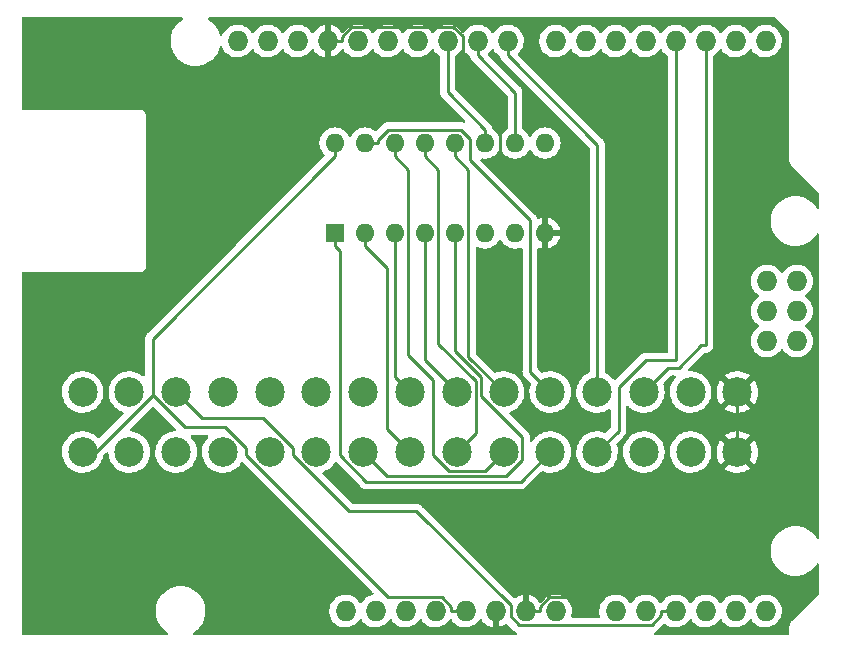
<source format=gbr>
%TF.GenerationSoftware,KiCad,Pcbnew,(6.0.9)*%
%TF.CreationDate,2023-07-04T21:14:23+02:00*%
%TF.ProjectId,p2000t-cartridge-reader,70323030-3074-42d6-9361-727472696467,rev?*%
%TF.SameCoordinates,Original*%
%TF.FileFunction,Copper,L2,Bot*%
%TF.FilePolarity,Positive*%
%FSLAX46Y46*%
G04 Gerber Fmt 4.6, Leading zero omitted, Abs format (unit mm)*
G04 Created by KiCad (PCBNEW (6.0.9)) date 2023-07-04 21:14:23*
%MOMM*%
%LPD*%
G01*
G04 APERTURE LIST*
%TA.AperFunction,ComponentPad*%
%ADD10R,1.600000X1.600000*%
%TD*%
%TA.AperFunction,ComponentPad*%
%ADD11O,1.600000X1.600000*%
%TD*%
%TA.AperFunction,ComponentPad*%
%ADD12O,1.727200X1.727200*%
%TD*%
%TA.AperFunction,ComponentPad*%
%ADD13C,2.500000*%
%TD*%
%TA.AperFunction,Conductor*%
%ADD14C,0.250000*%
%TD*%
G04 APERTURE END LIST*
D10*
%TO.P,U1,1,Q11*%
%TO.N,A11*%
X55880000Y-44196000D03*
D11*
%TO.P,U1,2,Q5*%
%TO.N,A5*%
X58420000Y-44196000D03*
%TO.P,U1,3,Q4*%
%TO.N,A4*%
X60960000Y-44196000D03*
%TO.P,U1,4,Q6*%
%TO.N,A6*%
X63500000Y-44196000D03*
%TO.P,U1,5,Q3*%
%TO.N,A3*%
X66040000Y-44196000D03*
%TO.P,U1,6,Q2*%
%TO.N,A2*%
X68580000Y-44196000D03*
%TO.P,U1,7,Q1*%
%TO.N,A1*%
X71120000Y-44196000D03*
%TO.P,U1,8,VSS*%
%TO.N,GND*%
X73660000Y-44196000D03*
%TO.P,U1,9,Q0*%
%TO.N,A0*%
X73660000Y-36576000D03*
%TO.P,U1,10,CLK*%
%TO.N,CCLK*%
X71120000Y-36576000D03*
%TO.P,U1,11,Reset*%
%TO.N,CRES*%
X68580000Y-36576000D03*
%TO.P,U1,12,Q8*%
%TO.N,A8*%
X66040000Y-36576000D03*
%TO.P,U1,13,Q7*%
%TO.N,A7*%
X63500000Y-36576000D03*
%TO.P,U1,14,Q9*%
%TO.N,A9*%
X60960000Y-36576000D03*
%TO.P,U1,15,Q10*%
%TO.N,A10*%
X58420000Y-36576000D03*
%TO.P,U1,16,VDD*%
%TO.N,+5V*%
X55880000Y-36576000D03*
%TD*%
D12*
%TO.P,XA1,*%
%TO.N,*%
X56769000Y-76200000D03*
%TO.P,XA1,3V3,3.3V*%
%TO.N,unconnected-(XA1-Pad3V3)*%
X64389000Y-76200000D03*
%TO.P,XA1,5V1,5V*%
%TO.N,+5V*%
X66929000Y-76200000D03*
%TO.P,XA1,5V2,SPI_5V*%
%TO.N,unconnected-(XA1-Pad5V2)*%
X94996000Y-48260000D03*
%TO.P,XA1,A0,A0*%
%TO.N,D0*%
X79629000Y-76200000D03*
%TO.P,XA1,A1,A1*%
%TO.N,D1*%
X82169000Y-76200000D03*
%TO.P,XA1,A2,A2*%
%TO.N,D2*%
X84709000Y-76200000D03*
%TO.P,XA1,A3,A3*%
%TO.N,D3*%
X87249000Y-76200000D03*
%TO.P,XA1,A4,A4*%
%TO.N,unconnected-(XA1-PadA4)*%
X89789000Y-76200000D03*
%TO.P,XA1,A5,A5*%
%TO.N,unconnected-(XA1-PadA5)*%
X92329000Y-76200000D03*
%TO.P,XA1,AREF,AREF*%
%TO.N,unconnected-(XA1-PadAREF)*%
X52705000Y-27940000D03*
%TO.P,XA1,D0,D0_RX0*%
%TO.N,unconnected-(XA1-PadD0)*%
X92329000Y-27940000D03*
%TO.P,XA1,D1,D1_TX0*%
%TO.N,unconnected-(XA1-PadD1)*%
X89789000Y-27940000D03*
%TO.P,XA1,D2,D2_INT0*%
%TO.N,CARSEL1*%
X87249000Y-27940000D03*
%TO.P,XA1,D3,D3_INT1*%
%TO.N,CARSEL2*%
X84709000Y-27940000D03*
%TO.P,XA1,D4,D4*%
%TO.N,D4*%
X82169000Y-27940000D03*
%TO.P,XA1,D5,D5*%
%TO.N,D5*%
X79629000Y-27940000D03*
%TO.P,XA1,D6,D6*%
%TO.N,D6*%
X77089000Y-27940000D03*
%TO.P,XA1,D7,D7*%
%TO.N,D7*%
X74549000Y-27940000D03*
%TO.P,XA1,D8,D8*%
%TO.N,A12*%
X70485000Y-27940000D03*
%TO.P,XA1,D9,D9*%
%TO.N,CCLK*%
X67945000Y-27940000D03*
%TO.P,XA1,D10,D10_CS*%
%TO.N,CRES*%
X65405000Y-27940000D03*
%TO.P,XA1,D11,D11*%
%TO.N,unconnected-(XA1-PadD11)*%
X62865000Y-27940000D03*
%TO.P,XA1,D12,D12*%
%TO.N,unconnected-(XA1-PadD12)*%
X60325000Y-27940000D03*
%TO.P,XA1,D13,D13*%
%TO.N,unconnected-(XA1-PadD13)*%
X57785000Y-27940000D03*
%TO.P,XA1,GND1,GND*%
%TO.N,GND*%
X55245000Y-27940000D03*
%TO.P,XA1,GND2,GND*%
X69469000Y-76200000D03*
%TO.P,XA1,GND3,GND*%
X72009000Y-76200000D03*
%TO.P,XA1,GND4,SPI_GND*%
%TO.N,unconnected-(XA1-PadGND4)*%
X94996000Y-53340000D03*
%TO.P,XA1,IORF,IOREF*%
%TO.N,unconnected-(XA1-PadIORF)*%
X59309000Y-76200000D03*
%TO.P,XA1,MISO,SPI_MISO*%
%TO.N,unconnected-(XA1-PadMISO)*%
X92456000Y-48260000D03*
%TO.P,XA1,MOSI,SPI_MOSI*%
%TO.N,unconnected-(XA1-PadMOSI)*%
X94996000Y-50800000D03*
%TO.P,XA1,RST1,RESET*%
%TO.N,unconnected-(XA1-PadRST1)*%
X61849000Y-76200000D03*
%TO.P,XA1,RST2,SPI_RESET*%
%TO.N,unconnected-(XA1-PadRST2)*%
X92456000Y-53340000D03*
%TO.P,XA1,SCK,SPI_SCK*%
%TO.N,unconnected-(XA1-PadSCK)*%
X92456000Y-50800000D03*
%TO.P,XA1,SCL,SCL*%
%TO.N,unconnected-(XA1-PadSCL)*%
X47625000Y-27940000D03*
%TO.P,XA1,SDA,SDA*%
%TO.N,unconnected-(XA1-PadSDA)*%
X50165000Y-27940000D03*
%TO.P,XA1,VIN,VIN*%
%TO.N,unconnected-(XA1-PadVIN)*%
X74549000Y-76200000D03*
%TD*%
D13*
%TO.P,J1,1a,Pin_1a*%
%TO.N,unconnected-(J1-Pad1a)*%
X34510000Y-57658000D03*
%TO.P,J1,1b,Pin_1b*%
%TO.N,+5V*%
X34510000Y-62738000D03*
%TO.P,J1,2a,Pin_2a*%
%TO.N,D0*%
X38470000Y-57658000D03*
%TO.P,J1,2b,Pin_2b*%
%TO.N,D1*%
X38470000Y-62738000D03*
%TO.P,J1,3a,Pin_3a*%
%TO.N,D2*%
X42430000Y-57658000D03*
%TO.P,J1,3b,Pin_3b*%
%TO.N,D3*%
X42430000Y-62738000D03*
%TO.P,J1,4a,Pin_4a*%
%TO.N,D4*%
X46390000Y-57658000D03*
%TO.P,J1,4b,Pin_4b*%
%TO.N,D5*%
X46390000Y-62738000D03*
%TO.P,J1,5a,Pin_5a*%
%TO.N,D6*%
X50350000Y-57658000D03*
%TO.P,J1,5b,Pin_5b*%
%TO.N,D7*%
X50350000Y-62738000D03*
%TO.P,J1,6a,Pin_6a*%
%TO.N,A0*%
X54310000Y-57658000D03*
%TO.P,J1,6b,Pin_6b*%
%TO.N,A1*%
X54310000Y-62738000D03*
%TO.P,J1,7a,Pin_7a*%
%TO.N,A2*%
X58270000Y-57658000D03*
%TO.P,J1,7b,Pin_7b*%
%TO.N,A3*%
X58270000Y-62738000D03*
%TO.P,J1,8a,Pin_8a*%
%TO.N,A4*%
X62230000Y-57658000D03*
%TO.P,J1,8b,Pin_8b*%
%TO.N,A5*%
X62230000Y-62738000D03*
%TO.P,J1,9a,Pin_9a*%
%TO.N,A6*%
X66190000Y-57658000D03*
%TO.P,J1,9b,Pin_9b*%
%TO.N,A7*%
X66190000Y-62738000D03*
%TO.P,J1,10a,Pin_10a*%
%TO.N,A8*%
X70150000Y-57658000D03*
%TO.P,J1,10b,Pin_10b*%
%TO.N,A9*%
X70150000Y-62738000D03*
%TO.P,J1,11a,Pin_11a*%
%TO.N,A10*%
X74110000Y-57658000D03*
%TO.P,J1,11b,Pin_11b*%
%TO.N,A11*%
X74110000Y-62738000D03*
%TO.P,J1,12a,Pin_12a*%
%TO.N,A12*%
X78070000Y-57658000D03*
%TO.P,J1,12b,Pin_12b*%
%TO.N,CARSEL2*%
X78070000Y-62738000D03*
%TO.P,J1,13a,Pin_13a*%
%TO.N,CARSEL1*%
X82030000Y-57658000D03*
%TO.P,J1,13b,Pin_13b*%
%TO.N,unconnected-(J1-Pad13b)*%
X82030000Y-62738000D03*
%TO.P,J1,14a,Pin_14a*%
%TO.N,unconnected-(J1-Pad14a)*%
X85990000Y-57658000D03*
%TO.P,J1,14b,Pin_14b*%
%TO.N,unconnected-(J1-Pad14b)*%
X85990000Y-62738000D03*
%TO.P,J1,15a,Pin_15a*%
%TO.N,GND*%
X89950000Y-57658000D03*
%TO.P,J1,15b,Pin_15b*%
X89950000Y-62738000D03*
%TD*%
D14*
%TO.N,+5V*%
X64922800Y-75011100D02*
X60374700Y-75011100D01*
X66929000Y-76200000D02*
X65740100Y-76200000D01*
X48370100Y-63006500D02*
X48370100Y-62430300D01*
X60374700Y-75011100D02*
X48370100Y-63006500D01*
X55880000Y-36576000D02*
X55880000Y-37701300D01*
X43165500Y-60655600D02*
X40450100Y-57940200D01*
X35652300Y-62738000D02*
X34510000Y-62738000D01*
X40450100Y-57940200D02*
X35652300Y-62738000D01*
X46595400Y-60655600D02*
X43165500Y-60655600D01*
X65740100Y-76200000D02*
X65740100Y-75828400D01*
X40450100Y-53131200D02*
X40450100Y-57940200D01*
X55880000Y-37701300D02*
X40450100Y-53131200D01*
X48370100Y-62430300D02*
X46595400Y-60655600D01*
X65740100Y-75828400D02*
X64922800Y-75011100D01*
%TO.N,GND*%
X73197900Y-76200000D02*
X73197900Y-75828400D01*
X72009000Y-76200000D02*
X73197900Y-76200000D01*
X56433900Y-27940000D02*
X56433900Y-27568400D01*
X74015200Y-75011100D02*
X77676900Y-75011100D01*
X65898200Y-26751100D02*
X66675000Y-27527900D01*
X66675000Y-27527900D02*
X66675000Y-32501000D01*
X89950000Y-57658000D02*
X89950000Y-62738000D01*
X77676900Y-75011100D02*
X89950000Y-62738000D01*
X69850000Y-38336100D02*
X73660000Y-42146100D01*
X66675000Y-32501000D02*
X69850000Y-35676000D01*
X56433900Y-27568400D02*
X57251200Y-26751100D01*
X57251200Y-26751100D02*
X65898200Y-26751100D01*
X73197900Y-75828400D02*
X74015200Y-75011100D01*
X69850000Y-35676000D02*
X69850000Y-38336100D01*
X73660000Y-42146100D02*
X73660000Y-44196000D01*
X55245000Y-27940000D02*
X56433900Y-27940000D01*
%TO.N,A10*%
X66538700Y-35450700D02*
X67310000Y-36222000D01*
X60389200Y-35450700D02*
X66538700Y-35450700D01*
X58420000Y-36576000D02*
X59545300Y-36576000D01*
X72390000Y-43137700D02*
X72390000Y-55938000D01*
X59545300Y-36576000D02*
X59545300Y-36294600D01*
X67310000Y-36222000D02*
X67310000Y-38057700D01*
X67310000Y-38057700D02*
X72390000Y-43137700D01*
X72390000Y-55938000D02*
X74110000Y-57658000D01*
X59545300Y-36294600D02*
X60389200Y-35450700D01*
%TO.N,A9*%
X64210000Y-63013300D02*
X65528500Y-64331800D01*
X60960000Y-36576000D02*
X60960000Y-37701300D01*
X62085300Y-38826600D02*
X62085300Y-54512400D01*
X64210000Y-56637100D02*
X64210000Y-63013300D01*
X65528500Y-64331800D02*
X68556200Y-64331800D01*
X60960000Y-37701300D02*
X62085300Y-38826600D01*
X68556200Y-64331800D02*
X70150000Y-62738000D01*
X62085300Y-54512400D02*
X64210000Y-56637100D01*
%TO.N,A7*%
X67778200Y-56710300D02*
X67778200Y-61149800D01*
X63500000Y-37701300D02*
X64625300Y-38826600D01*
X63500000Y-36576000D02*
X63500000Y-37701300D01*
X67778200Y-61149800D02*
X66190000Y-62738000D01*
X64625300Y-53557400D02*
X67778200Y-56710300D01*
X64625300Y-38826600D02*
X64625300Y-53557400D01*
%TO.N,A3*%
X60317600Y-64785600D02*
X58270000Y-62738000D01*
X71731400Y-63396600D02*
X70342400Y-64785600D01*
X70342400Y-64785600D02*
X60317600Y-64785600D01*
X68242300Y-56387200D02*
X68242300Y-57978900D01*
X68242300Y-57978900D02*
X71731400Y-61468000D01*
X66040000Y-54184900D02*
X68242300Y-56387200D01*
X71731400Y-61468000D02*
X71731400Y-63396600D01*
X66040000Y-44196000D02*
X66040000Y-54184900D01*
%TO.N,A8*%
X67165300Y-38826600D02*
X66040000Y-37701300D01*
X67165300Y-54673300D02*
X67165300Y-38826600D01*
X66040000Y-36576000D02*
X66040000Y-37701300D01*
X70150000Y-57658000D02*
X67165300Y-54673300D01*
%TO.N,A6*%
X63500000Y-44196000D02*
X63500000Y-54968000D01*
X63500000Y-54968000D02*
X66190000Y-57658000D01*
%TO.N,CRES*%
X68580000Y-36576000D02*
X68580000Y-35450700D01*
X65405000Y-32275700D02*
X65405000Y-27940000D01*
X68580000Y-35450700D02*
X65405000Y-32275700D01*
%TO.N,A4*%
X60960000Y-56388000D02*
X62230000Y-57658000D01*
X60960000Y-44196000D02*
X60960000Y-56388000D01*
%TO.N,CCLK*%
X71120000Y-32303900D02*
X71120000Y-36576000D01*
X67945000Y-29128900D02*
X71120000Y-32303900D01*
X67945000Y-27940000D02*
X67945000Y-29128900D01*
%TO.N,A5*%
X58420000Y-45321300D02*
X60250000Y-47151300D01*
X58420000Y-44196000D02*
X58420000Y-45321300D01*
X60250000Y-60758000D02*
X62230000Y-62738000D01*
X60250000Y-47151300D02*
X60250000Y-60758000D01*
%TO.N,A11*%
X58518000Y-65235900D02*
X71612100Y-65235900D01*
X55880000Y-44196000D02*
X55880000Y-45321300D01*
X71612100Y-65235900D02*
X74110000Y-62738000D01*
X56290100Y-63008000D02*
X58518000Y-65235900D01*
X55880000Y-45321300D02*
X56290100Y-45731400D01*
X56290100Y-45731400D02*
X56290100Y-63008000D01*
%TO.N,D2*%
X49767300Y-59878600D02*
X44650600Y-59878600D01*
X71476400Y-77401500D02*
X70739000Y-76664100D01*
X62767300Y-67762500D02*
X57079000Y-67762500D01*
X82690100Y-77401500D02*
X71476400Y-77401500D01*
X52330100Y-63013600D02*
X52330100Y-62441400D01*
X44650600Y-59878600D02*
X42430000Y-57658000D01*
X84709000Y-76200000D02*
X83520100Y-76200000D01*
X70739000Y-75734200D02*
X62767300Y-67762500D01*
X70739000Y-76664100D02*
X70739000Y-75734200D01*
X57079000Y-67762500D02*
X52330100Y-63013600D01*
X52330100Y-62441400D02*
X49767300Y-59878600D01*
X83520100Y-76571500D02*
X82690100Y-77401500D01*
X83520100Y-76200000D02*
X83520100Y-76571500D01*
%TO.N,A12*%
X78070000Y-36713900D02*
X78070000Y-57658000D01*
X70485000Y-29128900D02*
X78070000Y-36713900D01*
X70485000Y-27940000D02*
X70485000Y-29128900D01*
%TO.N,CARSEL2*%
X82181000Y-54979000D02*
X79883000Y-57277000D01*
X84709000Y-27940000D02*
X84709000Y-54979000D01*
X84709000Y-54979000D02*
X82181000Y-54979000D01*
X79883000Y-60925000D02*
X78070000Y-62738000D01*
X79883000Y-57277000D02*
X79883000Y-60925000D01*
X79205000Y-62738000D02*
X78070000Y-62738000D01*
%TO.N,CARSEL1*%
X84963000Y-55626000D02*
X84062000Y-55626000D01*
X87249000Y-53698800D02*
X86890200Y-53698800D01*
X86890200Y-53698800D02*
X84963000Y-55626000D01*
X87249000Y-27940000D02*
X87249000Y-53698800D01*
X84062000Y-55626000D02*
X82030000Y-57658000D01*
%TD*%
%TA.AperFunction,Conductor*%
%TO.N,GND*%
G36*
X42962264Y-25928502D02*
G01*
X43008757Y-25982158D01*
X43018861Y-26052432D01*
X42989367Y-26117012D01*
X42966594Y-26137587D01*
X42738977Y-26297559D01*
X42528378Y-26493260D01*
X42346287Y-26715732D01*
X42196073Y-26960858D01*
X42194347Y-26964791D01*
X42194346Y-26964792D01*
X42085619Y-27212479D01*
X42080517Y-27224102D01*
X42001756Y-27500594D01*
X41961249Y-27785216D01*
X41961227Y-27789505D01*
X41961226Y-27789512D01*
X41960068Y-28010578D01*
X41959743Y-28072703D01*
X41997268Y-28357734D01*
X42073129Y-28635036D01*
X42074813Y-28638984D01*
X42125049Y-28756759D01*
X42185923Y-28899476D01*
X42238871Y-28987945D01*
X42320835Y-29124897D01*
X42333561Y-29146161D01*
X42513313Y-29370528D01*
X42575084Y-29429146D01*
X42702034Y-29549617D01*
X42721851Y-29568423D01*
X42955317Y-29736186D01*
X42959112Y-29738195D01*
X42959113Y-29738196D01*
X42980869Y-29749715D01*
X43209392Y-29870712D01*
X43479373Y-29969511D01*
X43760264Y-30030755D01*
X43788841Y-30033004D01*
X43983282Y-30048307D01*
X43983291Y-30048307D01*
X43985739Y-30048500D01*
X44141271Y-30048500D01*
X44143407Y-30048354D01*
X44143418Y-30048354D01*
X44351548Y-30034165D01*
X44351554Y-30034164D01*
X44355825Y-30033873D01*
X44360020Y-30033004D01*
X44360022Y-30033004D01*
X44496583Y-30004724D01*
X44637342Y-29975574D01*
X44908343Y-29879607D01*
X45163812Y-29747750D01*
X45167313Y-29745289D01*
X45167317Y-29745287D01*
X45281418Y-29665095D01*
X45399023Y-29582441D01*
X45477403Y-29509606D01*
X45606479Y-29389661D01*
X45606481Y-29389658D01*
X45609622Y-29386740D01*
X45791713Y-29164268D01*
X45937118Y-28926989D01*
X45939686Y-28922799D01*
X45941927Y-28919142D01*
X45980034Y-28832333D01*
X46055757Y-28659830D01*
X46057483Y-28655898D01*
X46060070Y-28646816D01*
X46112762Y-28461841D01*
X46150661Y-28401806D01*
X46215001Y-28371792D01*
X46285354Y-28381327D01*
X46339384Y-28427384D01*
X46350682Y-28448951D01*
X46396086Y-28560769D01*
X46513975Y-28753147D01*
X46661702Y-28923687D01*
X46835299Y-29067810D01*
X46839751Y-29070412D01*
X46839756Y-29070415D01*
X46975107Y-29149508D01*
X47030103Y-29181645D01*
X47240884Y-29262134D01*
X47245952Y-29263165D01*
X47245955Y-29263166D01*
X47294021Y-29272945D01*
X47461981Y-29307117D01*
X47467156Y-29307307D01*
X47467158Y-29307307D01*
X47682292Y-29315196D01*
X47682296Y-29315196D01*
X47687456Y-29315385D01*
X47692576Y-29314729D01*
X47692578Y-29314729D01*
X47761985Y-29305838D01*
X47911253Y-29286716D01*
X47916202Y-29285231D01*
X47916208Y-29285230D01*
X48122413Y-29223365D01*
X48122412Y-29223365D01*
X48127363Y-29221880D01*
X48244964Y-29164268D01*
X48325331Y-29124897D01*
X48325336Y-29124894D01*
X48329982Y-29122618D01*
X48334192Y-29119615D01*
X48334197Y-29119612D01*
X48509455Y-28994601D01*
X48509459Y-28994597D01*
X48513667Y-28991596D01*
X48673487Y-28832333D01*
X48794370Y-28664107D01*
X48850364Y-28620459D01*
X48921068Y-28614013D01*
X48984032Y-28646816D01*
X49004125Y-28671799D01*
X49051275Y-28748743D01*
X49051279Y-28748748D01*
X49053975Y-28753147D01*
X49201702Y-28923687D01*
X49375299Y-29067810D01*
X49379751Y-29070412D01*
X49379756Y-29070415D01*
X49515107Y-29149508D01*
X49570103Y-29181645D01*
X49780884Y-29262134D01*
X49785952Y-29263165D01*
X49785955Y-29263166D01*
X49834021Y-29272945D01*
X50001981Y-29307117D01*
X50007156Y-29307307D01*
X50007158Y-29307307D01*
X50222292Y-29315196D01*
X50222296Y-29315196D01*
X50227456Y-29315385D01*
X50232576Y-29314729D01*
X50232578Y-29314729D01*
X50301985Y-29305838D01*
X50451253Y-29286716D01*
X50456202Y-29285231D01*
X50456208Y-29285230D01*
X50662413Y-29223365D01*
X50662412Y-29223365D01*
X50667363Y-29221880D01*
X50784964Y-29164268D01*
X50865331Y-29124897D01*
X50865336Y-29124894D01*
X50869982Y-29122618D01*
X50874192Y-29119615D01*
X50874197Y-29119612D01*
X51049455Y-28994601D01*
X51049459Y-28994597D01*
X51053667Y-28991596D01*
X51213487Y-28832333D01*
X51334370Y-28664107D01*
X51390364Y-28620459D01*
X51461068Y-28614013D01*
X51524032Y-28646816D01*
X51544125Y-28671799D01*
X51591275Y-28748743D01*
X51591279Y-28748748D01*
X51593975Y-28753147D01*
X51741702Y-28923687D01*
X51915299Y-29067810D01*
X51919751Y-29070412D01*
X51919756Y-29070415D01*
X52055107Y-29149508D01*
X52110103Y-29181645D01*
X52320884Y-29262134D01*
X52325952Y-29263165D01*
X52325955Y-29263166D01*
X52374021Y-29272945D01*
X52541981Y-29307117D01*
X52547156Y-29307307D01*
X52547158Y-29307307D01*
X52762292Y-29315196D01*
X52762296Y-29315196D01*
X52767456Y-29315385D01*
X52772576Y-29314729D01*
X52772578Y-29314729D01*
X52841985Y-29305838D01*
X52991253Y-29286716D01*
X52996202Y-29285231D01*
X52996208Y-29285230D01*
X53202413Y-29223365D01*
X53202412Y-29223365D01*
X53207363Y-29221880D01*
X53324964Y-29164268D01*
X53405331Y-29124897D01*
X53405336Y-29124894D01*
X53409982Y-29122618D01*
X53414192Y-29119615D01*
X53414197Y-29119612D01*
X53589455Y-28994601D01*
X53589459Y-28994597D01*
X53593667Y-28991596D01*
X53753487Y-28832333D01*
X53874686Y-28663667D01*
X53930680Y-28620019D01*
X54001384Y-28613573D01*
X54064348Y-28646376D01*
X54084441Y-28671358D01*
X54131682Y-28748448D01*
X54137765Y-28756759D01*
X54278665Y-28919417D01*
X54286032Y-28926633D01*
X54451606Y-29064095D01*
X54460053Y-29070010D01*
X54645859Y-29178586D01*
X54655146Y-29183036D01*
X54856198Y-29259810D01*
X54866091Y-29262684D01*
X54973248Y-29284485D01*
X54987300Y-29283290D01*
X54991000Y-29272945D01*
X54991000Y-26609343D01*
X54987082Y-26595999D01*
X54972806Y-26594012D01*
X54931161Y-26600385D01*
X54921125Y-26602776D01*
X54716576Y-26669633D01*
X54707079Y-26673625D01*
X54516189Y-26772995D01*
X54507464Y-26778490D01*
X54335373Y-26907700D01*
X54327666Y-26914543D01*
X54178984Y-27070129D01*
X54172498Y-27078139D01*
X54078798Y-27215498D01*
X54023887Y-27260501D01*
X53953362Y-27268672D01*
X53889615Y-27237418D01*
X53868918Y-27212934D01*
X53798634Y-27104291D01*
X53798632Y-27104288D01*
X53795826Y-27099951D01*
X53643977Y-26933071D01*
X53639926Y-26929872D01*
X53639922Y-26929868D01*
X53470966Y-26796434D01*
X53470962Y-26796432D01*
X53466911Y-26793232D01*
X53442603Y-26779813D01*
X53353257Y-26730492D01*
X53269383Y-26684191D01*
X53056698Y-26608876D01*
X53027795Y-26603727D01*
X52839657Y-26570214D01*
X52839653Y-26570214D01*
X52834569Y-26569308D01*
X52762574Y-26568429D01*
X52614129Y-26566615D01*
X52614127Y-26566615D01*
X52608959Y-26566552D01*
X52385929Y-26600680D01*
X52171468Y-26670777D01*
X51971335Y-26774960D01*
X51967202Y-26778063D01*
X51967199Y-26778065D01*
X51821462Y-26887487D01*
X51790905Y-26910430D01*
X51635024Y-27073550D01*
X51632112Y-27077819D01*
X51632106Y-27077827D01*
X51538503Y-27215043D01*
X51483592Y-27260046D01*
X51413067Y-27268217D01*
X51349320Y-27236963D01*
X51328623Y-27212479D01*
X51312023Y-27186818D01*
X51278260Y-27134628D01*
X51258634Y-27104291D01*
X51258632Y-27104288D01*
X51255826Y-27099951D01*
X51103977Y-26933071D01*
X51099926Y-26929872D01*
X51099922Y-26929868D01*
X50930966Y-26796434D01*
X50930962Y-26796432D01*
X50926911Y-26793232D01*
X50902603Y-26779813D01*
X50813257Y-26730492D01*
X50729383Y-26684191D01*
X50516698Y-26608876D01*
X50487795Y-26603727D01*
X50299657Y-26570214D01*
X50299653Y-26570214D01*
X50294569Y-26569308D01*
X50222574Y-26568429D01*
X50074129Y-26566615D01*
X50074127Y-26566615D01*
X50068959Y-26566552D01*
X49845929Y-26600680D01*
X49631468Y-26670777D01*
X49431335Y-26774960D01*
X49427202Y-26778063D01*
X49427199Y-26778065D01*
X49281462Y-26887487D01*
X49250905Y-26910430D01*
X49095024Y-27073550D01*
X49092112Y-27077819D01*
X49092106Y-27077827D01*
X48998503Y-27215043D01*
X48943592Y-27260046D01*
X48873067Y-27268217D01*
X48809320Y-27236963D01*
X48788623Y-27212479D01*
X48772023Y-27186818D01*
X48738260Y-27134628D01*
X48718634Y-27104291D01*
X48718632Y-27104288D01*
X48715826Y-27099951D01*
X48563977Y-26933071D01*
X48559926Y-26929872D01*
X48559922Y-26929868D01*
X48390966Y-26796434D01*
X48390962Y-26796432D01*
X48386911Y-26793232D01*
X48362603Y-26779813D01*
X48273257Y-26730492D01*
X48189383Y-26684191D01*
X47976698Y-26608876D01*
X47947795Y-26603727D01*
X47759657Y-26570214D01*
X47759653Y-26570214D01*
X47754569Y-26569308D01*
X47682574Y-26568429D01*
X47534129Y-26566615D01*
X47534127Y-26566615D01*
X47528959Y-26566552D01*
X47305929Y-26600680D01*
X47091468Y-26670777D01*
X46891335Y-26774960D01*
X46887202Y-26778063D01*
X46887199Y-26778065D01*
X46741462Y-26887487D01*
X46710905Y-26910430D01*
X46555024Y-27073550D01*
X46427878Y-27259940D01*
X46425704Y-27264624D01*
X46425702Y-27264627D01*
X46347023Y-27434126D01*
X46300199Y-27487493D01*
X46231956Y-27507073D01*
X46163960Y-27486649D01*
X46117801Y-27432707D01*
X46111202Y-27414323D01*
X46075835Y-27285043D01*
X46064871Y-27244964D01*
X46051015Y-27212479D01*
X45953763Y-26984476D01*
X45953761Y-26984472D01*
X45952077Y-26980524D01*
X45842153Y-26796855D01*
X45806643Y-26737521D01*
X45806640Y-26737517D01*
X45804439Y-26733839D01*
X45624687Y-26509472D01*
X45416149Y-26311577D01*
X45182683Y-26143814D01*
X45178881Y-26141801D01*
X45178536Y-26141587D01*
X45131181Y-26088691D01*
X45119941Y-26018589D01*
X45148385Y-25953540D01*
X45207482Y-25914194D01*
X45244932Y-25908500D01*
X93082183Y-25908500D01*
X93150304Y-25928502D01*
X93171278Y-25945405D01*
X94323595Y-27097723D01*
X94357621Y-27160035D01*
X94360500Y-27186818D01*
X94360500Y-38028928D01*
X94359145Y-38041058D01*
X94359627Y-38041097D01*
X94358907Y-38050044D01*
X94356926Y-38058800D01*
X94358032Y-38076621D01*
X94360258Y-38112508D01*
X94360500Y-38120310D01*
X94360500Y-38136513D01*
X94361522Y-38143649D01*
X94361984Y-38146878D01*
X94363013Y-38156928D01*
X94365945Y-38204177D01*
X94368994Y-38212623D01*
X94369593Y-38215514D01*
X94373822Y-38232480D01*
X94374648Y-38235305D01*
X94375920Y-38244187D01*
X94395522Y-38287298D01*
X94399327Y-38296647D01*
X94415404Y-38341181D01*
X94420699Y-38348429D01*
X94422080Y-38351027D01*
X94430915Y-38366145D01*
X94432494Y-38368614D01*
X94436208Y-38376782D01*
X94452686Y-38395906D01*
X94467115Y-38412652D01*
X94473401Y-38420569D01*
X94478548Y-38427615D01*
X94478553Y-38427620D01*
X94481425Y-38431552D01*
X94492400Y-38442527D01*
X94498758Y-38449374D01*
X94531287Y-38487127D01*
X94538822Y-38492011D01*
X94545066Y-38497458D01*
X94556931Y-38507058D01*
X96863595Y-40813723D01*
X96897621Y-40876035D01*
X96900500Y-40902818D01*
X96900500Y-42012636D01*
X96880498Y-42080757D01*
X96826842Y-42127250D01*
X96756568Y-42137354D01*
X96691988Y-42107860D01*
X96666384Y-42077342D01*
X96606643Y-41977521D01*
X96606640Y-41977517D01*
X96604439Y-41973839D01*
X96424687Y-41749472D01*
X96216149Y-41551577D01*
X95982683Y-41383814D01*
X95960843Y-41372250D01*
X95937654Y-41359972D01*
X95728608Y-41249288D01*
X95458627Y-41150489D01*
X95177736Y-41089245D01*
X95146685Y-41086801D01*
X94954718Y-41071693D01*
X94954709Y-41071693D01*
X94952261Y-41071500D01*
X94796729Y-41071500D01*
X94794593Y-41071646D01*
X94794582Y-41071646D01*
X94586452Y-41085835D01*
X94586446Y-41085836D01*
X94582175Y-41086127D01*
X94577980Y-41086996D01*
X94577978Y-41086996D01*
X94441417Y-41115276D01*
X94300658Y-41144426D01*
X94029657Y-41240393D01*
X93774188Y-41372250D01*
X93770687Y-41374711D01*
X93770683Y-41374713D01*
X93760594Y-41381804D01*
X93538977Y-41537559D01*
X93328378Y-41733260D01*
X93146287Y-41955732D01*
X92996073Y-42200858D01*
X92880517Y-42464102D01*
X92801756Y-42740594D01*
X92761249Y-43025216D01*
X92761227Y-43029505D01*
X92761226Y-43029512D01*
X92759843Y-43293534D01*
X92759743Y-43312703D01*
X92760302Y-43316947D01*
X92760302Y-43316951D01*
X92771166Y-43399471D01*
X92797268Y-43597734D01*
X92798401Y-43601874D01*
X92798401Y-43601876D01*
X92811895Y-43651203D01*
X92873129Y-43875036D01*
X92985923Y-44139476D01*
X92988130Y-44143163D01*
X93110206Y-44347137D01*
X93133561Y-44386161D01*
X93313313Y-44610528D01*
X93349895Y-44645243D01*
X93471096Y-44760258D01*
X93521851Y-44808423D01*
X93755317Y-44976186D01*
X93759112Y-44978195D01*
X93759113Y-44978196D01*
X93780533Y-44989537D01*
X94009392Y-45110712D01*
X94033699Y-45119607D01*
X94268022Y-45205357D01*
X94279373Y-45209511D01*
X94560264Y-45270755D01*
X94588841Y-45273004D01*
X94783282Y-45288307D01*
X94783291Y-45288307D01*
X94785739Y-45288500D01*
X94941271Y-45288500D01*
X94943407Y-45288354D01*
X94943418Y-45288354D01*
X95151548Y-45274165D01*
X95151554Y-45274164D01*
X95155825Y-45273873D01*
X95160020Y-45273004D01*
X95160022Y-45273004D01*
X95296584Y-45244723D01*
X95437342Y-45215574D01*
X95708343Y-45119607D01*
X95854570Y-45044134D01*
X95960005Y-44989715D01*
X95960006Y-44989715D01*
X95963812Y-44987750D01*
X95967313Y-44985289D01*
X95967317Y-44985287D01*
X96149485Y-44857257D01*
X96199023Y-44822441D01*
X96383286Y-44651213D01*
X96406479Y-44629661D01*
X96406481Y-44629658D01*
X96409622Y-44626740D01*
X96591713Y-44404268D01*
X96667067Y-44281302D01*
X96719715Y-44233671D01*
X96789757Y-44222064D01*
X96854954Y-44250167D01*
X96894608Y-44309058D01*
X96900500Y-44347137D01*
X96900500Y-69952636D01*
X96880498Y-70020757D01*
X96826842Y-70067250D01*
X96756568Y-70077354D01*
X96691988Y-70047860D01*
X96666384Y-70017342D01*
X96606643Y-69917521D01*
X96606640Y-69917517D01*
X96604439Y-69913839D01*
X96424687Y-69689472D01*
X96216149Y-69491577D01*
X95982683Y-69323814D01*
X95960843Y-69312250D01*
X95937654Y-69299972D01*
X95728608Y-69189288D01*
X95458627Y-69090489D01*
X95177736Y-69029245D01*
X95146685Y-69026801D01*
X94954718Y-69011693D01*
X94954709Y-69011693D01*
X94952261Y-69011500D01*
X94796729Y-69011500D01*
X94794593Y-69011646D01*
X94794582Y-69011646D01*
X94586452Y-69025835D01*
X94586446Y-69025836D01*
X94582175Y-69026127D01*
X94577980Y-69026996D01*
X94577978Y-69026996D01*
X94441417Y-69055276D01*
X94300658Y-69084426D01*
X94029657Y-69180393D01*
X93774188Y-69312250D01*
X93770687Y-69314711D01*
X93770683Y-69314713D01*
X93760594Y-69321804D01*
X93538977Y-69477559D01*
X93328378Y-69673260D01*
X93146287Y-69895732D01*
X92996073Y-70140858D01*
X92880517Y-70404102D01*
X92801756Y-70680594D01*
X92761249Y-70965216D01*
X92759743Y-71252703D01*
X92797268Y-71537734D01*
X92873129Y-71815036D01*
X92985923Y-72079476D01*
X92988130Y-72083163D01*
X93110206Y-72287137D01*
X93133561Y-72326161D01*
X93313313Y-72550528D01*
X93521851Y-72748423D01*
X93755317Y-72916186D01*
X93759112Y-72918195D01*
X93759113Y-72918196D01*
X93780869Y-72929715D01*
X94009392Y-73050712D01*
X94279373Y-73149511D01*
X94560264Y-73210755D01*
X94588841Y-73213004D01*
X94783282Y-73228307D01*
X94783291Y-73228307D01*
X94785739Y-73228500D01*
X94941271Y-73228500D01*
X94943407Y-73228354D01*
X94943418Y-73228354D01*
X95151548Y-73214165D01*
X95151554Y-73214164D01*
X95155825Y-73213873D01*
X95160020Y-73213004D01*
X95160022Y-73213004D01*
X95296584Y-73184723D01*
X95437342Y-73155574D01*
X95708343Y-73059607D01*
X95963812Y-72927750D01*
X95967313Y-72925289D01*
X95967317Y-72925287D01*
X96081418Y-72845095D01*
X96199023Y-72762441D01*
X96409622Y-72566740D01*
X96591713Y-72344268D01*
X96667067Y-72221302D01*
X96719715Y-72173671D01*
X96789757Y-72162064D01*
X96854954Y-72190167D01*
X96894608Y-72249058D01*
X96900500Y-72287137D01*
X96900500Y-74667182D01*
X96880498Y-74735303D01*
X96863595Y-74756277D01*
X94559696Y-77060177D01*
X94550156Y-77067800D01*
X94550470Y-77068168D01*
X94543634Y-77073986D01*
X94536042Y-77078776D01*
X94530100Y-77085504D01*
X94500407Y-77119125D01*
X94495061Y-77124812D01*
X94483618Y-77136255D01*
X94477978Y-77143780D01*
X94477341Y-77144630D01*
X94470967Y-77152459D01*
X94439622Y-77187951D01*
X94435808Y-77196074D01*
X94434174Y-77198562D01*
X94425186Y-77213523D01*
X94423771Y-77216108D01*
X94418384Y-77223295D01*
X94406648Y-77254601D01*
X94401759Y-77267642D01*
X94397833Y-77276958D01*
X94377719Y-77319800D01*
X94376338Y-77328669D01*
X94375472Y-77331502D01*
X94371042Y-77348389D01*
X94370408Y-77351274D01*
X94367255Y-77359684D01*
X94366590Y-77368639D01*
X94363746Y-77406906D01*
X94362592Y-77416952D01*
X94360500Y-77430386D01*
X94360500Y-77445906D01*
X94360154Y-77455243D01*
X94356461Y-77504941D01*
X94358335Y-77513720D01*
X94358898Y-77521978D01*
X94360500Y-77537161D01*
X94360500Y-78105500D01*
X94340498Y-78173621D01*
X94286842Y-78220114D01*
X94234500Y-78231500D01*
X82985812Y-78231500D01*
X82917691Y-78211498D01*
X82871198Y-78157842D01*
X82861094Y-78087568D01*
X82890588Y-78022988D01*
X82935773Y-77989862D01*
X82936076Y-77989731D01*
X82943693Y-77987518D01*
X82961128Y-77977207D01*
X82978876Y-77968512D01*
X82997717Y-77961052D01*
X83033487Y-77935064D01*
X83043407Y-77928548D01*
X83074635Y-77910080D01*
X83074638Y-77910078D01*
X83081462Y-77906042D01*
X83095783Y-77891721D01*
X83110817Y-77878880D01*
X83120794Y-77871631D01*
X83127207Y-77866972D01*
X83155398Y-77832895D01*
X83163388Y-77824116D01*
X83696242Y-77291262D01*
X83758554Y-77257236D01*
X83829369Y-77262301D01*
X83865821Y-77283412D01*
X83919299Y-77327810D01*
X83923751Y-77330412D01*
X83923756Y-77330415D01*
X84103168Y-77435255D01*
X84114103Y-77441645D01*
X84324884Y-77522134D01*
X84329952Y-77523165D01*
X84329955Y-77523166D01*
X84428868Y-77543290D01*
X84545981Y-77567117D01*
X84551156Y-77567307D01*
X84551158Y-77567307D01*
X84766292Y-77575196D01*
X84766296Y-77575196D01*
X84771456Y-77575385D01*
X84776576Y-77574729D01*
X84776578Y-77574729D01*
X84845985Y-77565838D01*
X84995253Y-77546716D01*
X85000202Y-77545231D01*
X85000208Y-77545230D01*
X85206413Y-77483365D01*
X85206412Y-77483365D01*
X85211363Y-77481880D01*
X85328964Y-77424268D01*
X85409331Y-77384897D01*
X85409336Y-77384894D01*
X85413982Y-77382618D01*
X85418192Y-77379615D01*
X85418197Y-77379612D01*
X85593455Y-77254601D01*
X85593459Y-77254597D01*
X85597667Y-77251596D01*
X85757487Y-77092333D01*
X85844159Y-76971717D01*
X85878370Y-76924107D01*
X85934364Y-76880459D01*
X86005068Y-76874013D01*
X86068032Y-76906816D01*
X86088125Y-76931799D01*
X86135275Y-77008743D01*
X86135279Y-77008748D01*
X86137975Y-77013147D01*
X86285702Y-77183687D01*
X86459299Y-77327810D01*
X86463751Y-77330412D01*
X86463756Y-77330415D01*
X86643168Y-77435255D01*
X86654103Y-77441645D01*
X86864884Y-77522134D01*
X86869952Y-77523165D01*
X86869955Y-77523166D01*
X86968868Y-77543290D01*
X87085981Y-77567117D01*
X87091156Y-77567307D01*
X87091158Y-77567307D01*
X87306292Y-77575196D01*
X87306296Y-77575196D01*
X87311456Y-77575385D01*
X87316576Y-77574729D01*
X87316578Y-77574729D01*
X87385985Y-77565838D01*
X87535253Y-77546716D01*
X87540202Y-77545231D01*
X87540208Y-77545230D01*
X87746413Y-77483365D01*
X87746412Y-77483365D01*
X87751363Y-77481880D01*
X87868964Y-77424268D01*
X87949331Y-77384897D01*
X87949336Y-77384894D01*
X87953982Y-77382618D01*
X87958192Y-77379615D01*
X87958197Y-77379612D01*
X88133455Y-77254601D01*
X88133459Y-77254597D01*
X88137667Y-77251596D01*
X88297487Y-77092333D01*
X88384159Y-76971717D01*
X88418370Y-76924107D01*
X88474364Y-76880459D01*
X88545068Y-76874013D01*
X88608032Y-76906816D01*
X88628125Y-76931799D01*
X88675275Y-77008743D01*
X88675279Y-77008748D01*
X88677975Y-77013147D01*
X88825702Y-77183687D01*
X88999299Y-77327810D01*
X89003751Y-77330412D01*
X89003756Y-77330415D01*
X89183168Y-77435255D01*
X89194103Y-77441645D01*
X89404884Y-77522134D01*
X89409952Y-77523165D01*
X89409955Y-77523166D01*
X89508868Y-77543290D01*
X89625981Y-77567117D01*
X89631156Y-77567307D01*
X89631158Y-77567307D01*
X89846292Y-77575196D01*
X89846296Y-77575196D01*
X89851456Y-77575385D01*
X89856576Y-77574729D01*
X89856578Y-77574729D01*
X89925985Y-77565838D01*
X90075253Y-77546716D01*
X90080202Y-77545231D01*
X90080208Y-77545230D01*
X90286413Y-77483365D01*
X90286412Y-77483365D01*
X90291363Y-77481880D01*
X90408964Y-77424268D01*
X90489331Y-77384897D01*
X90489336Y-77384894D01*
X90493982Y-77382618D01*
X90498192Y-77379615D01*
X90498197Y-77379612D01*
X90673455Y-77254601D01*
X90673459Y-77254597D01*
X90677667Y-77251596D01*
X90837487Y-77092333D01*
X90924159Y-76971717D01*
X90958370Y-76924107D01*
X91014364Y-76880459D01*
X91085068Y-76874013D01*
X91148032Y-76906816D01*
X91168125Y-76931799D01*
X91215275Y-77008743D01*
X91215279Y-77008748D01*
X91217975Y-77013147D01*
X91365702Y-77183687D01*
X91539299Y-77327810D01*
X91543751Y-77330412D01*
X91543756Y-77330415D01*
X91723168Y-77435255D01*
X91734103Y-77441645D01*
X91944884Y-77522134D01*
X91949952Y-77523165D01*
X91949955Y-77523166D01*
X92048868Y-77543290D01*
X92165981Y-77567117D01*
X92171156Y-77567307D01*
X92171158Y-77567307D01*
X92386292Y-77575196D01*
X92386296Y-77575196D01*
X92391456Y-77575385D01*
X92396576Y-77574729D01*
X92396578Y-77574729D01*
X92465985Y-77565838D01*
X92615253Y-77546716D01*
X92620202Y-77545231D01*
X92620208Y-77545230D01*
X92826413Y-77483365D01*
X92826412Y-77483365D01*
X92831363Y-77481880D01*
X92948964Y-77424268D01*
X93029331Y-77384897D01*
X93029336Y-77384894D01*
X93033982Y-77382618D01*
X93038192Y-77379615D01*
X93038197Y-77379612D01*
X93213455Y-77254601D01*
X93213459Y-77254597D01*
X93217667Y-77251596D01*
X93377487Y-77092333D01*
X93509150Y-76909105D01*
X93609118Y-76706835D01*
X93674708Y-76490952D01*
X93692635Y-76354784D01*
X93703721Y-76270578D01*
X93703722Y-76270572D01*
X93704158Y-76267256D01*
X93705802Y-76200000D01*
X93687315Y-75975132D01*
X93632349Y-75756304D01*
X93542380Y-75549391D01*
X93492913Y-75472926D01*
X93422634Y-75364291D01*
X93422632Y-75364288D01*
X93419826Y-75359951D01*
X93267977Y-75193071D01*
X93263926Y-75189872D01*
X93263922Y-75189868D01*
X93094966Y-75056434D01*
X93094962Y-75056432D01*
X93090911Y-75053232D01*
X92893383Y-74944191D01*
X92680698Y-74868876D01*
X92651795Y-74863727D01*
X92463657Y-74830214D01*
X92463653Y-74830214D01*
X92458569Y-74829308D01*
X92386574Y-74828429D01*
X92238129Y-74826615D01*
X92238127Y-74826615D01*
X92232959Y-74826552D01*
X92009929Y-74860680D01*
X91795468Y-74930777D01*
X91595335Y-75034960D01*
X91591202Y-75038063D01*
X91591199Y-75038065D01*
X91455117Y-75140238D01*
X91414905Y-75170430D01*
X91351445Y-75236837D01*
X91324410Y-75265128D01*
X91259024Y-75333550D01*
X91256112Y-75337819D01*
X91256106Y-75337827D01*
X91162503Y-75475043D01*
X91107592Y-75520046D01*
X91037067Y-75528217D01*
X90973320Y-75496963D01*
X90952623Y-75472479D01*
X90882634Y-75364291D01*
X90882632Y-75364288D01*
X90879826Y-75359951D01*
X90727977Y-75193071D01*
X90723926Y-75189872D01*
X90723922Y-75189868D01*
X90554966Y-75056434D01*
X90554962Y-75056432D01*
X90550911Y-75053232D01*
X90353383Y-74944191D01*
X90140698Y-74868876D01*
X90111795Y-74863727D01*
X89923657Y-74830214D01*
X89923653Y-74830214D01*
X89918569Y-74829308D01*
X89846574Y-74828429D01*
X89698129Y-74826615D01*
X89698127Y-74826615D01*
X89692959Y-74826552D01*
X89469929Y-74860680D01*
X89255468Y-74930777D01*
X89055335Y-75034960D01*
X89051202Y-75038063D01*
X89051199Y-75038065D01*
X88915117Y-75140238D01*
X88874905Y-75170430D01*
X88811445Y-75236837D01*
X88784410Y-75265128D01*
X88719024Y-75333550D01*
X88716112Y-75337819D01*
X88716106Y-75337827D01*
X88622503Y-75475043D01*
X88567592Y-75520046D01*
X88497067Y-75528217D01*
X88433320Y-75496963D01*
X88412623Y-75472479D01*
X88342634Y-75364291D01*
X88342632Y-75364288D01*
X88339826Y-75359951D01*
X88187977Y-75193071D01*
X88183926Y-75189872D01*
X88183922Y-75189868D01*
X88014966Y-75056434D01*
X88014962Y-75056432D01*
X88010911Y-75053232D01*
X87813383Y-74944191D01*
X87600698Y-74868876D01*
X87571795Y-74863727D01*
X87383657Y-74830214D01*
X87383653Y-74830214D01*
X87378569Y-74829308D01*
X87306574Y-74828429D01*
X87158129Y-74826615D01*
X87158127Y-74826615D01*
X87152959Y-74826552D01*
X86929929Y-74860680D01*
X86715468Y-74930777D01*
X86515335Y-75034960D01*
X86511202Y-75038063D01*
X86511199Y-75038065D01*
X86375117Y-75140238D01*
X86334905Y-75170430D01*
X86271445Y-75236837D01*
X86244410Y-75265128D01*
X86179024Y-75333550D01*
X86176112Y-75337819D01*
X86176106Y-75337827D01*
X86082503Y-75475043D01*
X86027592Y-75520046D01*
X85957067Y-75528217D01*
X85893320Y-75496963D01*
X85872623Y-75472479D01*
X85802634Y-75364291D01*
X85802632Y-75364288D01*
X85799826Y-75359951D01*
X85647977Y-75193071D01*
X85643926Y-75189872D01*
X85643922Y-75189868D01*
X85474966Y-75056434D01*
X85474962Y-75056432D01*
X85470911Y-75053232D01*
X85273383Y-74944191D01*
X85060698Y-74868876D01*
X85031795Y-74863727D01*
X84843657Y-74830214D01*
X84843653Y-74830214D01*
X84838569Y-74829308D01*
X84766574Y-74828429D01*
X84618129Y-74826615D01*
X84618127Y-74826615D01*
X84612959Y-74826552D01*
X84389929Y-74860680D01*
X84175468Y-74930777D01*
X83975335Y-75034960D01*
X83971202Y-75038063D01*
X83971199Y-75038065D01*
X83835117Y-75140238D01*
X83794905Y-75170430D01*
X83731445Y-75236837D01*
X83704410Y-75265128D01*
X83639024Y-75333550D01*
X83636112Y-75337819D01*
X83636106Y-75337827D01*
X83542503Y-75475043D01*
X83487592Y-75520046D01*
X83417067Y-75528217D01*
X83353320Y-75496963D01*
X83332623Y-75472479D01*
X83262634Y-75364291D01*
X83262632Y-75364288D01*
X83259826Y-75359951D01*
X83107977Y-75193071D01*
X83103926Y-75189872D01*
X83103922Y-75189868D01*
X82934966Y-75056434D01*
X82934962Y-75056432D01*
X82930911Y-75053232D01*
X82733383Y-74944191D01*
X82520698Y-74868876D01*
X82491795Y-74863727D01*
X82303657Y-74830214D01*
X82303653Y-74830214D01*
X82298569Y-74829308D01*
X82226574Y-74828429D01*
X82078129Y-74826615D01*
X82078127Y-74826615D01*
X82072959Y-74826552D01*
X81849929Y-74860680D01*
X81635468Y-74930777D01*
X81435335Y-75034960D01*
X81431202Y-75038063D01*
X81431199Y-75038065D01*
X81295117Y-75140238D01*
X81254905Y-75170430D01*
X81191445Y-75236837D01*
X81164410Y-75265128D01*
X81099024Y-75333550D01*
X81096112Y-75337819D01*
X81096106Y-75337827D01*
X81002503Y-75475043D01*
X80947592Y-75520046D01*
X80877067Y-75528217D01*
X80813320Y-75496963D01*
X80792623Y-75472479D01*
X80722634Y-75364291D01*
X80722632Y-75364288D01*
X80719826Y-75359951D01*
X80567977Y-75193071D01*
X80563926Y-75189872D01*
X80563922Y-75189868D01*
X80394966Y-75056434D01*
X80394962Y-75056432D01*
X80390911Y-75053232D01*
X80193383Y-74944191D01*
X79980698Y-74868876D01*
X79951795Y-74863727D01*
X79763657Y-74830214D01*
X79763653Y-74830214D01*
X79758569Y-74829308D01*
X79686574Y-74828429D01*
X79538129Y-74826615D01*
X79538127Y-74826615D01*
X79532959Y-74826552D01*
X79309929Y-74860680D01*
X79095468Y-74930777D01*
X78895335Y-75034960D01*
X78891202Y-75038063D01*
X78891199Y-75038065D01*
X78755117Y-75140238D01*
X78714905Y-75170430D01*
X78651445Y-75236837D01*
X78624410Y-75265128D01*
X78559024Y-75333550D01*
X78431878Y-75519940D01*
X78429704Y-75524624D01*
X78429702Y-75524627D01*
X78358402Y-75678231D01*
X78336881Y-75724593D01*
X78276585Y-75942013D01*
X78252609Y-76166362D01*
X78252906Y-76171514D01*
X78252906Y-76171518D01*
X78258618Y-76270578D01*
X78265597Y-76391614D01*
X78266734Y-76396660D01*
X78266735Y-76396666D01*
X78315200Y-76611720D01*
X78313468Y-76612110D01*
X78314607Y-76675315D01*
X78277305Y-76735723D01*
X78213266Y-76766374D01*
X78193091Y-76768000D01*
X75980504Y-76768000D01*
X75912383Y-76747998D01*
X75865890Y-76694342D01*
X75855786Y-76624068D01*
X75859945Y-76605372D01*
X75893206Y-76495896D01*
X75893206Y-76495895D01*
X75894708Y-76490952D01*
X75912635Y-76354784D01*
X75923721Y-76270578D01*
X75923722Y-76270572D01*
X75924158Y-76267256D01*
X75925802Y-76200000D01*
X75907315Y-75975132D01*
X75852349Y-75756304D01*
X75762380Y-75549391D01*
X75712913Y-75472926D01*
X75642634Y-75364291D01*
X75642632Y-75364288D01*
X75639826Y-75359951D01*
X75487977Y-75193071D01*
X75483926Y-75189872D01*
X75483922Y-75189868D01*
X75314966Y-75056434D01*
X75314962Y-75056432D01*
X75310911Y-75053232D01*
X75113383Y-74944191D01*
X74900698Y-74868876D01*
X74871795Y-74863727D01*
X74683657Y-74830214D01*
X74683653Y-74830214D01*
X74678569Y-74829308D01*
X74606574Y-74828429D01*
X74458129Y-74826615D01*
X74458127Y-74826615D01*
X74452959Y-74826552D01*
X74229929Y-74860680D01*
X74015468Y-74930777D01*
X73815335Y-75034960D01*
X73811202Y-75038063D01*
X73811199Y-75038065D01*
X73675117Y-75140238D01*
X73634905Y-75170430D01*
X73571445Y-75236837D01*
X73544410Y-75265128D01*
X73479024Y-75333550D01*
X73476112Y-75337819D01*
X73476106Y-75337827D01*
X73382198Y-75475490D01*
X73327287Y-75520493D01*
X73256762Y-75528664D01*
X73193015Y-75497410D01*
X73172318Y-75472926D01*
X73102239Y-75364601D01*
X73095947Y-75356430D01*
X72951113Y-75197260D01*
X72943580Y-75190234D01*
X72774691Y-75056855D01*
X72766104Y-75051150D01*
X72577711Y-74947151D01*
X72568299Y-74942921D01*
X72365445Y-74871086D01*
X72355474Y-74868452D01*
X72280837Y-74855157D01*
X72267540Y-74856617D01*
X72263000Y-74871174D01*
X72263000Y-76328000D01*
X72242998Y-76396121D01*
X72189342Y-76442614D01*
X72137000Y-76454000D01*
X71498500Y-76454000D01*
X71430379Y-76433998D01*
X71383886Y-76380342D01*
X71372500Y-76328000D01*
X71372500Y-76072000D01*
X71392502Y-76003879D01*
X71446158Y-75957386D01*
X71498500Y-75946000D01*
X71736885Y-75946000D01*
X71752124Y-75941525D01*
X71753329Y-75940135D01*
X71755000Y-75932452D01*
X71755000Y-74869343D01*
X71751082Y-74855999D01*
X71736806Y-74854012D01*
X71695161Y-74860385D01*
X71685125Y-74862776D01*
X71480576Y-74929633D01*
X71471079Y-74933625D01*
X71280189Y-75032995D01*
X71271464Y-75038490D01*
X71169120Y-75115332D01*
X71102635Y-75140238D01*
X71033240Y-75125246D01*
X71004372Y-75103667D01*
X63270952Y-67370247D01*
X63263412Y-67361961D01*
X63259300Y-67355482D01*
X63209648Y-67308856D01*
X63206807Y-67306102D01*
X63187070Y-67286365D01*
X63183873Y-67283885D01*
X63174851Y-67276180D01*
X63148400Y-67251341D01*
X63142621Y-67245914D01*
X63135675Y-67242095D01*
X63135672Y-67242093D01*
X63124866Y-67236152D01*
X63108347Y-67225301D01*
X63107883Y-67224941D01*
X63092341Y-67212886D01*
X63085072Y-67209741D01*
X63085068Y-67209738D01*
X63051763Y-67195326D01*
X63041113Y-67190109D01*
X63002360Y-67168805D01*
X62982737Y-67163767D01*
X62964034Y-67157363D01*
X62952720Y-67152467D01*
X62952719Y-67152467D01*
X62945445Y-67149319D01*
X62937622Y-67148080D01*
X62937612Y-67148077D01*
X62901776Y-67142401D01*
X62890156Y-67139995D01*
X62855011Y-67130972D01*
X62855010Y-67130972D01*
X62847330Y-67129000D01*
X62827076Y-67129000D01*
X62807365Y-67127449D01*
X62795186Y-67125520D01*
X62787357Y-67124280D01*
X62779465Y-67125026D01*
X62743339Y-67128441D01*
X62731481Y-67129000D01*
X57393594Y-67129000D01*
X57325473Y-67108998D01*
X57304499Y-67092095D01*
X54828294Y-64615890D01*
X54794268Y-64553578D01*
X54799333Y-64482763D01*
X54841880Y-64425927D01*
X54876365Y-64407660D01*
X54879597Y-64406547D01*
X54884117Y-64405357D01*
X55124262Y-64302182D01*
X55346519Y-64164646D01*
X55350082Y-64161629D01*
X55350087Y-64161626D01*
X55542439Y-63998787D01*
X55542440Y-63998786D01*
X55546005Y-63995768D01*
X55637729Y-63891177D01*
X55715257Y-63802774D01*
X55715261Y-63802769D01*
X55718339Y-63799259D01*
X55789108Y-63689237D01*
X55816636Y-63646439D01*
X55870310Y-63599967D01*
X55940588Y-63589891D01*
X56005157Y-63619409D01*
X56011702Y-63625506D01*
X58014343Y-65628147D01*
X58021887Y-65636437D01*
X58026000Y-65642918D01*
X58031777Y-65648343D01*
X58075667Y-65689558D01*
X58078509Y-65692313D01*
X58098230Y-65712034D01*
X58101425Y-65714512D01*
X58110447Y-65722218D01*
X58142679Y-65752486D01*
X58149628Y-65756306D01*
X58160432Y-65762246D01*
X58176956Y-65773099D01*
X58192959Y-65785513D01*
X58233543Y-65803076D01*
X58244173Y-65808283D01*
X58282940Y-65829595D01*
X58290617Y-65831566D01*
X58290622Y-65831568D01*
X58302558Y-65834632D01*
X58321266Y-65841037D01*
X58339855Y-65849081D01*
X58347680Y-65850320D01*
X58347682Y-65850321D01*
X58383519Y-65855997D01*
X58395140Y-65858404D01*
X58426959Y-65866573D01*
X58437970Y-65869400D01*
X58458231Y-65869400D01*
X58477940Y-65870951D01*
X58497943Y-65874119D01*
X58505835Y-65873373D01*
X58511062Y-65872879D01*
X58541954Y-65869959D01*
X58553811Y-65869400D01*
X71533333Y-65869400D01*
X71544516Y-65869927D01*
X71552009Y-65871602D01*
X71559935Y-65871353D01*
X71559936Y-65871353D01*
X71620086Y-65869462D01*
X71624045Y-65869400D01*
X71651956Y-65869400D01*
X71655891Y-65868903D01*
X71655956Y-65868895D01*
X71667793Y-65867962D01*
X71700051Y-65866948D01*
X71704070Y-65866822D01*
X71711989Y-65866573D01*
X71731443Y-65860921D01*
X71750800Y-65856913D01*
X71763030Y-65855368D01*
X71763031Y-65855368D01*
X71770897Y-65854374D01*
X71778268Y-65851455D01*
X71778270Y-65851455D01*
X71812012Y-65838096D01*
X71823242Y-65834251D01*
X71858083Y-65824129D01*
X71858084Y-65824129D01*
X71865693Y-65821918D01*
X71872512Y-65817885D01*
X71872517Y-65817883D01*
X71883128Y-65811607D01*
X71900876Y-65802912D01*
X71919717Y-65795452D01*
X71940087Y-65780653D01*
X71955487Y-65769464D01*
X71965407Y-65762948D01*
X71996635Y-65744480D01*
X71996638Y-65744478D01*
X72003462Y-65740442D01*
X72017783Y-65726121D01*
X72032817Y-65713280D01*
X72034532Y-65712034D01*
X72049207Y-65701372D01*
X72077398Y-65667295D01*
X72085388Y-65658516D01*
X73337474Y-64406431D01*
X73399786Y-64372405D01*
X73468110Y-64376571D01*
X73647788Y-64439318D01*
X73653590Y-64441344D01*
X73658183Y-64442216D01*
X73905785Y-64489224D01*
X73905788Y-64489224D01*
X73910374Y-64490095D01*
X74040959Y-64495226D01*
X74166875Y-64500174D01*
X74166881Y-64500174D01*
X74171543Y-64500357D01*
X74250977Y-64491657D01*
X74426707Y-64472412D01*
X74426712Y-64472411D01*
X74431360Y-64471902D01*
X74437753Y-64470219D01*
X74679594Y-64406548D01*
X74679596Y-64406547D01*
X74684117Y-64405357D01*
X74760815Y-64372405D01*
X74919972Y-64304025D01*
X74924262Y-64302182D01*
X75146519Y-64164646D01*
X75150082Y-64161629D01*
X75150087Y-64161626D01*
X75342439Y-63998787D01*
X75342440Y-63998786D01*
X75346005Y-63995768D01*
X75437729Y-63891177D01*
X75515257Y-63802774D01*
X75515261Y-63802769D01*
X75518339Y-63799259D01*
X75659733Y-63579437D01*
X75767083Y-63341129D01*
X75805607Y-63204535D01*
X75836760Y-63094076D01*
X75836761Y-63094073D01*
X75838030Y-63089572D01*
X75854840Y-62957435D01*
X75870616Y-62833421D01*
X75870616Y-62833417D01*
X75871014Y-62830291D01*
X75871098Y-62827108D01*
X75873348Y-62741160D01*
X75873431Y-62738000D01*
X75865128Y-62626268D01*
X75854407Y-62482000D01*
X75854406Y-62481996D01*
X75854061Y-62477348D01*
X75844825Y-62436528D01*
X75797408Y-62226980D01*
X75796377Y-62222423D01*
X75750199Y-62103676D01*
X75703340Y-61983176D01*
X75703339Y-61983173D01*
X75701647Y-61978823D01*
X75571951Y-61751902D01*
X75410138Y-61546643D01*
X75219763Y-61367557D01*
X75023333Y-61231288D01*
X75008851Y-61221241D01*
X75008848Y-61221239D01*
X75005009Y-61218576D01*
X75000816Y-61216508D01*
X74774781Y-61105040D01*
X74774778Y-61105039D01*
X74770593Y-61102975D01*
X74765633Y-61101387D01*
X74526123Y-61024720D01*
X74521665Y-61023293D01*
X74263693Y-60981279D01*
X74149942Y-60979790D01*
X74007022Y-60977919D01*
X74007019Y-60977919D01*
X74002345Y-60977858D01*
X73743362Y-61013104D01*
X73492433Y-61086243D01*
X73488180Y-61088203D01*
X73488179Y-61088204D01*
X73449160Y-61106192D01*
X73255072Y-61195668D01*
X73216067Y-61221241D01*
X73040404Y-61336410D01*
X73040399Y-61336414D01*
X73036491Y-61338976D01*
X72929731Y-61434263D01*
X72847827Y-61507366D01*
X72841494Y-61513018D01*
X72674363Y-61713970D01*
X72614859Y-61812030D01*
X72598619Y-61838793D01*
X72546180Y-61886653D01*
X72476189Y-61898565D01*
X72410870Y-61870747D01*
X72370959Y-61812030D01*
X72364900Y-61773427D01*
X72364900Y-61546768D01*
X72365427Y-61535585D01*
X72367102Y-61528092D01*
X72366531Y-61509906D01*
X72364962Y-61460002D01*
X72364900Y-61456044D01*
X72364900Y-61428144D01*
X72364396Y-61424153D01*
X72363463Y-61412311D01*
X72362819Y-61391801D01*
X72362074Y-61368111D01*
X72356421Y-61348652D01*
X72352412Y-61329293D01*
X72351252Y-61320112D01*
X72349874Y-61309203D01*
X72346958Y-61301837D01*
X72346956Y-61301831D01*
X72333600Y-61268098D01*
X72329755Y-61256868D01*
X72319630Y-61222017D01*
X72319630Y-61222016D01*
X72317419Y-61214407D01*
X72311275Y-61204017D01*
X72307105Y-61196966D01*
X72298408Y-61179213D01*
X72293872Y-61167758D01*
X72290952Y-61160383D01*
X72264963Y-61124612D01*
X72258447Y-61114692D01*
X72250676Y-61101552D01*
X72235942Y-61076638D01*
X72221621Y-61062317D01*
X72208780Y-61047283D01*
X72201531Y-61037306D01*
X72196872Y-61030893D01*
X72162795Y-61002702D01*
X72154016Y-60994712D01*
X70688093Y-59528788D01*
X70654067Y-59466476D01*
X70659132Y-59395660D01*
X70701679Y-59338825D01*
X70727450Y-59323925D01*
X70846006Y-59272989D01*
X70964262Y-59222182D01*
X71046258Y-59171442D01*
X71182547Y-59087104D01*
X71182548Y-59087104D01*
X71186519Y-59084646D01*
X71190082Y-59081629D01*
X71190087Y-59081626D01*
X71382439Y-58918787D01*
X71382440Y-58918786D01*
X71386005Y-58915768D01*
X71492680Y-58794129D01*
X71555257Y-58722774D01*
X71555261Y-58722769D01*
X71558339Y-58719259D01*
X71699733Y-58499437D01*
X71807083Y-58261129D01*
X71845607Y-58124535D01*
X71876760Y-58014076D01*
X71876761Y-58014073D01*
X71878030Y-58009572D01*
X71894840Y-57877435D01*
X71910616Y-57753421D01*
X71910616Y-57753417D01*
X71911014Y-57750291D01*
X71911098Y-57747108D01*
X71913348Y-57661160D01*
X71913431Y-57658000D01*
X71894061Y-57397348D01*
X71884825Y-57356528D01*
X71837408Y-57146980D01*
X71836377Y-57142423D01*
X71790199Y-57023676D01*
X71743340Y-56903176D01*
X71743339Y-56903173D01*
X71741647Y-56898823D01*
X71611951Y-56671902D01*
X71450138Y-56466643D01*
X71259763Y-56287557D01*
X71060240Y-56149142D01*
X71048851Y-56141241D01*
X71048848Y-56141239D01*
X71045009Y-56138576D01*
X71004644Y-56118670D01*
X70814781Y-56025040D01*
X70814778Y-56025039D01*
X70810593Y-56022975D01*
X70796901Y-56018592D01*
X70566123Y-55944720D01*
X70561665Y-55943293D01*
X70303693Y-55901279D01*
X70189942Y-55899790D01*
X70047022Y-55897919D01*
X70047019Y-55897919D01*
X70042345Y-55897858D01*
X69783362Y-55933104D01*
X69778876Y-55934412D01*
X69778874Y-55934412D01*
X69762674Y-55939134D01*
X69532433Y-56006243D01*
X69528185Y-56008201D01*
X69528186Y-56008201D01*
X69517532Y-56013112D01*
X69447295Y-56023467D01*
X69382609Y-55994204D01*
X69375686Y-55987781D01*
X67835705Y-54447800D01*
X67801679Y-54385488D01*
X67798800Y-54358705D01*
X67798800Y-45473271D01*
X67818802Y-45405150D01*
X67872458Y-45358657D01*
X67942732Y-45348553D01*
X67978050Y-45359076D01*
X68122754Y-45426552D01*
X68130757Y-45430284D01*
X68136065Y-45431706D01*
X68136067Y-45431707D01*
X68346598Y-45488119D01*
X68346600Y-45488119D01*
X68351913Y-45489543D01*
X68580000Y-45509498D01*
X68808087Y-45489543D01*
X68813400Y-45488119D01*
X68813402Y-45488119D01*
X69023933Y-45431707D01*
X69023935Y-45431706D01*
X69029243Y-45430284D01*
X69035239Y-45427488D01*
X69231762Y-45335849D01*
X69231767Y-45335846D01*
X69236749Y-45333523D01*
X69378458Y-45234297D01*
X69419789Y-45205357D01*
X69419792Y-45205355D01*
X69424300Y-45202198D01*
X69586198Y-45040300D01*
X69717523Y-44852749D01*
X69719846Y-44847767D01*
X69719849Y-44847762D01*
X69735805Y-44813543D01*
X69782722Y-44760258D01*
X69850999Y-44740797D01*
X69918959Y-44761339D01*
X69964195Y-44813543D01*
X69980151Y-44847762D01*
X69980154Y-44847767D01*
X69982477Y-44852749D01*
X70113802Y-45040300D01*
X70275700Y-45202198D01*
X70280208Y-45205355D01*
X70280211Y-45205357D01*
X70321542Y-45234297D01*
X70463251Y-45333523D01*
X70468233Y-45335846D01*
X70468238Y-45335849D01*
X70664761Y-45427488D01*
X70670757Y-45430284D01*
X70676065Y-45431706D01*
X70676067Y-45431707D01*
X70886598Y-45488119D01*
X70886600Y-45488119D01*
X70891913Y-45489543D01*
X71120000Y-45509498D01*
X71348087Y-45489543D01*
X71353400Y-45488119D01*
X71353402Y-45488119D01*
X71563933Y-45431707D01*
X71563935Y-45431706D01*
X71569243Y-45430284D01*
X71574225Y-45427961D01*
X71574230Y-45427959D01*
X71577247Y-45426552D01*
X71578704Y-45426331D01*
X71579398Y-45426078D01*
X71579449Y-45426218D01*
X71647438Y-45415889D01*
X71712252Y-45444867D01*
X71751110Y-45504285D01*
X71756500Y-45540745D01*
X71756500Y-55859233D01*
X71755973Y-55870416D01*
X71754298Y-55877909D01*
X71754547Y-55885835D01*
X71754547Y-55885836D01*
X71756438Y-55945986D01*
X71756500Y-55949945D01*
X71756500Y-55977856D01*
X71756997Y-55981790D01*
X71756997Y-55981791D01*
X71757005Y-55981856D01*
X71757938Y-55993693D01*
X71759327Y-56037889D01*
X71764978Y-56057339D01*
X71768987Y-56076700D01*
X71771526Y-56096797D01*
X71774445Y-56104168D01*
X71774445Y-56104170D01*
X71787804Y-56137912D01*
X71791649Y-56149142D01*
X71803982Y-56191593D01*
X71808015Y-56198412D01*
X71808017Y-56198417D01*
X71814293Y-56209028D01*
X71822988Y-56226776D01*
X71830448Y-56245617D01*
X71835110Y-56252033D01*
X71835110Y-56252034D01*
X71856436Y-56281387D01*
X71862952Y-56291307D01*
X71877081Y-56315197D01*
X71885458Y-56329362D01*
X71899779Y-56343683D01*
X71912619Y-56358716D01*
X71924528Y-56375107D01*
X71930634Y-56380158D01*
X71958605Y-56403298D01*
X71967384Y-56411288D01*
X72441952Y-56885856D01*
X72475978Y-56948168D01*
X72469055Y-57023674D01*
X72437697Y-57098455D01*
X72373359Y-57351783D01*
X72347173Y-57611839D01*
X72347397Y-57616505D01*
X72347397Y-57616511D01*
X72353443Y-57742374D01*
X72359713Y-57872908D01*
X72410704Y-58129256D01*
X72499026Y-58375252D01*
X72501242Y-58379376D01*
X72565753Y-58499437D01*
X72622737Y-58605491D01*
X72625532Y-58609234D01*
X72625534Y-58609237D01*
X72776330Y-58811177D01*
X72776335Y-58811183D01*
X72779122Y-58814915D01*
X72782431Y-58818195D01*
X72782436Y-58818201D01*
X72951077Y-58985376D01*
X72964743Y-58998923D01*
X72968505Y-59001681D01*
X72968508Y-59001684D01*
X73123281Y-59115168D01*
X73175524Y-59153474D01*
X73179667Y-59155654D01*
X73179669Y-59155655D01*
X73402684Y-59272989D01*
X73402689Y-59272991D01*
X73406834Y-59275172D01*
X73653590Y-59361344D01*
X73658183Y-59362216D01*
X73905785Y-59409224D01*
X73905788Y-59409224D01*
X73910374Y-59410095D01*
X74040958Y-59415226D01*
X74166875Y-59420174D01*
X74166881Y-59420174D01*
X74171543Y-59420357D01*
X74250977Y-59411657D01*
X74426707Y-59392412D01*
X74426712Y-59392411D01*
X74431360Y-59391902D01*
X74475029Y-59380405D01*
X74679594Y-59326548D01*
X74679596Y-59326547D01*
X74684117Y-59325357D01*
X74924262Y-59222182D01*
X75006258Y-59171442D01*
X75142547Y-59087104D01*
X75142548Y-59087104D01*
X75146519Y-59084646D01*
X75150082Y-59081629D01*
X75150087Y-59081626D01*
X75342439Y-58918787D01*
X75342440Y-58918786D01*
X75346005Y-58915768D01*
X75452680Y-58794129D01*
X75515257Y-58722774D01*
X75515261Y-58722769D01*
X75518339Y-58719259D01*
X75659733Y-58499437D01*
X75767083Y-58261129D01*
X75805607Y-58124535D01*
X75836760Y-58014076D01*
X75836761Y-58014073D01*
X75838030Y-58009572D01*
X75854840Y-57877435D01*
X75870616Y-57753421D01*
X75870616Y-57753417D01*
X75871014Y-57750291D01*
X75871098Y-57747108D01*
X75873348Y-57661160D01*
X75873431Y-57658000D01*
X75854061Y-57397348D01*
X75844825Y-57356528D01*
X75797408Y-57146980D01*
X75796377Y-57142423D01*
X75750199Y-57023676D01*
X75703340Y-56903176D01*
X75703339Y-56903173D01*
X75701647Y-56898823D01*
X75571951Y-56671902D01*
X75410138Y-56466643D01*
X75219763Y-56287557D01*
X75020240Y-56149142D01*
X75008851Y-56141241D01*
X75008848Y-56141239D01*
X75005009Y-56138576D01*
X74964644Y-56118670D01*
X74774781Y-56025040D01*
X74774778Y-56025039D01*
X74770593Y-56022975D01*
X74756901Y-56018592D01*
X74526123Y-55944720D01*
X74521665Y-55943293D01*
X74263693Y-55901279D01*
X74149942Y-55899790D01*
X74007022Y-55897919D01*
X74007019Y-55897919D01*
X74002345Y-55897858D01*
X73743362Y-55933104D01*
X73738876Y-55934412D01*
X73738874Y-55934412D01*
X73722674Y-55939134D01*
X73492433Y-56006243D01*
X73488185Y-56008201D01*
X73488186Y-56008201D01*
X73477532Y-56013112D01*
X73407295Y-56023467D01*
X73342609Y-55994204D01*
X73335686Y-55987781D01*
X73060405Y-55712500D01*
X73026379Y-55650188D01*
X73023500Y-55623405D01*
X73023500Y-45540194D01*
X73043502Y-45472073D01*
X73097158Y-45425580D01*
X73167432Y-45415476D01*
X73202751Y-45426000D01*
X73205942Y-45427488D01*
X73216239Y-45431236D01*
X73388503Y-45477394D01*
X73402599Y-45477058D01*
X73406000Y-45469116D01*
X73406000Y-45463967D01*
X73914000Y-45463967D01*
X73917973Y-45477498D01*
X73926522Y-45478727D01*
X74103761Y-45431236D01*
X74114053Y-45427490D01*
X74311511Y-45335414D01*
X74321007Y-45329931D01*
X74499467Y-45204972D01*
X74507875Y-45197916D01*
X74661916Y-45043875D01*
X74668972Y-45035467D01*
X74793931Y-44857007D01*
X74799414Y-44847511D01*
X74891490Y-44650053D01*
X74895236Y-44639761D01*
X74941394Y-44467497D01*
X74941058Y-44453401D01*
X74933116Y-44450000D01*
X73932115Y-44450000D01*
X73916876Y-44454475D01*
X73915671Y-44455865D01*
X73914000Y-44463548D01*
X73914000Y-45463967D01*
X73406000Y-45463967D01*
X73406000Y-43923885D01*
X73914000Y-43923885D01*
X73918475Y-43939124D01*
X73919865Y-43940329D01*
X73927548Y-43942000D01*
X74927967Y-43942000D01*
X74941498Y-43938027D01*
X74942727Y-43929478D01*
X74895236Y-43752239D01*
X74891490Y-43741947D01*
X74799414Y-43544489D01*
X74793931Y-43534993D01*
X74668972Y-43356533D01*
X74661916Y-43348125D01*
X74507875Y-43194084D01*
X74499467Y-43187028D01*
X74321007Y-43062069D01*
X74311511Y-43056586D01*
X74114053Y-42964510D01*
X74103761Y-42960764D01*
X73931497Y-42914606D01*
X73917401Y-42914942D01*
X73914000Y-42922884D01*
X73914000Y-43923885D01*
X73406000Y-43923885D01*
X73406000Y-42928033D01*
X73402027Y-42914502D01*
X73393478Y-42913273D01*
X73216239Y-42960764D01*
X73205947Y-42964510D01*
X73157257Y-42987215D01*
X73087066Y-42997876D01*
X73022253Y-42968896D01*
X72983011Y-42908176D01*
X72978230Y-42891720D01*
X72978230Y-42891719D01*
X72976018Y-42884107D01*
X72965707Y-42866672D01*
X72957012Y-42848924D01*
X72949552Y-42830083D01*
X72923564Y-42794313D01*
X72917048Y-42784393D01*
X72898580Y-42753165D01*
X72898578Y-42753162D01*
X72894542Y-42746338D01*
X72880221Y-42732017D01*
X72867380Y-42716983D01*
X72860131Y-42707006D01*
X72855472Y-42700593D01*
X72821395Y-42672402D01*
X72812616Y-42664412D01*
X68227943Y-38079738D01*
X68193917Y-38017426D01*
X68198982Y-37946611D01*
X68241529Y-37889775D01*
X68308049Y-37864964D01*
X68341015Y-37868114D01*
X68341183Y-37867164D01*
X68346597Y-37868119D01*
X68351913Y-37869543D01*
X68580000Y-37889498D01*
X68808087Y-37869543D01*
X68813400Y-37868119D01*
X68813402Y-37868119D01*
X69023933Y-37811707D01*
X69023935Y-37811706D01*
X69029243Y-37810284D01*
X69034225Y-37807961D01*
X69231762Y-37715849D01*
X69231767Y-37715846D01*
X69236749Y-37713523D01*
X69341611Y-37640098D01*
X69419789Y-37585357D01*
X69419792Y-37585355D01*
X69424300Y-37582198D01*
X69586198Y-37420300D01*
X69717523Y-37232749D01*
X69719846Y-37227767D01*
X69719849Y-37227762D01*
X69735805Y-37193543D01*
X69782722Y-37140258D01*
X69850999Y-37120797D01*
X69918959Y-37141339D01*
X69964195Y-37193543D01*
X69980151Y-37227762D01*
X69980154Y-37227767D01*
X69982477Y-37232749D01*
X70113802Y-37420300D01*
X70275700Y-37582198D01*
X70280208Y-37585355D01*
X70280211Y-37585357D01*
X70358389Y-37640098D01*
X70463251Y-37713523D01*
X70468233Y-37715846D01*
X70468238Y-37715849D01*
X70665775Y-37807961D01*
X70670757Y-37810284D01*
X70676065Y-37811706D01*
X70676067Y-37811707D01*
X70886598Y-37868119D01*
X70886600Y-37868119D01*
X70891913Y-37869543D01*
X71120000Y-37889498D01*
X71348087Y-37869543D01*
X71353400Y-37868119D01*
X71353402Y-37868119D01*
X71563933Y-37811707D01*
X71563935Y-37811706D01*
X71569243Y-37810284D01*
X71574225Y-37807961D01*
X71771762Y-37715849D01*
X71771767Y-37715846D01*
X71776749Y-37713523D01*
X71881611Y-37640098D01*
X71959789Y-37585357D01*
X71959792Y-37585355D01*
X71964300Y-37582198D01*
X72126198Y-37420300D01*
X72257523Y-37232749D01*
X72259846Y-37227767D01*
X72259849Y-37227762D01*
X72275805Y-37193543D01*
X72322722Y-37140258D01*
X72390999Y-37120797D01*
X72458959Y-37141339D01*
X72504195Y-37193543D01*
X72520151Y-37227762D01*
X72520154Y-37227767D01*
X72522477Y-37232749D01*
X72653802Y-37420300D01*
X72815700Y-37582198D01*
X72820208Y-37585355D01*
X72820211Y-37585357D01*
X72898389Y-37640098D01*
X73003251Y-37713523D01*
X73008233Y-37715846D01*
X73008238Y-37715849D01*
X73205775Y-37807961D01*
X73210757Y-37810284D01*
X73216065Y-37811706D01*
X73216067Y-37811707D01*
X73426598Y-37868119D01*
X73426600Y-37868119D01*
X73431913Y-37869543D01*
X73660000Y-37889498D01*
X73888087Y-37869543D01*
X73893400Y-37868119D01*
X73893402Y-37868119D01*
X74103933Y-37811707D01*
X74103935Y-37811706D01*
X74109243Y-37810284D01*
X74114225Y-37807961D01*
X74311762Y-37715849D01*
X74311767Y-37715846D01*
X74316749Y-37713523D01*
X74421611Y-37640098D01*
X74499789Y-37585357D01*
X74499792Y-37585355D01*
X74504300Y-37582198D01*
X74666198Y-37420300D01*
X74797523Y-37232749D01*
X74799846Y-37227767D01*
X74799849Y-37227762D01*
X74891961Y-37030225D01*
X74891961Y-37030224D01*
X74894284Y-37025243D01*
X74953543Y-36804087D01*
X74973498Y-36576000D01*
X74953543Y-36347913D01*
X74945240Y-36316927D01*
X74895707Y-36132067D01*
X74895706Y-36132065D01*
X74894284Y-36126757D01*
X74891961Y-36121775D01*
X74799849Y-35924238D01*
X74799846Y-35924233D01*
X74797523Y-35919251D01*
X74666198Y-35731700D01*
X74504300Y-35569802D01*
X74499792Y-35566645D01*
X74499789Y-35566643D01*
X74344589Y-35457971D01*
X74316749Y-35438477D01*
X74311767Y-35436154D01*
X74311762Y-35436151D01*
X74114225Y-35344039D01*
X74114224Y-35344039D01*
X74109243Y-35341716D01*
X74103935Y-35340294D01*
X74103933Y-35340293D01*
X73893402Y-35283881D01*
X73893400Y-35283881D01*
X73888087Y-35282457D01*
X73660000Y-35262502D01*
X73431913Y-35282457D01*
X73426600Y-35283881D01*
X73426598Y-35283881D01*
X73216067Y-35340293D01*
X73216065Y-35340294D01*
X73210757Y-35341716D01*
X73205776Y-35344039D01*
X73205775Y-35344039D01*
X73008238Y-35436151D01*
X73008233Y-35436154D01*
X73003251Y-35438477D01*
X72975411Y-35457971D01*
X72820211Y-35566643D01*
X72820208Y-35566645D01*
X72815700Y-35569802D01*
X72653802Y-35731700D01*
X72522477Y-35919251D01*
X72520154Y-35924233D01*
X72520151Y-35924238D01*
X72504195Y-35958457D01*
X72457278Y-36011742D01*
X72389001Y-36031203D01*
X72321041Y-36010661D01*
X72275805Y-35958457D01*
X72259849Y-35924238D01*
X72259846Y-35924233D01*
X72257523Y-35919251D01*
X72126198Y-35731700D01*
X71964300Y-35569802D01*
X71959792Y-35566645D01*
X71959789Y-35566643D01*
X71807229Y-35459819D01*
X71762901Y-35404362D01*
X71753500Y-35356606D01*
X71753500Y-32382667D01*
X71754027Y-32371484D01*
X71755702Y-32363991D01*
X71754678Y-32331399D01*
X71753562Y-32295914D01*
X71753500Y-32291955D01*
X71753500Y-32264044D01*
X71752995Y-32260044D01*
X71752062Y-32248201D01*
X71750922Y-32211930D01*
X71750673Y-32204011D01*
X71745021Y-32184557D01*
X71741013Y-32165200D01*
X71739468Y-32152970D01*
X71739468Y-32152969D01*
X71738474Y-32145103D01*
X71735555Y-32137730D01*
X71722196Y-32103988D01*
X71718351Y-32092758D01*
X71708229Y-32057917D01*
X71708229Y-32057916D01*
X71706018Y-32050307D01*
X71701985Y-32043488D01*
X71701983Y-32043483D01*
X71695707Y-32032872D01*
X71687012Y-32015124D01*
X71679552Y-31996283D01*
X71653564Y-31960513D01*
X71647048Y-31950593D01*
X71628580Y-31919365D01*
X71628578Y-31919362D01*
X71624542Y-31912538D01*
X71610221Y-31898217D01*
X71597380Y-31883183D01*
X71590131Y-31873206D01*
X71585472Y-31866793D01*
X71551395Y-31838602D01*
X71542616Y-31830612D01*
X68857772Y-29145767D01*
X68823746Y-29083455D01*
X68828811Y-29012639D01*
X68857927Y-28967421D01*
X68989827Y-28835980D01*
X68993487Y-28832333D01*
X69114370Y-28664107D01*
X69170364Y-28620459D01*
X69241068Y-28614013D01*
X69304032Y-28646816D01*
X69324125Y-28671799D01*
X69371275Y-28748743D01*
X69371279Y-28748748D01*
X69373975Y-28753147D01*
X69521702Y-28923687D01*
X69695299Y-29067810D01*
X69699754Y-29070413D01*
X69699765Y-29070421D01*
X69792018Y-29124330D01*
X69840741Y-29175968D01*
X69852895Y-29213402D01*
X69854078Y-29220870D01*
X69854327Y-29228789D01*
X69856538Y-29236398D01*
X69859978Y-29248239D01*
X69863987Y-29267600D01*
X69866526Y-29287697D01*
X69869445Y-29295068D01*
X69869445Y-29295070D01*
X69882804Y-29328812D01*
X69886649Y-29340042D01*
X69898982Y-29382493D01*
X69903015Y-29389312D01*
X69903017Y-29389317D01*
X69909293Y-29399928D01*
X69917988Y-29417676D01*
X69925448Y-29436517D01*
X69930110Y-29442933D01*
X69930110Y-29442934D01*
X69951436Y-29472287D01*
X69957952Y-29482207D01*
X69980458Y-29520262D01*
X69994779Y-29534583D01*
X70007619Y-29549616D01*
X70019528Y-29566007D01*
X70053605Y-29594198D01*
X70062384Y-29602188D01*
X77399595Y-36939400D01*
X77433621Y-37001712D01*
X77436500Y-37028495D01*
X77436500Y-55932930D01*
X77416498Y-56001051D01*
X77363251Y-56047356D01*
X77341597Y-56057339D01*
X77215072Y-56115668D01*
X77176067Y-56141241D01*
X77000404Y-56256410D01*
X77000399Y-56256414D01*
X76996491Y-56258976D01*
X76801494Y-56433018D01*
X76634363Y-56633970D01*
X76498771Y-56857419D01*
X76397697Y-57098455D01*
X76333359Y-57351783D01*
X76307173Y-57611839D01*
X76307397Y-57616505D01*
X76307397Y-57616511D01*
X76313443Y-57742374D01*
X76319713Y-57872908D01*
X76370704Y-58129256D01*
X76459026Y-58375252D01*
X76461242Y-58379376D01*
X76525753Y-58499437D01*
X76582737Y-58605491D01*
X76585532Y-58609234D01*
X76585534Y-58609237D01*
X76736330Y-58811177D01*
X76736335Y-58811183D01*
X76739122Y-58814915D01*
X76742431Y-58818195D01*
X76742436Y-58818201D01*
X76911077Y-58985376D01*
X76924743Y-58998923D01*
X76928505Y-59001681D01*
X76928508Y-59001684D01*
X77083281Y-59115168D01*
X77135524Y-59153474D01*
X77139667Y-59155654D01*
X77139669Y-59155655D01*
X77362684Y-59272989D01*
X77362689Y-59272991D01*
X77366834Y-59275172D01*
X77613590Y-59361344D01*
X77618183Y-59362216D01*
X77865785Y-59409224D01*
X77865788Y-59409224D01*
X77870374Y-59410095D01*
X78000958Y-59415226D01*
X78126875Y-59420174D01*
X78126881Y-59420174D01*
X78131543Y-59420357D01*
X78210977Y-59411657D01*
X78386707Y-59392412D01*
X78386712Y-59392411D01*
X78391360Y-59391902D01*
X78435029Y-59380405D01*
X78639594Y-59326548D01*
X78639596Y-59326547D01*
X78644117Y-59325357D01*
X78884262Y-59222182D01*
X78888231Y-59219726D01*
X78888241Y-59219721D01*
X79057197Y-59115168D01*
X79125649Y-59096330D01*
X79193419Y-59117491D01*
X79238990Y-59171932D01*
X79249500Y-59222312D01*
X79249500Y-60610405D01*
X79229498Y-60678526D01*
X79212595Y-60699500D01*
X78844410Y-61067685D01*
X78782098Y-61101711D01*
X78716903Y-61098592D01*
X78486127Y-61024721D01*
X78486123Y-61024720D01*
X78481665Y-61023293D01*
X78223693Y-60981279D01*
X78109942Y-60979790D01*
X77967022Y-60977919D01*
X77967019Y-60977919D01*
X77962345Y-60977858D01*
X77703362Y-61013104D01*
X77452433Y-61086243D01*
X77448180Y-61088203D01*
X77448179Y-61088204D01*
X77409160Y-61106192D01*
X77215072Y-61195668D01*
X77176067Y-61221241D01*
X77000404Y-61336410D01*
X77000399Y-61336414D01*
X76996491Y-61338976D01*
X76889731Y-61434263D01*
X76807827Y-61507366D01*
X76801494Y-61513018D01*
X76634363Y-61713970D01*
X76631938Y-61717967D01*
X76631934Y-61717973D01*
X76529577Y-61886653D01*
X76498771Y-61937419D01*
X76397697Y-62178455D01*
X76333359Y-62431783D01*
X76332891Y-62436434D01*
X76332890Y-62436438D01*
X76329229Y-62472794D01*
X76307173Y-62691839D01*
X76307397Y-62696505D01*
X76307397Y-62696511D01*
X76311690Y-62785879D01*
X76319713Y-62952908D01*
X76370704Y-63209256D01*
X76459026Y-63455252D01*
X76461242Y-63459376D01*
X76546741Y-63618498D01*
X76582737Y-63685491D01*
X76585532Y-63689234D01*
X76585534Y-63689237D01*
X76736330Y-63891177D01*
X76736335Y-63891183D01*
X76739122Y-63894915D01*
X76742431Y-63898195D01*
X76742436Y-63898201D01*
X76915354Y-64069616D01*
X76924743Y-64078923D01*
X76928505Y-64081681D01*
X76928508Y-64081684D01*
X77131173Y-64230284D01*
X77135524Y-64233474D01*
X77139667Y-64235654D01*
X77139669Y-64235655D01*
X77362684Y-64352989D01*
X77362689Y-64352991D01*
X77366834Y-64355172D01*
X77613590Y-64441344D01*
X77618183Y-64442216D01*
X77865785Y-64489224D01*
X77865788Y-64489224D01*
X77870374Y-64490095D01*
X78000959Y-64495226D01*
X78126875Y-64500174D01*
X78126881Y-64500174D01*
X78131543Y-64500357D01*
X78210977Y-64491657D01*
X78386707Y-64472412D01*
X78386712Y-64472411D01*
X78391360Y-64471902D01*
X78397753Y-64470219D01*
X78639594Y-64406548D01*
X78639596Y-64406547D01*
X78644117Y-64405357D01*
X78720815Y-64372405D01*
X78879972Y-64304025D01*
X78884262Y-64302182D01*
X79106519Y-64164646D01*
X79110082Y-64161629D01*
X79110087Y-64161626D01*
X79302439Y-63998787D01*
X79302440Y-63998786D01*
X79306005Y-63995768D01*
X79397729Y-63891177D01*
X79475257Y-63802774D01*
X79475261Y-63802769D01*
X79478339Y-63799259D01*
X79619733Y-63579437D01*
X79727083Y-63341129D01*
X79765607Y-63204535D01*
X79796760Y-63094076D01*
X79796761Y-63094073D01*
X79798030Y-63089572D01*
X79827914Y-62854660D01*
X79829137Y-62846965D01*
X79831726Y-62833396D01*
X79842275Y-62778094D01*
X79836848Y-62691839D01*
X80267173Y-62691839D01*
X80267397Y-62696505D01*
X80267397Y-62696511D01*
X80271690Y-62785879D01*
X80279713Y-62952908D01*
X80330704Y-63209256D01*
X80419026Y-63455252D01*
X80421242Y-63459376D01*
X80506741Y-63618498D01*
X80542737Y-63685491D01*
X80545532Y-63689234D01*
X80545534Y-63689237D01*
X80696330Y-63891177D01*
X80696335Y-63891183D01*
X80699122Y-63894915D01*
X80702431Y-63898195D01*
X80702436Y-63898201D01*
X80875354Y-64069616D01*
X80884743Y-64078923D01*
X80888505Y-64081681D01*
X80888508Y-64081684D01*
X81091173Y-64230284D01*
X81095524Y-64233474D01*
X81099667Y-64235654D01*
X81099669Y-64235655D01*
X81322684Y-64352989D01*
X81322689Y-64352991D01*
X81326834Y-64355172D01*
X81573590Y-64441344D01*
X81578183Y-64442216D01*
X81825785Y-64489224D01*
X81825788Y-64489224D01*
X81830374Y-64490095D01*
X81960959Y-64495226D01*
X82086875Y-64500174D01*
X82086881Y-64500174D01*
X82091543Y-64500357D01*
X82170977Y-64491657D01*
X82346707Y-64472412D01*
X82346712Y-64472411D01*
X82351360Y-64471902D01*
X82357753Y-64470219D01*
X82599594Y-64406548D01*
X82599596Y-64406547D01*
X82604117Y-64405357D01*
X82680815Y-64372405D01*
X82839972Y-64304025D01*
X82844262Y-64302182D01*
X83066519Y-64164646D01*
X83070082Y-64161629D01*
X83070087Y-64161626D01*
X83262439Y-63998787D01*
X83262440Y-63998786D01*
X83266005Y-63995768D01*
X83357729Y-63891177D01*
X83435257Y-63802774D01*
X83435261Y-63802769D01*
X83438339Y-63799259D01*
X83579733Y-63579437D01*
X83687083Y-63341129D01*
X83725607Y-63204535D01*
X83756760Y-63094076D01*
X83756761Y-63094073D01*
X83758030Y-63089572D01*
X83774840Y-62957435D01*
X83790616Y-62833421D01*
X83790616Y-62833417D01*
X83791014Y-62830291D01*
X83791098Y-62827108D01*
X83793348Y-62741160D01*
X83793431Y-62738000D01*
X83790001Y-62691839D01*
X84227173Y-62691839D01*
X84227397Y-62696505D01*
X84227397Y-62696511D01*
X84231690Y-62785879D01*
X84239713Y-62952908D01*
X84290704Y-63209256D01*
X84379026Y-63455252D01*
X84381242Y-63459376D01*
X84466741Y-63618498D01*
X84502737Y-63685491D01*
X84505532Y-63689234D01*
X84505534Y-63689237D01*
X84656330Y-63891177D01*
X84656335Y-63891183D01*
X84659122Y-63894915D01*
X84662431Y-63898195D01*
X84662436Y-63898201D01*
X84835354Y-64069616D01*
X84844743Y-64078923D01*
X84848505Y-64081681D01*
X84848508Y-64081684D01*
X85051173Y-64230284D01*
X85055524Y-64233474D01*
X85059667Y-64235654D01*
X85059669Y-64235655D01*
X85282684Y-64352989D01*
X85282689Y-64352991D01*
X85286834Y-64355172D01*
X85533590Y-64441344D01*
X85538183Y-64442216D01*
X85785785Y-64489224D01*
X85785788Y-64489224D01*
X85790374Y-64490095D01*
X85920959Y-64495226D01*
X86046875Y-64500174D01*
X86046881Y-64500174D01*
X86051543Y-64500357D01*
X86130977Y-64491657D01*
X86306707Y-64472412D01*
X86306712Y-64472411D01*
X86311360Y-64471902D01*
X86317753Y-64470219D01*
X86559594Y-64406548D01*
X86559596Y-64406547D01*
X86564117Y-64405357D01*
X86640815Y-64372405D01*
X86799972Y-64304025D01*
X86804262Y-64302182D01*
X87026519Y-64164646D01*
X87030082Y-64161629D01*
X87030087Y-64161626D01*
X87047207Y-64147133D01*
X88905612Y-64147133D01*
X88914325Y-64158653D01*
X89012018Y-64230284D01*
X89019928Y-64235227D01*
X89242890Y-64352533D01*
X89251453Y-64356256D01*
X89489304Y-64439318D01*
X89498313Y-64441732D01*
X89745842Y-64488727D01*
X89755098Y-64489781D01*
X90006857Y-64499673D01*
X90016171Y-64499347D01*
X90266615Y-64471920D01*
X90275792Y-64470219D01*
X90519431Y-64406074D01*
X90528251Y-64403037D01*
X90759736Y-64303583D01*
X90768008Y-64299276D01*
X90982249Y-64166700D01*
X90989188Y-64161658D01*
X90997518Y-64149019D01*
X90991456Y-64138666D01*
X89962812Y-63110022D01*
X89948868Y-63102408D01*
X89947035Y-63102539D01*
X89940420Y-63106790D01*
X88912270Y-64134940D01*
X88905612Y-64147133D01*
X87047207Y-64147133D01*
X87222439Y-63998787D01*
X87222440Y-63998786D01*
X87226005Y-63995768D01*
X87317729Y-63891177D01*
X87395257Y-63802774D01*
X87395261Y-63802769D01*
X87398339Y-63799259D01*
X87539733Y-63579437D01*
X87647083Y-63341129D01*
X87685607Y-63204535D01*
X87716760Y-63094076D01*
X87716761Y-63094073D01*
X87718030Y-63089572D01*
X87734840Y-62957435D01*
X87750616Y-62833421D01*
X87750616Y-62833417D01*
X87751014Y-62830291D01*
X87751098Y-62827108D01*
X87753348Y-62741160D01*
X87753431Y-62738000D01*
X87750349Y-62696523D01*
X88187898Y-62696523D01*
X88199987Y-62948175D01*
X88201124Y-62957435D01*
X88250274Y-63204535D01*
X88252768Y-63213528D01*
X88337900Y-63450639D01*
X88341700Y-63459174D01*
X88460946Y-63681101D01*
X88465957Y-63688968D01*
X88529446Y-63773990D01*
X88540704Y-63782439D01*
X88553123Y-63775667D01*
X89577978Y-62750812D01*
X89584356Y-62739132D01*
X90314408Y-62739132D01*
X90314539Y-62740965D01*
X90318790Y-62747580D01*
X91349913Y-63778703D01*
X91362293Y-63785463D01*
X91370634Y-63779219D01*
X91496765Y-63583127D01*
X91501212Y-63574936D01*
X91604691Y-63345222D01*
X91607882Y-63336455D01*
X91676269Y-63093976D01*
X91678129Y-63084834D01*
X91710116Y-62833396D01*
X91710597Y-62827108D01*
X91712847Y-62741160D01*
X91712696Y-62734851D01*
X91693912Y-62482074D01*
X91692536Y-62472868D01*
X91636929Y-62227126D01*
X91634205Y-62218215D01*
X91542888Y-61983392D01*
X91538877Y-61974983D01*
X91413854Y-61756240D01*
X91408643Y-61748514D01*
X91371391Y-61701261D01*
X91359466Y-61692790D01*
X91347934Y-61699276D01*
X90322022Y-62725188D01*
X90314408Y-62739132D01*
X89584356Y-62739132D01*
X89585592Y-62736868D01*
X89585461Y-62735035D01*
X89581210Y-62728420D01*
X88551321Y-61698531D01*
X88538013Y-61691264D01*
X88527974Y-61698386D01*
X88517761Y-61710666D01*
X88512346Y-61718258D01*
X88381646Y-61933646D01*
X88377408Y-61941963D01*
X88279981Y-62174299D01*
X88277020Y-62183149D01*
X88215006Y-62427331D01*
X88213384Y-62436528D01*
X88188143Y-62687198D01*
X88187898Y-62696523D01*
X87750349Y-62696523D01*
X87745128Y-62626268D01*
X87734407Y-62482000D01*
X87734406Y-62481996D01*
X87734061Y-62477348D01*
X87724825Y-62436528D01*
X87677408Y-62226980D01*
X87676377Y-62222423D01*
X87630199Y-62103676D01*
X87583340Y-61983176D01*
X87583339Y-61983173D01*
X87581647Y-61978823D01*
X87451951Y-61751902D01*
X87290138Y-61546643D01*
X87099763Y-61367557D01*
X87041017Y-61326803D01*
X88903216Y-61326803D01*
X88907789Y-61336579D01*
X89937188Y-62365978D01*
X89951132Y-62373592D01*
X89952965Y-62373461D01*
X89959580Y-62369210D01*
X90988419Y-61340371D01*
X90994803Y-61328681D01*
X90985391Y-61316570D01*
X90848593Y-61221670D01*
X90840565Y-61216942D01*
X90614593Y-61105505D01*
X90605960Y-61102017D01*
X90365998Y-61025205D01*
X90356938Y-61023029D01*
X90108260Y-60982529D01*
X90098973Y-60981717D01*
X89847053Y-60978419D01*
X89837742Y-60978989D01*
X89588097Y-61012964D01*
X89578978Y-61014902D01*
X89337098Y-61085404D01*
X89328367Y-61088667D01*
X89099558Y-61194151D01*
X89091406Y-61198670D01*
X88912353Y-61316062D01*
X88903216Y-61326803D01*
X87041017Y-61326803D01*
X86903333Y-61231288D01*
X86888851Y-61221241D01*
X86888848Y-61221239D01*
X86885009Y-61218576D01*
X86880816Y-61216508D01*
X86654781Y-61105040D01*
X86654778Y-61105039D01*
X86650593Y-61102975D01*
X86645633Y-61101387D01*
X86406123Y-61024720D01*
X86401665Y-61023293D01*
X86143693Y-60981279D01*
X86029942Y-60979790D01*
X85887022Y-60977919D01*
X85887019Y-60977919D01*
X85882345Y-60977858D01*
X85623362Y-61013104D01*
X85372433Y-61086243D01*
X85368180Y-61088203D01*
X85368179Y-61088204D01*
X85329160Y-61106192D01*
X85135072Y-61195668D01*
X85096067Y-61221241D01*
X84920404Y-61336410D01*
X84920399Y-61336414D01*
X84916491Y-61338976D01*
X84809731Y-61434263D01*
X84727827Y-61507366D01*
X84721494Y-61513018D01*
X84554363Y-61713970D01*
X84551938Y-61717967D01*
X84551934Y-61717973D01*
X84449577Y-61886653D01*
X84418771Y-61937419D01*
X84317697Y-62178455D01*
X84253359Y-62431783D01*
X84252891Y-62436434D01*
X84252890Y-62436438D01*
X84249229Y-62472794D01*
X84227173Y-62691839D01*
X83790001Y-62691839D01*
X83785128Y-62626268D01*
X83774407Y-62482000D01*
X83774406Y-62481996D01*
X83774061Y-62477348D01*
X83764825Y-62436528D01*
X83717408Y-62226980D01*
X83716377Y-62222423D01*
X83670199Y-62103676D01*
X83623340Y-61983176D01*
X83623339Y-61983173D01*
X83621647Y-61978823D01*
X83491951Y-61751902D01*
X83330138Y-61546643D01*
X83139763Y-61367557D01*
X82943333Y-61231288D01*
X82928851Y-61221241D01*
X82928848Y-61221239D01*
X82925009Y-61218576D01*
X82920816Y-61216508D01*
X82694781Y-61105040D01*
X82694778Y-61105039D01*
X82690593Y-61102975D01*
X82685633Y-61101387D01*
X82446123Y-61024720D01*
X82441665Y-61023293D01*
X82183693Y-60981279D01*
X82069942Y-60979790D01*
X81927022Y-60977919D01*
X81927019Y-60977919D01*
X81922345Y-60977858D01*
X81663362Y-61013104D01*
X81412433Y-61086243D01*
X81408180Y-61088203D01*
X81408179Y-61088204D01*
X81369160Y-61106192D01*
X81175072Y-61195668D01*
X81136067Y-61221241D01*
X80960404Y-61336410D01*
X80960399Y-61336414D01*
X80956491Y-61338976D01*
X80849731Y-61434263D01*
X80767827Y-61507366D01*
X80761494Y-61513018D01*
X80594363Y-61713970D01*
X80591938Y-61717967D01*
X80591934Y-61717973D01*
X80489577Y-61886653D01*
X80458771Y-61937419D01*
X80357697Y-62178455D01*
X80293359Y-62431783D01*
X80292891Y-62436434D01*
X80292890Y-62436438D01*
X80289229Y-62472794D01*
X80267173Y-62691839D01*
X79836848Y-62691839D01*
X79832225Y-62618350D01*
X79826956Y-62602134D01*
X79821134Y-62572532D01*
X79820679Y-62566400D01*
X79816918Y-62515790D01*
X79814408Y-62482013D01*
X79814407Y-62482008D01*
X79814061Y-62477348D01*
X79802725Y-62427248D01*
X79757408Y-62226980D01*
X79756377Y-62222423D01*
X79709206Y-62101122D01*
X79703159Y-62030383D01*
X79737544Y-61966360D01*
X80275247Y-61428657D01*
X80283537Y-61421113D01*
X80290018Y-61417000D01*
X80336659Y-61367332D01*
X80339413Y-61364491D01*
X80359134Y-61344770D01*
X80361612Y-61341575D01*
X80369318Y-61332553D01*
X80394158Y-61306101D01*
X80399586Y-61300321D01*
X80409346Y-61282568D01*
X80420199Y-61266045D01*
X80427753Y-61256306D01*
X80432613Y-61250041D01*
X80450176Y-61209457D01*
X80455383Y-61198827D01*
X80476695Y-61160060D01*
X80478666Y-61152383D01*
X80478668Y-61152378D01*
X80481732Y-61140442D01*
X80488138Y-61121730D01*
X80491492Y-61113981D01*
X80496181Y-61103145D01*
X80497421Y-61095317D01*
X80497423Y-61095310D01*
X80503099Y-61059476D01*
X80505505Y-61047856D01*
X80514528Y-61012711D01*
X80514528Y-61012710D01*
X80516500Y-61005030D01*
X80516500Y-60984776D01*
X80518051Y-60965065D01*
X80519980Y-60952886D01*
X80521220Y-60945057D01*
X80517059Y-60901038D01*
X80516500Y-60889181D01*
X80516500Y-58936203D01*
X80536502Y-58868082D01*
X80590158Y-58821589D01*
X80660432Y-58811485D01*
X80725012Y-58840979D01*
X80731203Y-58846717D01*
X80781158Y-58896238D01*
X80870992Y-58985291D01*
X80884743Y-58998923D01*
X80888505Y-59001681D01*
X80888508Y-59001684D01*
X81043281Y-59115168D01*
X81095524Y-59153474D01*
X81099667Y-59155654D01*
X81099669Y-59155655D01*
X81322684Y-59272989D01*
X81322689Y-59272991D01*
X81326834Y-59275172D01*
X81573590Y-59361344D01*
X81578183Y-59362216D01*
X81825785Y-59409224D01*
X81825788Y-59409224D01*
X81830374Y-59410095D01*
X81960958Y-59415226D01*
X82086875Y-59420174D01*
X82086881Y-59420174D01*
X82091543Y-59420357D01*
X82170977Y-59411657D01*
X82346707Y-59392412D01*
X82346712Y-59392411D01*
X82351360Y-59391902D01*
X82395029Y-59380405D01*
X82599594Y-59326548D01*
X82599596Y-59326547D01*
X82604117Y-59325357D01*
X82844262Y-59222182D01*
X82926258Y-59171442D01*
X83062547Y-59087104D01*
X83062548Y-59087104D01*
X83066519Y-59084646D01*
X83070082Y-59081629D01*
X83070087Y-59081626D01*
X83262439Y-58918787D01*
X83262440Y-58918786D01*
X83266005Y-58915768D01*
X83372680Y-58794129D01*
X83435257Y-58722774D01*
X83435261Y-58722769D01*
X83438339Y-58719259D01*
X83579733Y-58499437D01*
X83687083Y-58261129D01*
X83725607Y-58124535D01*
X83756760Y-58014076D01*
X83756761Y-58014073D01*
X83758030Y-58009572D01*
X83774840Y-57877435D01*
X83790616Y-57753421D01*
X83790616Y-57753417D01*
X83791014Y-57750291D01*
X83791098Y-57747108D01*
X83793348Y-57661160D01*
X83793431Y-57658000D01*
X83774061Y-57397348D01*
X83764825Y-57356528D01*
X83717408Y-57146980D01*
X83716377Y-57142423D01*
X83669206Y-57021122D01*
X83663159Y-56950385D01*
X83697544Y-56886360D01*
X83989668Y-56594237D01*
X84287501Y-56296404D01*
X84349813Y-56262379D01*
X84376596Y-56259500D01*
X84597131Y-56259500D01*
X84665252Y-56279502D01*
X84711745Y-56333158D01*
X84721849Y-56403432D01*
X84694005Y-56466069D01*
X84554363Y-56633970D01*
X84418771Y-56857419D01*
X84317697Y-57098455D01*
X84253359Y-57351783D01*
X84227173Y-57611839D01*
X84227397Y-57616505D01*
X84227397Y-57616511D01*
X84233443Y-57742374D01*
X84239713Y-57872908D01*
X84290704Y-58129256D01*
X84379026Y-58375252D01*
X84381242Y-58379376D01*
X84445753Y-58499437D01*
X84502737Y-58605491D01*
X84505532Y-58609234D01*
X84505534Y-58609237D01*
X84656330Y-58811177D01*
X84656335Y-58811183D01*
X84659122Y-58814915D01*
X84662431Y-58818195D01*
X84662436Y-58818201D01*
X84831077Y-58985376D01*
X84844743Y-58998923D01*
X84848505Y-59001681D01*
X84848508Y-59001684D01*
X85003281Y-59115168D01*
X85055524Y-59153474D01*
X85059667Y-59155654D01*
X85059669Y-59155655D01*
X85282684Y-59272989D01*
X85282689Y-59272991D01*
X85286834Y-59275172D01*
X85533590Y-59361344D01*
X85538183Y-59362216D01*
X85785785Y-59409224D01*
X85785788Y-59409224D01*
X85790374Y-59410095D01*
X85920958Y-59415226D01*
X86046875Y-59420174D01*
X86046881Y-59420174D01*
X86051543Y-59420357D01*
X86130977Y-59411657D01*
X86306707Y-59392412D01*
X86306712Y-59392411D01*
X86311360Y-59391902D01*
X86355029Y-59380405D01*
X86559594Y-59326548D01*
X86559596Y-59326547D01*
X86564117Y-59325357D01*
X86804262Y-59222182D01*
X86886258Y-59171442D01*
X87022547Y-59087104D01*
X87022548Y-59087104D01*
X87026519Y-59084646D01*
X87030082Y-59081629D01*
X87030087Y-59081626D01*
X87047207Y-59067133D01*
X88905612Y-59067133D01*
X88914325Y-59078653D01*
X89012018Y-59150284D01*
X89019928Y-59155227D01*
X89242890Y-59272533D01*
X89251453Y-59276256D01*
X89489304Y-59359318D01*
X89498313Y-59361732D01*
X89745842Y-59408727D01*
X89755098Y-59409781D01*
X90006857Y-59419673D01*
X90016171Y-59419347D01*
X90266615Y-59391920D01*
X90275792Y-59390219D01*
X90519431Y-59326074D01*
X90528251Y-59323037D01*
X90759736Y-59223583D01*
X90768008Y-59219276D01*
X90982249Y-59086700D01*
X90989188Y-59081658D01*
X90997518Y-59069019D01*
X90991456Y-59058666D01*
X89962812Y-58030022D01*
X89948868Y-58022408D01*
X89947035Y-58022539D01*
X89940420Y-58026790D01*
X88912270Y-59054940D01*
X88905612Y-59067133D01*
X87047207Y-59067133D01*
X87222439Y-58918787D01*
X87222440Y-58918786D01*
X87226005Y-58915768D01*
X87332680Y-58794129D01*
X87395257Y-58722774D01*
X87395261Y-58722769D01*
X87398339Y-58719259D01*
X87539733Y-58499437D01*
X87647083Y-58261129D01*
X87685607Y-58124535D01*
X87716760Y-58014076D01*
X87716761Y-58014073D01*
X87718030Y-58009572D01*
X87734840Y-57877435D01*
X87750616Y-57753421D01*
X87750616Y-57753417D01*
X87751014Y-57750291D01*
X87751098Y-57747108D01*
X87753348Y-57661160D01*
X87753431Y-57658000D01*
X87750349Y-57616523D01*
X88187898Y-57616523D01*
X88199987Y-57868175D01*
X88201124Y-57877435D01*
X88250274Y-58124535D01*
X88252768Y-58133528D01*
X88337900Y-58370639D01*
X88341700Y-58379174D01*
X88460946Y-58601101D01*
X88465957Y-58608968D01*
X88529446Y-58693990D01*
X88540704Y-58702439D01*
X88553123Y-58695667D01*
X89577978Y-57670812D01*
X89584356Y-57659132D01*
X90314408Y-57659132D01*
X90314539Y-57660965D01*
X90318790Y-57667580D01*
X91349913Y-58698703D01*
X91362293Y-58705463D01*
X91370634Y-58699219D01*
X91496765Y-58503127D01*
X91501212Y-58494936D01*
X91604691Y-58265222D01*
X91607882Y-58256455D01*
X91676269Y-58013976D01*
X91678129Y-58004834D01*
X91710116Y-57753396D01*
X91710597Y-57747108D01*
X91712847Y-57661160D01*
X91712696Y-57654851D01*
X91693912Y-57402074D01*
X91692536Y-57392868D01*
X91636929Y-57147126D01*
X91634205Y-57138215D01*
X91542888Y-56903392D01*
X91538877Y-56894983D01*
X91413854Y-56676240D01*
X91408643Y-56668514D01*
X91371391Y-56621261D01*
X91359466Y-56612790D01*
X91347934Y-56619276D01*
X90322022Y-57645188D01*
X90314408Y-57659132D01*
X89584356Y-57659132D01*
X89585592Y-57656868D01*
X89585461Y-57655035D01*
X89581210Y-57648420D01*
X88551321Y-56618531D01*
X88538013Y-56611264D01*
X88527974Y-56618386D01*
X88517761Y-56630666D01*
X88512346Y-56638258D01*
X88381646Y-56853646D01*
X88377408Y-56861963D01*
X88279981Y-57094299D01*
X88277020Y-57103149D01*
X88215006Y-57347331D01*
X88213384Y-57356528D01*
X88188143Y-57607198D01*
X88187898Y-57616523D01*
X87750349Y-57616523D01*
X87734061Y-57397348D01*
X87724825Y-57356528D01*
X87677408Y-57146980D01*
X87676377Y-57142423D01*
X87630199Y-57023676D01*
X87583340Y-56903176D01*
X87583339Y-56903173D01*
X87581647Y-56898823D01*
X87451951Y-56671902D01*
X87290138Y-56466643D01*
X87099763Y-56287557D01*
X87041017Y-56246803D01*
X88903216Y-56246803D01*
X88907789Y-56256579D01*
X89937188Y-57285978D01*
X89951132Y-57293592D01*
X89952965Y-57293461D01*
X89959580Y-57289210D01*
X90988419Y-56260371D01*
X90994803Y-56248681D01*
X90985391Y-56236570D01*
X90848593Y-56141670D01*
X90840565Y-56136942D01*
X90614593Y-56025505D01*
X90605960Y-56022017D01*
X90365998Y-55945205D01*
X90356938Y-55943029D01*
X90108260Y-55902529D01*
X90098973Y-55901717D01*
X89847053Y-55898419D01*
X89837742Y-55898989D01*
X89588097Y-55932964D01*
X89578978Y-55934902D01*
X89337098Y-56005404D01*
X89328367Y-56008667D01*
X89099558Y-56114151D01*
X89091406Y-56118670D01*
X88912353Y-56236062D01*
X88903216Y-56246803D01*
X87041017Y-56246803D01*
X86900240Y-56149142D01*
X86888851Y-56141241D01*
X86888848Y-56141239D01*
X86885009Y-56138576D01*
X86844644Y-56118670D01*
X86654781Y-56025040D01*
X86654778Y-56025039D01*
X86650593Y-56022975D01*
X86636901Y-56018592D01*
X86406123Y-55944720D01*
X86401665Y-55943293D01*
X86143693Y-55901279D01*
X86069292Y-55900305D01*
X85889483Y-55897951D01*
X85821630Y-55877059D01*
X85775843Y-55822799D01*
X85766660Y-55752399D01*
X85796996Y-55688210D01*
X85802037Y-55682867D01*
X87113093Y-54371811D01*
X87175405Y-54337785D01*
X87205790Y-54335481D01*
X87208906Y-54336075D01*
X87216822Y-54335577D01*
X87264951Y-54332549D01*
X87272862Y-54332300D01*
X87288856Y-54332300D01*
X87304730Y-54330294D01*
X87312590Y-54329552D01*
X87340049Y-54327824D01*
X87360737Y-54326523D01*
X87360738Y-54326523D01*
X87368650Y-54326025D01*
X87376191Y-54323575D01*
X87376487Y-54323479D01*
X87399631Y-54318306D01*
X87399935Y-54318268D01*
X87399940Y-54318267D01*
X87407797Y-54317274D01*
X87415162Y-54314358D01*
X87415166Y-54314357D01*
X87460011Y-54296601D01*
X87467430Y-54293929D01*
X87520875Y-54276564D01*
X87527572Y-54272314D01*
X87527831Y-54272150D01*
X87548958Y-54261385D01*
X87549246Y-54261271D01*
X87549251Y-54261268D01*
X87556617Y-54258352D01*
X87563025Y-54253696D01*
X87563031Y-54253693D01*
X87602052Y-54225342D01*
X87608589Y-54220899D01*
X87656018Y-54190800D01*
X87661659Y-54184793D01*
X87679446Y-54169112D01*
X87679691Y-54168934D01*
X87679693Y-54168932D01*
X87686107Y-54164272D01*
X87709910Y-54135500D01*
X87721903Y-54121004D01*
X87727134Y-54115070D01*
X87760158Y-54079902D01*
X87760160Y-54079899D01*
X87765586Y-54074121D01*
X87769558Y-54066897D01*
X87782881Y-54047294D01*
X87783080Y-54047054D01*
X87783084Y-54047047D01*
X87788133Y-54040944D01*
X87812047Y-53990124D01*
X87815629Y-53983092D01*
X87842695Y-53933860D01*
X87844665Y-53926185D01*
X87844668Y-53926179D01*
X87844744Y-53925881D01*
X87852776Y-53903572D01*
X87852906Y-53903297D01*
X87852909Y-53903289D01*
X87856283Y-53896118D01*
X87866806Y-53840951D01*
X87868532Y-53833229D01*
X87880529Y-53786507D01*
X87880529Y-53786506D01*
X87882500Y-53778830D01*
X87882500Y-53770593D01*
X87884732Y-53746984D01*
X87884790Y-53746681D01*
X87884790Y-53746677D01*
X87886275Y-53738894D01*
X87882749Y-53682849D01*
X87882500Y-53674938D01*
X87882500Y-53306362D01*
X91079609Y-53306362D01*
X91079906Y-53311514D01*
X91079906Y-53311518D01*
X91085618Y-53410578D01*
X91092597Y-53531614D01*
X91093734Y-53536660D01*
X91093735Y-53536666D01*
X91114984Y-53630952D01*
X91142200Y-53751720D01*
X91144142Y-53756502D01*
X91144143Y-53756506D01*
X91225142Y-53955982D01*
X91227086Y-53960769D01*
X91229785Y-53965173D01*
X91337517Y-54140976D01*
X91344975Y-54153147D01*
X91492702Y-54323687D01*
X91666299Y-54467810D01*
X91670751Y-54470412D01*
X91670756Y-54470415D01*
X91760091Y-54522618D01*
X91861103Y-54581645D01*
X92071884Y-54662134D01*
X92076952Y-54663165D01*
X92076955Y-54663166D01*
X92185404Y-54685230D01*
X92292981Y-54707117D01*
X92298156Y-54707307D01*
X92298158Y-54707307D01*
X92513292Y-54715196D01*
X92513296Y-54715196D01*
X92518456Y-54715385D01*
X92523576Y-54714729D01*
X92523578Y-54714729D01*
X92594879Y-54705595D01*
X92742253Y-54686716D01*
X92747202Y-54685231D01*
X92747208Y-54685230D01*
X92953413Y-54623365D01*
X92953412Y-54623365D01*
X92958363Y-54621880D01*
X93100653Y-54552173D01*
X93156331Y-54524897D01*
X93156336Y-54524894D01*
X93160982Y-54522618D01*
X93165192Y-54519615D01*
X93165197Y-54519612D01*
X93340455Y-54394601D01*
X93340459Y-54394597D01*
X93344667Y-54391596D01*
X93504487Y-54232333D01*
X93625370Y-54064107D01*
X93681364Y-54020459D01*
X93752068Y-54014013D01*
X93815032Y-54046816D01*
X93835125Y-54071799D01*
X93882275Y-54148743D01*
X93882279Y-54148748D01*
X93884975Y-54153147D01*
X94032702Y-54323687D01*
X94206299Y-54467810D01*
X94210751Y-54470412D01*
X94210756Y-54470415D01*
X94300091Y-54522618D01*
X94401103Y-54581645D01*
X94611884Y-54662134D01*
X94616952Y-54663165D01*
X94616955Y-54663166D01*
X94725404Y-54685230D01*
X94832981Y-54707117D01*
X94838156Y-54707307D01*
X94838158Y-54707307D01*
X95053292Y-54715196D01*
X95053296Y-54715196D01*
X95058456Y-54715385D01*
X95063576Y-54714729D01*
X95063578Y-54714729D01*
X95134879Y-54705595D01*
X95282253Y-54686716D01*
X95287202Y-54685231D01*
X95287208Y-54685230D01*
X95493413Y-54623365D01*
X95493412Y-54623365D01*
X95498363Y-54621880D01*
X95640653Y-54552173D01*
X95696331Y-54524897D01*
X95696336Y-54524894D01*
X95700982Y-54522618D01*
X95705192Y-54519615D01*
X95705197Y-54519612D01*
X95880455Y-54394601D01*
X95880459Y-54394597D01*
X95884667Y-54391596D01*
X96044487Y-54232333D01*
X96176150Y-54049105D01*
X96276118Y-53846835D01*
X96341708Y-53630952D01*
X96355467Y-53526445D01*
X96370721Y-53410578D01*
X96370722Y-53410572D01*
X96371158Y-53407256D01*
X96372802Y-53340000D01*
X96354315Y-53115132D01*
X96299349Y-52896304D01*
X96209380Y-52689391D01*
X96161282Y-52615043D01*
X96089634Y-52504291D01*
X96089632Y-52504288D01*
X96086826Y-52499951D01*
X95934977Y-52333071D01*
X95930926Y-52329872D01*
X95930922Y-52329868D01*
X95761966Y-52196434D01*
X95761962Y-52196432D01*
X95757911Y-52193232D01*
X95734535Y-52180328D01*
X95684564Y-52129896D01*
X95669792Y-52060453D01*
X95694908Y-51994047D01*
X95722259Y-51967441D01*
X95880455Y-51854601D01*
X95880459Y-51854597D01*
X95884667Y-51851596D01*
X96044487Y-51692333D01*
X96176150Y-51509105D01*
X96276118Y-51306835D01*
X96341708Y-51090952D01*
X96371158Y-50867256D01*
X96372802Y-50800000D01*
X96354315Y-50575132D01*
X96299349Y-50356304D01*
X96209380Y-50149391D01*
X96161282Y-50075043D01*
X96089634Y-49964291D01*
X96089632Y-49964288D01*
X96086826Y-49959951D01*
X95934977Y-49793071D01*
X95930926Y-49789872D01*
X95930922Y-49789868D01*
X95761966Y-49656434D01*
X95761962Y-49656432D01*
X95757911Y-49653232D01*
X95734535Y-49640328D01*
X95684564Y-49589896D01*
X95669792Y-49520453D01*
X95694908Y-49454047D01*
X95722259Y-49427441D01*
X95880455Y-49314601D01*
X95880459Y-49314597D01*
X95884667Y-49311596D01*
X96044487Y-49152333D01*
X96176150Y-48969105D01*
X96276118Y-48766835D01*
X96341708Y-48550952D01*
X96371158Y-48327256D01*
X96372802Y-48260000D01*
X96354315Y-48035132D01*
X96299349Y-47816304D01*
X96209380Y-47609391D01*
X96161282Y-47535043D01*
X96089634Y-47424291D01*
X96089632Y-47424288D01*
X96086826Y-47419951D01*
X95934977Y-47253071D01*
X95930926Y-47249872D01*
X95930922Y-47249868D01*
X95761966Y-47116434D01*
X95761962Y-47116432D01*
X95757911Y-47113232D01*
X95560383Y-47004191D01*
X95347698Y-46928876D01*
X95264557Y-46914066D01*
X95130657Y-46890214D01*
X95130653Y-46890214D01*
X95125569Y-46889308D01*
X95053574Y-46888429D01*
X94905129Y-46886615D01*
X94905127Y-46886615D01*
X94899959Y-46886552D01*
X94676929Y-46920680D01*
X94462468Y-46990777D01*
X94262335Y-47094960D01*
X94258202Y-47098063D01*
X94258199Y-47098065D01*
X94105097Y-47213017D01*
X94081905Y-47230430D01*
X93926024Y-47393550D01*
X93923112Y-47397819D01*
X93923106Y-47397827D01*
X93829503Y-47535043D01*
X93774592Y-47580046D01*
X93704067Y-47588217D01*
X93640320Y-47556963D01*
X93619623Y-47532479D01*
X93597642Y-47498500D01*
X93556581Y-47435030D01*
X93549634Y-47424291D01*
X93549632Y-47424288D01*
X93546826Y-47419951D01*
X93394977Y-47253071D01*
X93390926Y-47249872D01*
X93390922Y-47249868D01*
X93221966Y-47116434D01*
X93221962Y-47116432D01*
X93217911Y-47113232D01*
X93020383Y-47004191D01*
X92807698Y-46928876D01*
X92724557Y-46914066D01*
X92590657Y-46890214D01*
X92590653Y-46890214D01*
X92585569Y-46889308D01*
X92513574Y-46888429D01*
X92365129Y-46886615D01*
X92365127Y-46886615D01*
X92359959Y-46886552D01*
X92136929Y-46920680D01*
X91922468Y-46990777D01*
X91722335Y-47094960D01*
X91718202Y-47098063D01*
X91718199Y-47098065D01*
X91565097Y-47213017D01*
X91541905Y-47230430D01*
X91386024Y-47393550D01*
X91258878Y-47579940D01*
X91256704Y-47584624D01*
X91256702Y-47584627D01*
X91185402Y-47738231D01*
X91163881Y-47784593D01*
X91103585Y-48002013D01*
X91079609Y-48226362D01*
X91079906Y-48231514D01*
X91079906Y-48231518D01*
X91085618Y-48330578D01*
X91092597Y-48451614D01*
X91093734Y-48456660D01*
X91093735Y-48456666D01*
X91114984Y-48550952D01*
X91142200Y-48671720D01*
X91144142Y-48676502D01*
X91144143Y-48676506D01*
X91180822Y-48766835D01*
X91227086Y-48880769D01*
X91344975Y-49073147D01*
X91492702Y-49243687D01*
X91666299Y-49387810D01*
X91670751Y-49390412D01*
X91670756Y-49390415D01*
X91720069Y-49419231D01*
X91768792Y-49470870D01*
X91781863Y-49540653D01*
X91755131Y-49606425D01*
X91724595Y-49633783D01*
X91722335Y-49634960D01*
X91541905Y-49770430D01*
X91386024Y-49933550D01*
X91258878Y-50119940D01*
X91256704Y-50124624D01*
X91256702Y-50124627D01*
X91185402Y-50278231D01*
X91163881Y-50324593D01*
X91103585Y-50542013D01*
X91079609Y-50766362D01*
X91079906Y-50771514D01*
X91079906Y-50771518D01*
X91085618Y-50870578D01*
X91092597Y-50991614D01*
X91093734Y-50996660D01*
X91093735Y-50996666D01*
X91114984Y-51090952D01*
X91142200Y-51211720D01*
X91144142Y-51216502D01*
X91144143Y-51216506D01*
X91180822Y-51306835D01*
X91227086Y-51420769D01*
X91344975Y-51613147D01*
X91492702Y-51783687D01*
X91666299Y-51927810D01*
X91670751Y-51930412D01*
X91670756Y-51930415D01*
X91720069Y-51959231D01*
X91768792Y-52010870D01*
X91781863Y-52080653D01*
X91755131Y-52146425D01*
X91724595Y-52173783D01*
X91722335Y-52174960D01*
X91541905Y-52310430D01*
X91386024Y-52473550D01*
X91258878Y-52659940D01*
X91256704Y-52664624D01*
X91256702Y-52664627D01*
X91167221Y-52857398D01*
X91163881Y-52864593D01*
X91103585Y-53082013D01*
X91079609Y-53306362D01*
X87882500Y-53306362D01*
X87882500Y-29236217D01*
X87902502Y-29168096D01*
X87945991Y-29129376D01*
X87944897Y-29127541D01*
X87949342Y-29124891D01*
X87953982Y-29122618D01*
X88027159Y-29070421D01*
X88133455Y-28994601D01*
X88133459Y-28994597D01*
X88137667Y-28991596D01*
X88297487Y-28832333D01*
X88418370Y-28664107D01*
X88474364Y-28620459D01*
X88545068Y-28614013D01*
X88608032Y-28646816D01*
X88628125Y-28671799D01*
X88675275Y-28748743D01*
X88675279Y-28748748D01*
X88677975Y-28753147D01*
X88825702Y-28923687D01*
X88999299Y-29067810D01*
X89003751Y-29070412D01*
X89003756Y-29070415D01*
X89139107Y-29149508D01*
X89194103Y-29181645D01*
X89404884Y-29262134D01*
X89409952Y-29263165D01*
X89409955Y-29263166D01*
X89458021Y-29272945D01*
X89625981Y-29307117D01*
X89631156Y-29307307D01*
X89631158Y-29307307D01*
X89846292Y-29315196D01*
X89846296Y-29315196D01*
X89851456Y-29315385D01*
X89856576Y-29314729D01*
X89856578Y-29314729D01*
X89925985Y-29305838D01*
X90075253Y-29286716D01*
X90080202Y-29285231D01*
X90080208Y-29285230D01*
X90286413Y-29223365D01*
X90286412Y-29223365D01*
X90291363Y-29221880D01*
X90408964Y-29164268D01*
X90489331Y-29124897D01*
X90489336Y-29124894D01*
X90493982Y-29122618D01*
X90498192Y-29119615D01*
X90498197Y-29119612D01*
X90673455Y-28994601D01*
X90673459Y-28994597D01*
X90677667Y-28991596D01*
X90837487Y-28832333D01*
X90958370Y-28664107D01*
X91014364Y-28620459D01*
X91085068Y-28614013D01*
X91148032Y-28646816D01*
X91168125Y-28671799D01*
X91215275Y-28748743D01*
X91215279Y-28748748D01*
X91217975Y-28753147D01*
X91365702Y-28923687D01*
X91539299Y-29067810D01*
X91543751Y-29070412D01*
X91543756Y-29070415D01*
X91679107Y-29149508D01*
X91734103Y-29181645D01*
X91944884Y-29262134D01*
X91949952Y-29263165D01*
X91949955Y-29263166D01*
X91998021Y-29272945D01*
X92165981Y-29307117D01*
X92171156Y-29307307D01*
X92171158Y-29307307D01*
X92386292Y-29315196D01*
X92386296Y-29315196D01*
X92391456Y-29315385D01*
X92396576Y-29314729D01*
X92396578Y-29314729D01*
X92465985Y-29305838D01*
X92615253Y-29286716D01*
X92620202Y-29285231D01*
X92620208Y-29285230D01*
X92826413Y-29223365D01*
X92826412Y-29223365D01*
X92831363Y-29221880D01*
X92948964Y-29164268D01*
X93029331Y-29124897D01*
X93029336Y-29124894D01*
X93033982Y-29122618D01*
X93038192Y-29119615D01*
X93038197Y-29119612D01*
X93213455Y-28994601D01*
X93213459Y-28994597D01*
X93217667Y-28991596D01*
X93377487Y-28832333D01*
X93509150Y-28649105D01*
X93609118Y-28446835D01*
X93674708Y-28230952D01*
X93704158Y-28007256D01*
X93705802Y-27940000D01*
X93687315Y-27715132D01*
X93632349Y-27496304D01*
X93542380Y-27289391D01*
X93492913Y-27212926D01*
X93422634Y-27104291D01*
X93422632Y-27104288D01*
X93419826Y-27099951D01*
X93267977Y-26933071D01*
X93263926Y-26929872D01*
X93263922Y-26929868D01*
X93094966Y-26796434D01*
X93094962Y-26796432D01*
X93090911Y-26793232D01*
X93066603Y-26779813D01*
X92977257Y-26730492D01*
X92893383Y-26684191D01*
X92680698Y-26608876D01*
X92651795Y-26603727D01*
X92463657Y-26570214D01*
X92463653Y-26570214D01*
X92458569Y-26569308D01*
X92386574Y-26568429D01*
X92238129Y-26566615D01*
X92238127Y-26566615D01*
X92232959Y-26566552D01*
X92009929Y-26600680D01*
X91795468Y-26670777D01*
X91595335Y-26774960D01*
X91591202Y-26778063D01*
X91591199Y-26778065D01*
X91445462Y-26887487D01*
X91414905Y-26910430D01*
X91259024Y-27073550D01*
X91256112Y-27077819D01*
X91256106Y-27077827D01*
X91162503Y-27215043D01*
X91107592Y-27260046D01*
X91037067Y-27268217D01*
X90973320Y-27236963D01*
X90952623Y-27212479D01*
X90936023Y-27186818D01*
X90902260Y-27134628D01*
X90882634Y-27104291D01*
X90882632Y-27104288D01*
X90879826Y-27099951D01*
X90727977Y-26933071D01*
X90723926Y-26929872D01*
X90723922Y-26929868D01*
X90554966Y-26796434D01*
X90554962Y-26796432D01*
X90550911Y-26793232D01*
X90526603Y-26779813D01*
X90437257Y-26730492D01*
X90353383Y-26684191D01*
X90140698Y-26608876D01*
X90111795Y-26603727D01*
X89923657Y-26570214D01*
X89923653Y-26570214D01*
X89918569Y-26569308D01*
X89846574Y-26568429D01*
X89698129Y-26566615D01*
X89698127Y-26566615D01*
X89692959Y-26566552D01*
X89469929Y-26600680D01*
X89255468Y-26670777D01*
X89055335Y-26774960D01*
X89051202Y-26778063D01*
X89051199Y-26778065D01*
X88905462Y-26887487D01*
X88874905Y-26910430D01*
X88719024Y-27073550D01*
X88716112Y-27077819D01*
X88716106Y-27077827D01*
X88622503Y-27215043D01*
X88567592Y-27260046D01*
X88497067Y-27268217D01*
X88433320Y-27236963D01*
X88412623Y-27212479D01*
X88396023Y-27186818D01*
X88362260Y-27134628D01*
X88342634Y-27104291D01*
X88342632Y-27104288D01*
X88339826Y-27099951D01*
X88187977Y-26933071D01*
X88183926Y-26929872D01*
X88183922Y-26929868D01*
X88014966Y-26796434D01*
X88014962Y-26796432D01*
X88010911Y-26793232D01*
X87986603Y-26779813D01*
X87897257Y-26730492D01*
X87813383Y-26684191D01*
X87600698Y-26608876D01*
X87571795Y-26603727D01*
X87383657Y-26570214D01*
X87383653Y-26570214D01*
X87378569Y-26569308D01*
X87306574Y-26568429D01*
X87158129Y-26566615D01*
X87158127Y-26566615D01*
X87152959Y-26566552D01*
X86929929Y-26600680D01*
X86715468Y-26670777D01*
X86515335Y-26774960D01*
X86511202Y-26778063D01*
X86511199Y-26778065D01*
X86365462Y-26887487D01*
X86334905Y-26910430D01*
X86179024Y-27073550D01*
X86176112Y-27077819D01*
X86176106Y-27077827D01*
X86082503Y-27215043D01*
X86027592Y-27260046D01*
X85957067Y-27268217D01*
X85893320Y-27236963D01*
X85872623Y-27212479D01*
X85856023Y-27186818D01*
X85822260Y-27134628D01*
X85802634Y-27104291D01*
X85802632Y-27104288D01*
X85799826Y-27099951D01*
X85647977Y-26933071D01*
X85643926Y-26929872D01*
X85643922Y-26929868D01*
X85474966Y-26796434D01*
X85474962Y-26796432D01*
X85470911Y-26793232D01*
X85446603Y-26779813D01*
X85357257Y-26730492D01*
X85273383Y-26684191D01*
X85060698Y-26608876D01*
X85031795Y-26603727D01*
X84843657Y-26570214D01*
X84843653Y-26570214D01*
X84838569Y-26569308D01*
X84766574Y-26568429D01*
X84618129Y-26566615D01*
X84618127Y-26566615D01*
X84612959Y-26566552D01*
X84389929Y-26600680D01*
X84175468Y-26670777D01*
X83975335Y-26774960D01*
X83971202Y-26778063D01*
X83971199Y-26778065D01*
X83825462Y-26887487D01*
X83794905Y-26910430D01*
X83639024Y-27073550D01*
X83636112Y-27077819D01*
X83636106Y-27077827D01*
X83542503Y-27215043D01*
X83487592Y-27260046D01*
X83417067Y-27268217D01*
X83353320Y-27236963D01*
X83332623Y-27212479D01*
X83316023Y-27186818D01*
X83282260Y-27134628D01*
X83262634Y-27104291D01*
X83262632Y-27104288D01*
X83259826Y-27099951D01*
X83107977Y-26933071D01*
X83103926Y-26929872D01*
X83103922Y-26929868D01*
X82934966Y-26796434D01*
X82934962Y-26796432D01*
X82930911Y-26793232D01*
X82906603Y-26779813D01*
X82817257Y-26730492D01*
X82733383Y-26684191D01*
X82520698Y-26608876D01*
X82491795Y-26603727D01*
X82303657Y-26570214D01*
X82303653Y-26570214D01*
X82298569Y-26569308D01*
X82226574Y-26568429D01*
X82078129Y-26566615D01*
X82078127Y-26566615D01*
X82072959Y-26566552D01*
X81849929Y-26600680D01*
X81635468Y-26670777D01*
X81435335Y-26774960D01*
X81431202Y-26778063D01*
X81431199Y-26778065D01*
X81285462Y-26887487D01*
X81254905Y-26910430D01*
X81099024Y-27073550D01*
X81096112Y-27077819D01*
X81096106Y-27077827D01*
X81002503Y-27215043D01*
X80947592Y-27260046D01*
X80877067Y-27268217D01*
X80813320Y-27236963D01*
X80792623Y-27212479D01*
X80776023Y-27186818D01*
X80742260Y-27134628D01*
X80722634Y-27104291D01*
X80722632Y-27104288D01*
X80719826Y-27099951D01*
X80567977Y-26933071D01*
X80563926Y-26929872D01*
X80563922Y-26929868D01*
X80394966Y-26796434D01*
X80394962Y-26796432D01*
X80390911Y-26793232D01*
X80366603Y-26779813D01*
X80277257Y-26730492D01*
X80193383Y-26684191D01*
X79980698Y-26608876D01*
X79951795Y-26603727D01*
X79763657Y-26570214D01*
X79763653Y-26570214D01*
X79758569Y-26569308D01*
X79686574Y-26568429D01*
X79538129Y-26566615D01*
X79538127Y-26566615D01*
X79532959Y-26566552D01*
X79309929Y-26600680D01*
X79095468Y-26670777D01*
X78895335Y-26774960D01*
X78891202Y-26778063D01*
X78891199Y-26778065D01*
X78745462Y-26887487D01*
X78714905Y-26910430D01*
X78559024Y-27073550D01*
X78556112Y-27077819D01*
X78556106Y-27077827D01*
X78462503Y-27215043D01*
X78407592Y-27260046D01*
X78337067Y-27268217D01*
X78273320Y-27236963D01*
X78252623Y-27212479D01*
X78236023Y-27186818D01*
X78202260Y-27134628D01*
X78182634Y-27104291D01*
X78182632Y-27104288D01*
X78179826Y-27099951D01*
X78027977Y-26933071D01*
X78023926Y-26929872D01*
X78023922Y-26929868D01*
X77854966Y-26796434D01*
X77854962Y-26796432D01*
X77850911Y-26793232D01*
X77826603Y-26779813D01*
X77737257Y-26730492D01*
X77653383Y-26684191D01*
X77440698Y-26608876D01*
X77411795Y-26603727D01*
X77223657Y-26570214D01*
X77223653Y-26570214D01*
X77218569Y-26569308D01*
X77146574Y-26568429D01*
X76998129Y-26566615D01*
X76998127Y-26566615D01*
X76992959Y-26566552D01*
X76769929Y-26600680D01*
X76555468Y-26670777D01*
X76355335Y-26774960D01*
X76351202Y-26778063D01*
X76351199Y-26778065D01*
X76205462Y-26887487D01*
X76174905Y-26910430D01*
X76019024Y-27073550D01*
X76016112Y-27077819D01*
X76016106Y-27077827D01*
X75922503Y-27215043D01*
X75867592Y-27260046D01*
X75797067Y-27268217D01*
X75733320Y-27236963D01*
X75712623Y-27212479D01*
X75696023Y-27186818D01*
X75662260Y-27134628D01*
X75642634Y-27104291D01*
X75642632Y-27104288D01*
X75639826Y-27099951D01*
X75487977Y-26933071D01*
X75483926Y-26929872D01*
X75483922Y-26929868D01*
X75314966Y-26796434D01*
X75314962Y-26796432D01*
X75310911Y-26793232D01*
X75286603Y-26779813D01*
X75197257Y-26730492D01*
X75113383Y-26684191D01*
X74900698Y-26608876D01*
X74871795Y-26603727D01*
X74683657Y-26570214D01*
X74683653Y-26570214D01*
X74678569Y-26569308D01*
X74606574Y-26568429D01*
X74458129Y-26566615D01*
X74458127Y-26566615D01*
X74452959Y-26566552D01*
X74229929Y-26600680D01*
X74015468Y-26670777D01*
X73815335Y-26774960D01*
X73811202Y-26778063D01*
X73811199Y-26778065D01*
X73665462Y-26887487D01*
X73634905Y-26910430D01*
X73479024Y-27073550D01*
X73351878Y-27259940D01*
X73349704Y-27264624D01*
X73349702Y-27264627D01*
X73278402Y-27418231D01*
X73256881Y-27464593D01*
X73196585Y-27682013D01*
X73172609Y-27906362D01*
X73172906Y-27911514D01*
X73172906Y-27911518D01*
X73178618Y-28010578D01*
X73185597Y-28131614D01*
X73186734Y-28136660D01*
X73186735Y-28136666D01*
X73207984Y-28230952D01*
X73235200Y-28351720D01*
X73237142Y-28356502D01*
X73237143Y-28356506D01*
X73280721Y-28463825D01*
X73320086Y-28560769D01*
X73437975Y-28753147D01*
X73585702Y-28923687D01*
X73759299Y-29067810D01*
X73763751Y-29070412D01*
X73763756Y-29070415D01*
X73899107Y-29149508D01*
X73954103Y-29181645D01*
X74164884Y-29262134D01*
X74169952Y-29263165D01*
X74169955Y-29263166D01*
X74218021Y-29272945D01*
X74385981Y-29307117D01*
X74391156Y-29307307D01*
X74391158Y-29307307D01*
X74606292Y-29315196D01*
X74606296Y-29315196D01*
X74611456Y-29315385D01*
X74616576Y-29314729D01*
X74616578Y-29314729D01*
X74685985Y-29305838D01*
X74835253Y-29286716D01*
X74840202Y-29285231D01*
X74840208Y-29285230D01*
X75046413Y-29223365D01*
X75046412Y-29223365D01*
X75051363Y-29221880D01*
X75168964Y-29164268D01*
X75249331Y-29124897D01*
X75249336Y-29124894D01*
X75253982Y-29122618D01*
X75258192Y-29119615D01*
X75258197Y-29119612D01*
X75433455Y-28994601D01*
X75433459Y-28994597D01*
X75437667Y-28991596D01*
X75597487Y-28832333D01*
X75718370Y-28664107D01*
X75774364Y-28620459D01*
X75845068Y-28614013D01*
X75908032Y-28646816D01*
X75928125Y-28671799D01*
X75975275Y-28748743D01*
X75975279Y-28748748D01*
X75977975Y-28753147D01*
X76125702Y-28923687D01*
X76299299Y-29067810D01*
X76303751Y-29070412D01*
X76303756Y-29070415D01*
X76439107Y-29149508D01*
X76494103Y-29181645D01*
X76704884Y-29262134D01*
X76709952Y-29263165D01*
X76709955Y-29263166D01*
X76758021Y-29272945D01*
X76925981Y-29307117D01*
X76931156Y-29307307D01*
X76931158Y-29307307D01*
X77146292Y-29315196D01*
X77146296Y-29315196D01*
X77151456Y-29315385D01*
X77156576Y-29314729D01*
X77156578Y-29314729D01*
X77225985Y-29305838D01*
X77375253Y-29286716D01*
X77380202Y-29285231D01*
X77380208Y-29285230D01*
X77586413Y-29223365D01*
X77586412Y-29223365D01*
X77591363Y-29221880D01*
X77708964Y-29164268D01*
X77789331Y-29124897D01*
X77789336Y-29124894D01*
X77793982Y-29122618D01*
X77798192Y-29119615D01*
X77798197Y-29119612D01*
X77973455Y-28994601D01*
X77973459Y-28994597D01*
X77977667Y-28991596D01*
X78137487Y-28832333D01*
X78258370Y-28664107D01*
X78314364Y-28620459D01*
X78385068Y-28614013D01*
X78448032Y-28646816D01*
X78468125Y-28671799D01*
X78515275Y-28748743D01*
X78515279Y-28748748D01*
X78517975Y-28753147D01*
X78665702Y-28923687D01*
X78839299Y-29067810D01*
X78843751Y-29070412D01*
X78843756Y-29070415D01*
X78979107Y-29149508D01*
X79034103Y-29181645D01*
X79244884Y-29262134D01*
X79249952Y-29263165D01*
X79249955Y-29263166D01*
X79298021Y-29272945D01*
X79465981Y-29307117D01*
X79471156Y-29307307D01*
X79471158Y-29307307D01*
X79686292Y-29315196D01*
X79686296Y-29315196D01*
X79691456Y-29315385D01*
X79696576Y-29314729D01*
X79696578Y-29314729D01*
X79765985Y-29305838D01*
X79915253Y-29286716D01*
X79920202Y-29285231D01*
X79920208Y-29285230D01*
X80126413Y-29223365D01*
X80126412Y-29223365D01*
X80131363Y-29221880D01*
X80248964Y-29164268D01*
X80329331Y-29124897D01*
X80329336Y-29124894D01*
X80333982Y-29122618D01*
X80338192Y-29119615D01*
X80338197Y-29119612D01*
X80513455Y-28994601D01*
X80513459Y-28994597D01*
X80517667Y-28991596D01*
X80677487Y-28832333D01*
X80798370Y-28664107D01*
X80854364Y-28620459D01*
X80925068Y-28614013D01*
X80988032Y-28646816D01*
X81008125Y-28671799D01*
X81055275Y-28748743D01*
X81055279Y-28748748D01*
X81057975Y-28753147D01*
X81205702Y-28923687D01*
X81379299Y-29067810D01*
X81383751Y-29070412D01*
X81383756Y-29070415D01*
X81519107Y-29149508D01*
X81574103Y-29181645D01*
X81784884Y-29262134D01*
X81789952Y-29263165D01*
X81789955Y-29263166D01*
X81838021Y-29272945D01*
X82005981Y-29307117D01*
X82011156Y-29307307D01*
X82011158Y-29307307D01*
X82226292Y-29315196D01*
X82226296Y-29315196D01*
X82231456Y-29315385D01*
X82236576Y-29314729D01*
X82236578Y-29314729D01*
X82305985Y-29305838D01*
X82455253Y-29286716D01*
X82460202Y-29285231D01*
X82460208Y-29285230D01*
X82666413Y-29223365D01*
X82666412Y-29223365D01*
X82671363Y-29221880D01*
X82788964Y-29164268D01*
X82869331Y-29124897D01*
X82869336Y-29124894D01*
X82873982Y-29122618D01*
X82878192Y-29119615D01*
X82878197Y-29119612D01*
X83053455Y-28994601D01*
X83053459Y-28994597D01*
X83057667Y-28991596D01*
X83217487Y-28832333D01*
X83338370Y-28664107D01*
X83394364Y-28620459D01*
X83465068Y-28614013D01*
X83528032Y-28646816D01*
X83548125Y-28671799D01*
X83595275Y-28748743D01*
X83595279Y-28748748D01*
X83597975Y-28753147D01*
X83745702Y-28923687D01*
X83919299Y-29067810D01*
X83923751Y-29070412D01*
X83923756Y-29070415D01*
X83985383Y-29106427D01*
X84007217Y-29119185D01*
X84013071Y-29122606D01*
X84061794Y-29174245D01*
X84075500Y-29231394D01*
X84075500Y-54219500D01*
X84055498Y-54287621D01*
X84001842Y-54334114D01*
X83949500Y-54345500D01*
X82259768Y-54345500D01*
X82248585Y-54344973D01*
X82241092Y-54343298D01*
X82233166Y-54343547D01*
X82233165Y-54343547D01*
X82173002Y-54345438D01*
X82169044Y-54345500D01*
X82141144Y-54345500D01*
X82137154Y-54346004D01*
X82125320Y-54346936D01*
X82081111Y-54348326D01*
X82073497Y-54350538D01*
X82073492Y-54350539D01*
X82061659Y-54353977D01*
X82042296Y-54357988D01*
X82022203Y-54360526D01*
X82014836Y-54363443D01*
X82014831Y-54363444D01*
X81981092Y-54376802D01*
X81969865Y-54380646D01*
X81927407Y-54392982D01*
X81920581Y-54397019D01*
X81909972Y-54403293D01*
X81892224Y-54411988D01*
X81873383Y-54419448D01*
X81866967Y-54424110D01*
X81866966Y-54424110D01*
X81837613Y-54445436D01*
X81827693Y-54451952D01*
X81796465Y-54470420D01*
X81796462Y-54470422D01*
X81789638Y-54474458D01*
X81775317Y-54488779D01*
X81760284Y-54501619D01*
X81743893Y-54513528D01*
X81738842Y-54519634D01*
X81715702Y-54547605D01*
X81707712Y-54556384D01*
X79658768Y-56605327D01*
X79596458Y-56639352D01*
X79525643Y-56634287D01*
X79470725Y-56594237D01*
X79416500Y-56525453D01*
X79370138Y-56466643D01*
X79179763Y-56287557D01*
X78980240Y-56149142D01*
X78968851Y-56141241D01*
X78968848Y-56141239D01*
X78965009Y-56138576D01*
X78773771Y-56044268D01*
X78721523Y-55996199D01*
X78703500Y-55931262D01*
X78703500Y-36792667D01*
X78704027Y-36781484D01*
X78705702Y-36773991D01*
X78703562Y-36705900D01*
X78703500Y-36701943D01*
X78703500Y-36674044D01*
X78702996Y-36670053D01*
X78702063Y-36658211D01*
X78700923Y-36621936D01*
X78700674Y-36614011D01*
X78698462Y-36606397D01*
X78698461Y-36606392D01*
X78695023Y-36594559D01*
X78691012Y-36575195D01*
X78689467Y-36562964D01*
X78688474Y-36555103D01*
X78685557Y-36547736D01*
X78685556Y-36547731D01*
X78672198Y-36513992D01*
X78668354Y-36502765D01*
X78658230Y-36467922D01*
X78656018Y-36460307D01*
X78645707Y-36442872D01*
X78637012Y-36425124D01*
X78629552Y-36406283D01*
X78603564Y-36370513D01*
X78597048Y-36360593D01*
X78578580Y-36329365D01*
X78578578Y-36329362D01*
X78574542Y-36322538D01*
X78560221Y-36308217D01*
X78547380Y-36293183D01*
X78540131Y-36283206D01*
X78535472Y-36276793D01*
X78501395Y-36248602D01*
X78492616Y-36240612D01*
X71397772Y-29145767D01*
X71363746Y-29083455D01*
X71368811Y-29012640D01*
X71397927Y-28967421D01*
X71529827Y-28835980D01*
X71533487Y-28832333D01*
X71665150Y-28649105D01*
X71765118Y-28446835D01*
X71830708Y-28230952D01*
X71860158Y-28007256D01*
X71861802Y-27940000D01*
X71843315Y-27715132D01*
X71788349Y-27496304D01*
X71698380Y-27289391D01*
X71648913Y-27212926D01*
X71578634Y-27104291D01*
X71578632Y-27104288D01*
X71575826Y-27099951D01*
X71423977Y-26933071D01*
X71419926Y-26929872D01*
X71419922Y-26929868D01*
X71250966Y-26796434D01*
X71250962Y-26796432D01*
X71246911Y-26793232D01*
X71222603Y-26779813D01*
X71133257Y-26730492D01*
X71049383Y-26684191D01*
X70836698Y-26608876D01*
X70807795Y-26603727D01*
X70619657Y-26570214D01*
X70619653Y-26570214D01*
X70614569Y-26569308D01*
X70542574Y-26568429D01*
X70394129Y-26566615D01*
X70394127Y-26566615D01*
X70388959Y-26566552D01*
X70165929Y-26600680D01*
X69951468Y-26670777D01*
X69751335Y-26774960D01*
X69747202Y-26778063D01*
X69747199Y-26778065D01*
X69601462Y-26887487D01*
X69570905Y-26910430D01*
X69415024Y-27073550D01*
X69412112Y-27077819D01*
X69412106Y-27077827D01*
X69318503Y-27215043D01*
X69263592Y-27260046D01*
X69193067Y-27268217D01*
X69129320Y-27236963D01*
X69108623Y-27212479D01*
X69092023Y-27186818D01*
X69058260Y-27134628D01*
X69038634Y-27104291D01*
X69038632Y-27104288D01*
X69035826Y-27099951D01*
X68883977Y-26933071D01*
X68879926Y-26929872D01*
X68879922Y-26929868D01*
X68710966Y-26796434D01*
X68710962Y-26796432D01*
X68706911Y-26793232D01*
X68682603Y-26779813D01*
X68593257Y-26730492D01*
X68509383Y-26684191D01*
X68296698Y-26608876D01*
X68267795Y-26603727D01*
X68079657Y-26570214D01*
X68079653Y-26570214D01*
X68074569Y-26569308D01*
X68002574Y-26568429D01*
X67854129Y-26566615D01*
X67854127Y-26566615D01*
X67848959Y-26566552D01*
X67625929Y-26600680D01*
X67411468Y-26670777D01*
X67211335Y-26774960D01*
X67207202Y-26778063D01*
X67207199Y-26778065D01*
X67061462Y-26887487D01*
X67030905Y-26910430D01*
X66875024Y-27073550D01*
X66872112Y-27077819D01*
X66872106Y-27077827D01*
X66778503Y-27215043D01*
X66723592Y-27260046D01*
X66653067Y-27268217D01*
X66589320Y-27236963D01*
X66568623Y-27212479D01*
X66552023Y-27186818D01*
X66518260Y-27134628D01*
X66498634Y-27104291D01*
X66498632Y-27104288D01*
X66495826Y-27099951D01*
X66343977Y-26933071D01*
X66339926Y-26929872D01*
X66339922Y-26929868D01*
X66170966Y-26796434D01*
X66170962Y-26796432D01*
X66166911Y-26793232D01*
X66142603Y-26779813D01*
X66053257Y-26730492D01*
X65969383Y-26684191D01*
X65756698Y-26608876D01*
X65727795Y-26603727D01*
X65539657Y-26570214D01*
X65539653Y-26570214D01*
X65534569Y-26569308D01*
X65462574Y-26568429D01*
X65314129Y-26566615D01*
X65314127Y-26566615D01*
X65308959Y-26566552D01*
X65085929Y-26600680D01*
X64871468Y-26670777D01*
X64671335Y-26774960D01*
X64667202Y-26778063D01*
X64667199Y-26778065D01*
X64521462Y-26887487D01*
X64490905Y-26910430D01*
X64335024Y-27073550D01*
X64332112Y-27077819D01*
X64332106Y-27077827D01*
X64238503Y-27215043D01*
X64183592Y-27260046D01*
X64113067Y-27268217D01*
X64049320Y-27236963D01*
X64028623Y-27212479D01*
X64012023Y-27186818D01*
X63978260Y-27134628D01*
X63958634Y-27104291D01*
X63958632Y-27104288D01*
X63955826Y-27099951D01*
X63803977Y-26933071D01*
X63799926Y-26929872D01*
X63799922Y-26929868D01*
X63630966Y-26796434D01*
X63630962Y-26796432D01*
X63626911Y-26793232D01*
X63602603Y-26779813D01*
X63513257Y-26730492D01*
X63429383Y-26684191D01*
X63216698Y-26608876D01*
X63187795Y-26603727D01*
X62999657Y-26570214D01*
X62999653Y-26570214D01*
X62994569Y-26569308D01*
X62922574Y-26568429D01*
X62774129Y-26566615D01*
X62774127Y-26566615D01*
X62768959Y-26566552D01*
X62545929Y-26600680D01*
X62331468Y-26670777D01*
X62131335Y-26774960D01*
X62127202Y-26778063D01*
X62127199Y-26778065D01*
X61981462Y-26887487D01*
X61950905Y-26910430D01*
X61795024Y-27073550D01*
X61792112Y-27077819D01*
X61792106Y-27077827D01*
X61698503Y-27215043D01*
X61643592Y-27260046D01*
X61573067Y-27268217D01*
X61509320Y-27236963D01*
X61488623Y-27212479D01*
X61472023Y-27186818D01*
X61438260Y-27134628D01*
X61418634Y-27104291D01*
X61418632Y-27104288D01*
X61415826Y-27099951D01*
X61263977Y-26933071D01*
X61259926Y-26929872D01*
X61259922Y-26929868D01*
X61090966Y-26796434D01*
X61090962Y-26796432D01*
X61086911Y-26793232D01*
X61062603Y-26779813D01*
X60973257Y-26730492D01*
X60889383Y-26684191D01*
X60676698Y-26608876D01*
X60647795Y-26603727D01*
X60459657Y-26570214D01*
X60459653Y-26570214D01*
X60454569Y-26569308D01*
X60382574Y-26568429D01*
X60234129Y-26566615D01*
X60234127Y-26566615D01*
X60228959Y-26566552D01*
X60005929Y-26600680D01*
X59791468Y-26670777D01*
X59591335Y-26774960D01*
X59587202Y-26778063D01*
X59587199Y-26778065D01*
X59441462Y-26887487D01*
X59410905Y-26910430D01*
X59255024Y-27073550D01*
X59252112Y-27077819D01*
X59252106Y-27077827D01*
X59158503Y-27215043D01*
X59103592Y-27260046D01*
X59033067Y-27268217D01*
X58969320Y-27236963D01*
X58948623Y-27212479D01*
X58932023Y-27186818D01*
X58898260Y-27134628D01*
X58878634Y-27104291D01*
X58878632Y-27104288D01*
X58875826Y-27099951D01*
X58723977Y-26933071D01*
X58719926Y-26929872D01*
X58719922Y-26929868D01*
X58550966Y-26796434D01*
X58550962Y-26796432D01*
X58546911Y-26793232D01*
X58522603Y-26779813D01*
X58433257Y-26730492D01*
X58349383Y-26684191D01*
X58136698Y-26608876D01*
X58107795Y-26603727D01*
X57919657Y-26570214D01*
X57919653Y-26570214D01*
X57914569Y-26569308D01*
X57842574Y-26568429D01*
X57694129Y-26566615D01*
X57694127Y-26566615D01*
X57688959Y-26566552D01*
X57465929Y-26600680D01*
X57251468Y-26670777D01*
X57051335Y-26774960D01*
X57047202Y-26778063D01*
X57047199Y-26778065D01*
X56901462Y-26887487D01*
X56870905Y-26910430D01*
X56715024Y-27073550D01*
X56712112Y-27077819D01*
X56712106Y-27077827D01*
X56618198Y-27215490D01*
X56563287Y-27260493D01*
X56492762Y-27268664D01*
X56429015Y-27237410D01*
X56408318Y-27212926D01*
X56338239Y-27104601D01*
X56331947Y-27096430D01*
X56187113Y-26937260D01*
X56179580Y-26930234D01*
X56010691Y-26796855D01*
X56002104Y-26791150D01*
X55813711Y-26687151D01*
X55804299Y-26682921D01*
X55601445Y-26611086D01*
X55591474Y-26608452D01*
X55516837Y-26595157D01*
X55503540Y-26596617D01*
X55499000Y-26611174D01*
X55499000Y-29272229D01*
X55503064Y-29286071D01*
X55516479Y-29288105D01*
X55526025Y-29286882D01*
X55536095Y-29284742D01*
X55742225Y-29222900D01*
X55751832Y-29219134D01*
X55945076Y-29124464D01*
X55953934Y-29119185D01*
X56129141Y-28994211D01*
X56137003Y-28987567D01*
X56289445Y-28835656D01*
X56296122Y-28827811D01*
X56414086Y-28663646D01*
X56470081Y-28619998D01*
X56540784Y-28613552D01*
X56603749Y-28646355D01*
X56623842Y-28671337D01*
X56673975Y-28753147D01*
X56821702Y-28923687D01*
X56995299Y-29067810D01*
X56999751Y-29070412D01*
X56999756Y-29070415D01*
X57135107Y-29149508D01*
X57190103Y-29181645D01*
X57400884Y-29262134D01*
X57405952Y-29263165D01*
X57405955Y-29263166D01*
X57454021Y-29272945D01*
X57621981Y-29307117D01*
X57627156Y-29307307D01*
X57627158Y-29307307D01*
X57842292Y-29315196D01*
X57842296Y-29315196D01*
X57847456Y-29315385D01*
X57852576Y-29314729D01*
X57852578Y-29314729D01*
X57921985Y-29305838D01*
X58071253Y-29286716D01*
X58076202Y-29285231D01*
X58076208Y-29285230D01*
X58282413Y-29223365D01*
X58282412Y-29223365D01*
X58287363Y-29221880D01*
X58404964Y-29164268D01*
X58485331Y-29124897D01*
X58485336Y-29124894D01*
X58489982Y-29122618D01*
X58494192Y-29119615D01*
X58494197Y-29119612D01*
X58669455Y-28994601D01*
X58669459Y-28994597D01*
X58673667Y-28991596D01*
X58833487Y-28832333D01*
X58954370Y-28664107D01*
X59010364Y-28620459D01*
X59081068Y-28614013D01*
X59144032Y-28646816D01*
X59164125Y-28671799D01*
X59211275Y-28748743D01*
X59211279Y-28748748D01*
X59213975Y-28753147D01*
X59361702Y-28923687D01*
X59535299Y-29067810D01*
X59539751Y-29070412D01*
X59539756Y-29070415D01*
X59675107Y-29149508D01*
X59730103Y-29181645D01*
X59940884Y-29262134D01*
X59945952Y-29263165D01*
X59945955Y-29263166D01*
X59994021Y-29272945D01*
X60161981Y-29307117D01*
X60167156Y-29307307D01*
X60167158Y-29307307D01*
X60382292Y-29315196D01*
X60382296Y-29315196D01*
X60387456Y-29315385D01*
X60392576Y-29314729D01*
X60392578Y-29314729D01*
X60461985Y-29305838D01*
X60611253Y-29286716D01*
X60616202Y-29285231D01*
X60616208Y-29285230D01*
X60822413Y-29223365D01*
X60822412Y-29223365D01*
X60827363Y-29221880D01*
X60944964Y-29164268D01*
X61025331Y-29124897D01*
X61025336Y-29124894D01*
X61029982Y-29122618D01*
X61034192Y-29119615D01*
X61034197Y-29119612D01*
X61209455Y-28994601D01*
X61209459Y-28994597D01*
X61213667Y-28991596D01*
X61373487Y-28832333D01*
X61494370Y-28664107D01*
X61550364Y-28620459D01*
X61621068Y-28614013D01*
X61684032Y-28646816D01*
X61704125Y-28671799D01*
X61751275Y-28748743D01*
X61751279Y-28748748D01*
X61753975Y-28753147D01*
X61901702Y-28923687D01*
X62075299Y-29067810D01*
X62079751Y-29070412D01*
X62079756Y-29070415D01*
X62215107Y-29149508D01*
X62270103Y-29181645D01*
X62480884Y-29262134D01*
X62485952Y-29263165D01*
X62485955Y-29263166D01*
X62534021Y-29272945D01*
X62701981Y-29307117D01*
X62707156Y-29307307D01*
X62707158Y-29307307D01*
X62922292Y-29315196D01*
X62922296Y-29315196D01*
X62927456Y-29315385D01*
X62932576Y-29314729D01*
X62932578Y-29314729D01*
X63001985Y-29305838D01*
X63151253Y-29286716D01*
X63156202Y-29285231D01*
X63156208Y-29285230D01*
X63362413Y-29223365D01*
X63362412Y-29223365D01*
X63367363Y-29221880D01*
X63484964Y-29164268D01*
X63565331Y-29124897D01*
X63565336Y-29124894D01*
X63569982Y-29122618D01*
X63574192Y-29119615D01*
X63574197Y-29119612D01*
X63749455Y-28994601D01*
X63749459Y-28994597D01*
X63753667Y-28991596D01*
X63913487Y-28832333D01*
X64034370Y-28664107D01*
X64090364Y-28620459D01*
X64161068Y-28614013D01*
X64224032Y-28646816D01*
X64244125Y-28671799D01*
X64291275Y-28748743D01*
X64291279Y-28748748D01*
X64293975Y-28753147D01*
X64441702Y-28923687D01*
X64615299Y-29067810D01*
X64619751Y-29070412D01*
X64619756Y-29070415D01*
X64681383Y-29106427D01*
X64703217Y-29119185D01*
X64709071Y-29122606D01*
X64757794Y-29174245D01*
X64771500Y-29231394D01*
X64771500Y-32196933D01*
X64770973Y-32208116D01*
X64769298Y-32215609D01*
X64769547Y-32223535D01*
X64769547Y-32223536D01*
X64771438Y-32283686D01*
X64771500Y-32287645D01*
X64771500Y-32315556D01*
X64771997Y-32319490D01*
X64771997Y-32319491D01*
X64772005Y-32319556D01*
X64772938Y-32331393D01*
X64774327Y-32375589D01*
X64779978Y-32395039D01*
X64783987Y-32414400D01*
X64786526Y-32434497D01*
X64789445Y-32441868D01*
X64789445Y-32441870D01*
X64802804Y-32475612D01*
X64806649Y-32486842D01*
X64818982Y-32529293D01*
X64823015Y-32536112D01*
X64823017Y-32536117D01*
X64829293Y-32546728D01*
X64837988Y-32564476D01*
X64845448Y-32583317D01*
X64850110Y-32589733D01*
X64850110Y-32589734D01*
X64871436Y-32619087D01*
X64877952Y-32629007D01*
X64900458Y-32667062D01*
X64914779Y-32681383D01*
X64927619Y-32696416D01*
X64939528Y-32712807D01*
X64945634Y-32717858D01*
X64973605Y-32740998D01*
X64982384Y-32748988D01*
X66873965Y-34640570D01*
X66907991Y-34702882D01*
X66902926Y-34773698D01*
X66860379Y-34830533D01*
X66793859Y-34855344D01*
X66734832Y-34845303D01*
X66716845Y-34837519D01*
X66709022Y-34836280D01*
X66709012Y-34836277D01*
X66673176Y-34830601D01*
X66661556Y-34828195D01*
X66626411Y-34819172D01*
X66626410Y-34819172D01*
X66618730Y-34817200D01*
X66598476Y-34817200D01*
X66578765Y-34815649D01*
X66566586Y-34813720D01*
X66558757Y-34812480D01*
X66529486Y-34815247D01*
X66514739Y-34816641D01*
X66502881Y-34817200D01*
X60467967Y-34817200D01*
X60456784Y-34816673D01*
X60449291Y-34814998D01*
X60441365Y-34815247D01*
X60441364Y-34815247D01*
X60381201Y-34817138D01*
X60377243Y-34817200D01*
X60349344Y-34817200D01*
X60345354Y-34817704D01*
X60333520Y-34818636D01*
X60289311Y-34820026D01*
X60281697Y-34822238D01*
X60281692Y-34822239D01*
X60269859Y-34825677D01*
X60250496Y-34829688D01*
X60230403Y-34832226D01*
X60223036Y-34835143D01*
X60223031Y-34835144D01*
X60189292Y-34848502D01*
X60178065Y-34852346D01*
X60135607Y-34864682D01*
X60128781Y-34868719D01*
X60118172Y-34874993D01*
X60100424Y-34883688D01*
X60081583Y-34891148D01*
X60075167Y-34895810D01*
X60075166Y-34895810D01*
X60045813Y-34917136D01*
X60035893Y-34923652D01*
X60004665Y-34942120D01*
X60004662Y-34942122D01*
X59997838Y-34946158D01*
X59983517Y-34960479D01*
X59968484Y-34973319D01*
X59952093Y-34985228D01*
X59947042Y-34991333D01*
X59947037Y-34991338D01*
X59923906Y-35019298D01*
X59915919Y-35028076D01*
X59622157Y-35321839D01*
X59403696Y-35540300D01*
X59341383Y-35574325D01*
X59270568Y-35569261D01*
X59242329Y-35554418D01*
X59224600Y-35542004D01*
X59076749Y-35438477D01*
X59071767Y-35436154D01*
X59071762Y-35436151D01*
X58874225Y-35344039D01*
X58874224Y-35344039D01*
X58869243Y-35341716D01*
X58863935Y-35340294D01*
X58863933Y-35340293D01*
X58653402Y-35283881D01*
X58653400Y-35283881D01*
X58648087Y-35282457D01*
X58420000Y-35262502D01*
X58191913Y-35282457D01*
X58186600Y-35283881D01*
X58186598Y-35283881D01*
X57976067Y-35340293D01*
X57976065Y-35340294D01*
X57970757Y-35341716D01*
X57965776Y-35344039D01*
X57965775Y-35344039D01*
X57768238Y-35436151D01*
X57768233Y-35436154D01*
X57763251Y-35438477D01*
X57735411Y-35457971D01*
X57580211Y-35566643D01*
X57580208Y-35566645D01*
X57575700Y-35569802D01*
X57413802Y-35731700D01*
X57282477Y-35919251D01*
X57280154Y-35924233D01*
X57280151Y-35924238D01*
X57264195Y-35958457D01*
X57217278Y-36011742D01*
X57149001Y-36031203D01*
X57081041Y-36010661D01*
X57035805Y-35958457D01*
X57019849Y-35924238D01*
X57019846Y-35924233D01*
X57017523Y-35919251D01*
X56886198Y-35731700D01*
X56724300Y-35569802D01*
X56719792Y-35566645D01*
X56719789Y-35566643D01*
X56564589Y-35457971D01*
X56536749Y-35438477D01*
X56531767Y-35436154D01*
X56531762Y-35436151D01*
X56334225Y-35344039D01*
X56334224Y-35344039D01*
X56329243Y-35341716D01*
X56323935Y-35340294D01*
X56323933Y-35340293D01*
X56113402Y-35283881D01*
X56113400Y-35283881D01*
X56108087Y-35282457D01*
X55880000Y-35262502D01*
X55651913Y-35282457D01*
X55646600Y-35283881D01*
X55646598Y-35283881D01*
X55436067Y-35340293D01*
X55436065Y-35340294D01*
X55430757Y-35341716D01*
X55425776Y-35344039D01*
X55425775Y-35344039D01*
X55228238Y-35436151D01*
X55228233Y-35436154D01*
X55223251Y-35438477D01*
X55195411Y-35457971D01*
X55040211Y-35566643D01*
X55040208Y-35566645D01*
X55035700Y-35569802D01*
X54873802Y-35731700D01*
X54742477Y-35919251D01*
X54740154Y-35924233D01*
X54740151Y-35924238D01*
X54648039Y-36121775D01*
X54645716Y-36126757D01*
X54644294Y-36132065D01*
X54644293Y-36132067D01*
X54594760Y-36316927D01*
X54586457Y-36347913D01*
X54566502Y-36576000D01*
X54586457Y-36804087D01*
X54645716Y-37025243D01*
X54648039Y-37030224D01*
X54648039Y-37030225D01*
X54740151Y-37227762D01*
X54740154Y-37227767D01*
X54742477Y-37232749D01*
X54873802Y-37420300D01*
X54980354Y-37526852D01*
X55014380Y-37589164D01*
X55009315Y-37659979D01*
X54980355Y-37705041D01*
X47493480Y-45191915D01*
X40057847Y-52627548D01*
X40049561Y-52635088D01*
X40043082Y-52639200D01*
X40037657Y-52644977D01*
X39996457Y-52688851D01*
X39993702Y-52691693D01*
X39973965Y-52711430D01*
X39971485Y-52714627D01*
X39963782Y-52723647D01*
X39933514Y-52755879D01*
X39929695Y-52762825D01*
X39929693Y-52762828D01*
X39923752Y-52773634D01*
X39912901Y-52790153D01*
X39900486Y-52806159D01*
X39897341Y-52813428D01*
X39897338Y-52813432D01*
X39882926Y-52846737D01*
X39877709Y-52857387D01*
X39856405Y-52896140D01*
X39854434Y-52903815D01*
X39854434Y-52903816D01*
X39851367Y-52915762D01*
X39844963Y-52934466D01*
X39836919Y-52953055D01*
X39835680Y-52960878D01*
X39835677Y-52960888D01*
X39830001Y-52996724D01*
X39827595Y-53008344D01*
X39816600Y-53051170D01*
X39816600Y-53071424D01*
X39815049Y-53091134D01*
X39811880Y-53111143D01*
X39812626Y-53119035D01*
X39816041Y-53155161D01*
X39816600Y-53167019D01*
X39816600Y-56218833D01*
X39796598Y-56286954D01*
X39742942Y-56333447D01*
X39672668Y-56343551D01*
X39604267Y-56310608D01*
X39583171Y-56290763D01*
X39579763Y-56287557D01*
X39380240Y-56149142D01*
X39368851Y-56141241D01*
X39368848Y-56141239D01*
X39365009Y-56138576D01*
X39324644Y-56118670D01*
X39134781Y-56025040D01*
X39134778Y-56025039D01*
X39130593Y-56022975D01*
X39116901Y-56018592D01*
X38886123Y-55944720D01*
X38881665Y-55943293D01*
X38623693Y-55901279D01*
X38509942Y-55899790D01*
X38367022Y-55897919D01*
X38367019Y-55897919D01*
X38362345Y-55897858D01*
X38103362Y-55933104D01*
X38098876Y-55934412D01*
X38098874Y-55934412D01*
X38082674Y-55939134D01*
X37852433Y-56006243D01*
X37848180Y-56008203D01*
X37848179Y-56008204D01*
X37800965Y-56029970D01*
X37615072Y-56115668D01*
X37576067Y-56141241D01*
X37400404Y-56256410D01*
X37400399Y-56256414D01*
X37396491Y-56258976D01*
X37201494Y-56433018D01*
X37034363Y-56633970D01*
X36898771Y-56857419D01*
X36797697Y-57098455D01*
X36733359Y-57351783D01*
X36707173Y-57611839D01*
X36707397Y-57616505D01*
X36707397Y-57616511D01*
X36713443Y-57742374D01*
X36719713Y-57872908D01*
X36770704Y-58129256D01*
X36859026Y-58375252D01*
X36861242Y-58379376D01*
X36925753Y-58499437D01*
X36982737Y-58605491D01*
X36985532Y-58609234D01*
X36985534Y-58609237D01*
X37136330Y-58811177D01*
X37136335Y-58811183D01*
X37139122Y-58814915D01*
X37142431Y-58818195D01*
X37142436Y-58818201D01*
X37311077Y-58985376D01*
X37324743Y-58998923D01*
X37328505Y-59001681D01*
X37328508Y-59001684D01*
X37483281Y-59115168D01*
X37535524Y-59153474D01*
X37539667Y-59155654D01*
X37539669Y-59155655D01*
X37762684Y-59272989D01*
X37762689Y-59272991D01*
X37766834Y-59275172D01*
X37837240Y-59299759D01*
X37912685Y-59326106D01*
X37970403Y-59367449D01*
X37996606Y-59433433D01*
X37982976Y-59503109D01*
X37960239Y-59534156D01*
X35967462Y-61526933D01*
X35905150Y-61560959D01*
X35834335Y-61555894D01*
X35792034Y-61529613D01*
X35790418Y-61528092D01*
X35619763Y-61367557D01*
X35423333Y-61231288D01*
X35408851Y-61221241D01*
X35408848Y-61221239D01*
X35405009Y-61218576D01*
X35400816Y-61216508D01*
X35174781Y-61105040D01*
X35174778Y-61105039D01*
X35170593Y-61102975D01*
X35165633Y-61101387D01*
X34926123Y-61024720D01*
X34921665Y-61023293D01*
X34663693Y-60981279D01*
X34549942Y-60979790D01*
X34407022Y-60977919D01*
X34407019Y-60977919D01*
X34402345Y-60977858D01*
X34143362Y-61013104D01*
X33892433Y-61086243D01*
X33888180Y-61088203D01*
X33888179Y-61088204D01*
X33849160Y-61106192D01*
X33655072Y-61195668D01*
X33616067Y-61221241D01*
X33440404Y-61336410D01*
X33440399Y-61336414D01*
X33436491Y-61338976D01*
X33329731Y-61434263D01*
X33247827Y-61507366D01*
X33241494Y-61513018D01*
X33074363Y-61713970D01*
X33071938Y-61717967D01*
X33071934Y-61717973D01*
X32969577Y-61886653D01*
X32938771Y-61937419D01*
X32837697Y-62178455D01*
X32773359Y-62431783D01*
X32772891Y-62436434D01*
X32772890Y-62436438D01*
X32769229Y-62472794D01*
X32747173Y-62691839D01*
X32747397Y-62696505D01*
X32747397Y-62696511D01*
X32751690Y-62785879D01*
X32759713Y-62952908D01*
X32810704Y-63209256D01*
X32899026Y-63455252D01*
X32901242Y-63459376D01*
X32986741Y-63618498D01*
X33022737Y-63685491D01*
X33025532Y-63689234D01*
X33025534Y-63689237D01*
X33176330Y-63891177D01*
X33176335Y-63891183D01*
X33179122Y-63894915D01*
X33182431Y-63898195D01*
X33182436Y-63898201D01*
X33355354Y-64069616D01*
X33364743Y-64078923D01*
X33368505Y-64081681D01*
X33368508Y-64081684D01*
X33571173Y-64230284D01*
X33575524Y-64233474D01*
X33579667Y-64235654D01*
X33579669Y-64235655D01*
X33802684Y-64352989D01*
X33802689Y-64352991D01*
X33806834Y-64355172D01*
X34053590Y-64441344D01*
X34058183Y-64442216D01*
X34305785Y-64489224D01*
X34305788Y-64489224D01*
X34310374Y-64490095D01*
X34440959Y-64495226D01*
X34566875Y-64500174D01*
X34566881Y-64500174D01*
X34571543Y-64500357D01*
X34650977Y-64491657D01*
X34826707Y-64472412D01*
X34826712Y-64472411D01*
X34831360Y-64471902D01*
X34837753Y-64470219D01*
X35079594Y-64406548D01*
X35079596Y-64406547D01*
X35084117Y-64405357D01*
X35160815Y-64372405D01*
X35319972Y-64304025D01*
X35324262Y-64302182D01*
X35546519Y-64164646D01*
X35550082Y-64161629D01*
X35550087Y-64161626D01*
X35742439Y-63998787D01*
X35742440Y-63998786D01*
X35746005Y-63995768D01*
X35837729Y-63891177D01*
X35915257Y-63802774D01*
X35915261Y-63802769D01*
X35918339Y-63799259D01*
X36059733Y-63579437D01*
X36167083Y-63341129D01*
X36205607Y-63204535D01*
X36236760Y-63094076D01*
X36236761Y-63094073D01*
X36238030Y-63089572D01*
X36238620Y-63084931D01*
X36238622Y-63084923D01*
X36238629Y-63084870D01*
X36238637Y-63084853D01*
X36239553Y-63080349D01*
X36240520Y-63080546D01*
X36267069Y-63019818D01*
X36274526Y-63011678D01*
X36500711Y-62785493D01*
X36563023Y-62751467D01*
X36633838Y-62756532D01*
X36690674Y-62799079D01*
X36715661Y-62868542D01*
X36719713Y-62952908D01*
X36770704Y-63209256D01*
X36859026Y-63455252D01*
X36861242Y-63459376D01*
X36946741Y-63618498D01*
X36982737Y-63685491D01*
X36985532Y-63689234D01*
X36985534Y-63689237D01*
X37136330Y-63891177D01*
X37136335Y-63891183D01*
X37139122Y-63894915D01*
X37142431Y-63898195D01*
X37142436Y-63898201D01*
X37315354Y-64069616D01*
X37324743Y-64078923D01*
X37328505Y-64081681D01*
X37328508Y-64081684D01*
X37531173Y-64230284D01*
X37535524Y-64233474D01*
X37539667Y-64235654D01*
X37539669Y-64235655D01*
X37762684Y-64352989D01*
X37762689Y-64352991D01*
X37766834Y-64355172D01*
X38013590Y-64441344D01*
X38018183Y-64442216D01*
X38265785Y-64489224D01*
X38265788Y-64489224D01*
X38270374Y-64490095D01*
X38400959Y-64495226D01*
X38526875Y-64500174D01*
X38526881Y-64500174D01*
X38531543Y-64500357D01*
X38610977Y-64491657D01*
X38786707Y-64472412D01*
X38786712Y-64472411D01*
X38791360Y-64471902D01*
X38797753Y-64470219D01*
X39039594Y-64406548D01*
X39039596Y-64406547D01*
X39044117Y-64405357D01*
X39120815Y-64372405D01*
X39279972Y-64304025D01*
X39284262Y-64302182D01*
X39506519Y-64164646D01*
X39510082Y-64161629D01*
X39510087Y-64161626D01*
X39702439Y-63998787D01*
X39702440Y-63998786D01*
X39706005Y-63995768D01*
X39797729Y-63891177D01*
X39875257Y-63802774D01*
X39875261Y-63802769D01*
X39878339Y-63799259D01*
X40019733Y-63579437D01*
X40127083Y-63341129D01*
X40165607Y-63204535D01*
X40196760Y-63094076D01*
X40196761Y-63094073D01*
X40198030Y-63089572D01*
X40214840Y-62957435D01*
X40230616Y-62833421D01*
X40230616Y-62833417D01*
X40231014Y-62830291D01*
X40231098Y-62827108D01*
X40233348Y-62741160D01*
X40233431Y-62738000D01*
X40225128Y-62626268D01*
X40214407Y-62482000D01*
X40214406Y-62481996D01*
X40214061Y-62477348D01*
X40204825Y-62436528D01*
X40157408Y-62226980D01*
X40156377Y-62222423D01*
X40110199Y-62103676D01*
X40063340Y-61983176D01*
X40063339Y-61983173D01*
X40061647Y-61978823D01*
X39931951Y-61751902D01*
X39770138Y-61546643D01*
X39579763Y-61367557D01*
X39383333Y-61231288D01*
X39368851Y-61221241D01*
X39368848Y-61221239D01*
X39365009Y-61218576D01*
X39360816Y-61216508D01*
X39134781Y-61105040D01*
X39134778Y-61105039D01*
X39130593Y-61102975D01*
X39125633Y-61101387D01*
X38886123Y-61024720D01*
X38881665Y-61023293D01*
X38623693Y-60981279D01*
X38613362Y-60981144D01*
X38607664Y-60981069D01*
X38539811Y-60960176D01*
X38494025Y-60905916D01*
X38484843Y-60835516D01*
X38515180Y-60771327D01*
X38520220Y-60765985D01*
X40361005Y-58925199D01*
X40423317Y-58891174D01*
X40494132Y-58896238D01*
X40539195Y-58925199D01*
X42379891Y-60765895D01*
X42413917Y-60828207D01*
X42408852Y-60899022D01*
X42366305Y-60955858D01*
X42307787Y-60979839D01*
X42228402Y-60990643D01*
X42063362Y-61013104D01*
X41812433Y-61086243D01*
X41808180Y-61088203D01*
X41808179Y-61088204D01*
X41769160Y-61106192D01*
X41575072Y-61195668D01*
X41536067Y-61221241D01*
X41360404Y-61336410D01*
X41360399Y-61336414D01*
X41356491Y-61338976D01*
X41249731Y-61434263D01*
X41167827Y-61507366D01*
X41161494Y-61513018D01*
X40994363Y-61713970D01*
X40991938Y-61717967D01*
X40991934Y-61717973D01*
X40889577Y-61886653D01*
X40858771Y-61937419D01*
X40757697Y-62178455D01*
X40693359Y-62431783D01*
X40692891Y-62436434D01*
X40692890Y-62436438D01*
X40689229Y-62472794D01*
X40667173Y-62691839D01*
X40667397Y-62696505D01*
X40667397Y-62696511D01*
X40671690Y-62785879D01*
X40679713Y-62952908D01*
X40730704Y-63209256D01*
X40819026Y-63455252D01*
X40821242Y-63459376D01*
X40906741Y-63618498D01*
X40942737Y-63685491D01*
X40945532Y-63689234D01*
X40945534Y-63689237D01*
X41096330Y-63891177D01*
X41096335Y-63891183D01*
X41099122Y-63894915D01*
X41102431Y-63898195D01*
X41102436Y-63898201D01*
X41275354Y-64069616D01*
X41284743Y-64078923D01*
X41288505Y-64081681D01*
X41288508Y-64081684D01*
X41491173Y-64230284D01*
X41495524Y-64233474D01*
X41499667Y-64235654D01*
X41499669Y-64235655D01*
X41722684Y-64352989D01*
X41722689Y-64352991D01*
X41726834Y-64355172D01*
X41973590Y-64441344D01*
X41978183Y-64442216D01*
X42225785Y-64489224D01*
X42225788Y-64489224D01*
X42230374Y-64490095D01*
X42360959Y-64495226D01*
X42486875Y-64500174D01*
X42486881Y-64500174D01*
X42491543Y-64500357D01*
X42570977Y-64491657D01*
X42746707Y-64472412D01*
X42746712Y-64472411D01*
X42751360Y-64471902D01*
X42757753Y-64470219D01*
X42999594Y-64406548D01*
X42999596Y-64406547D01*
X43004117Y-64405357D01*
X43080815Y-64372405D01*
X43239972Y-64304025D01*
X43244262Y-64302182D01*
X43466519Y-64164646D01*
X43470082Y-64161629D01*
X43470087Y-64161626D01*
X43662439Y-63998787D01*
X43662440Y-63998786D01*
X43666005Y-63995768D01*
X43757729Y-63891177D01*
X43835257Y-63802774D01*
X43835261Y-63802769D01*
X43838339Y-63799259D01*
X43979733Y-63579437D01*
X44087083Y-63341129D01*
X44125607Y-63204535D01*
X44156760Y-63094076D01*
X44156761Y-63094073D01*
X44158030Y-63089572D01*
X44174840Y-62957435D01*
X44190616Y-62833421D01*
X44190616Y-62833417D01*
X44191014Y-62830291D01*
X44191098Y-62827108D01*
X44193348Y-62741160D01*
X44193431Y-62738000D01*
X44185128Y-62626268D01*
X44174407Y-62482000D01*
X44174406Y-62481996D01*
X44174061Y-62477348D01*
X44164825Y-62436528D01*
X44117408Y-62226980D01*
X44116377Y-62222423D01*
X44070199Y-62103676D01*
X44023340Y-61983176D01*
X44023339Y-61983173D01*
X44021647Y-61978823D01*
X43891951Y-61751902D01*
X43730138Y-61546643D01*
X43687863Y-61506875D01*
X43651951Y-61445631D01*
X43654851Y-61374694D01*
X43695641Y-61316585D01*
X43761373Y-61289754D01*
X43774196Y-61289100D01*
X45041979Y-61289100D01*
X45110100Y-61309102D01*
X45156593Y-61362758D01*
X45166697Y-61433032D01*
X45137203Y-61497612D01*
X45125886Y-61509098D01*
X45121494Y-61513018D01*
X44954363Y-61713970D01*
X44951938Y-61717967D01*
X44951934Y-61717973D01*
X44849577Y-61886653D01*
X44818771Y-61937419D01*
X44717697Y-62178455D01*
X44653359Y-62431783D01*
X44652891Y-62436434D01*
X44652890Y-62436438D01*
X44649229Y-62472794D01*
X44627173Y-62691839D01*
X44627397Y-62696505D01*
X44627397Y-62696511D01*
X44631690Y-62785879D01*
X44639713Y-62952908D01*
X44690704Y-63209256D01*
X44779026Y-63455252D01*
X44781242Y-63459376D01*
X44866741Y-63618498D01*
X44902737Y-63685491D01*
X44905532Y-63689234D01*
X44905534Y-63689237D01*
X45056330Y-63891177D01*
X45056335Y-63891183D01*
X45059122Y-63894915D01*
X45062431Y-63898195D01*
X45062436Y-63898201D01*
X45235354Y-64069616D01*
X45244743Y-64078923D01*
X45248505Y-64081681D01*
X45248508Y-64081684D01*
X45451173Y-64230284D01*
X45455524Y-64233474D01*
X45459667Y-64235654D01*
X45459669Y-64235655D01*
X45682684Y-64352989D01*
X45682689Y-64352991D01*
X45686834Y-64355172D01*
X45933590Y-64441344D01*
X45938183Y-64442216D01*
X46185785Y-64489224D01*
X46185788Y-64489224D01*
X46190374Y-64490095D01*
X46320959Y-64495226D01*
X46446875Y-64500174D01*
X46446881Y-64500174D01*
X46451543Y-64500357D01*
X46530977Y-64491657D01*
X46706707Y-64472412D01*
X46706712Y-64472411D01*
X46711360Y-64471902D01*
X46717753Y-64470219D01*
X46959594Y-64406548D01*
X46959596Y-64406547D01*
X46964117Y-64405357D01*
X47040815Y-64372405D01*
X47199972Y-64304025D01*
X47204262Y-64302182D01*
X47426519Y-64164646D01*
X47430082Y-64161629D01*
X47430087Y-64161626D01*
X47622439Y-63998787D01*
X47622440Y-63998786D01*
X47626005Y-63995768D01*
X47717729Y-63891177D01*
X47795257Y-63802774D01*
X47795261Y-63802769D01*
X47798339Y-63799259D01*
X47865130Y-63695421D01*
X47897224Y-63645526D01*
X47950898Y-63599054D01*
X48021176Y-63588979D01*
X48085745Y-63618498D01*
X48092290Y-63624594D01*
X59107462Y-74639767D01*
X59141488Y-74702079D01*
X59136423Y-74772894D01*
X59093876Y-74829730D01*
X59037426Y-74853412D01*
X58989929Y-74860680D01*
X58775468Y-74930777D01*
X58575335Y-75034960D01*
X58571202Y-75038063D01*
X58571199Y-75038065D01*
X58435117Y-75140238D01*
X58394905Y-75170430D01*
X58331445Y-75236837D01*
X58304410Y-75265128D01*
X58239024Y-75333550D01*
X58236112Y-75337819D01*
X58236106Y-75337827D01*
X58142503Y-75475043D01*
X58087592Y-75520046D01*
X58017067Y-75528217D01*
X57953320Y-75496963D01*
X57932623Y-75472479D01*
X57862634Y-75364291D01*
X57862632Y-75364288D01*
X57859826Y-75359951D01*
X57707977Y-75193071D01*
X57703926Y-75189872D01*
X57703922Y-75189868D01*
X57534966Y-75056434D01*
X57534962Y-75056432D01*
X57530911Y-75053232D01*
X57333383Y-74944191D01*
X57120698Y-74868876D01*
X57091795Y-74863727D01*
X56903657Y-74830214D01*
X56903653Y-74830214D01*
X56898569Y-74829308D01*
X56826574Y-74828429D01*
X56678129Y-74826615D01*
X56678127Y-74826615D01*
X56672959Y-74826552D01*
X56449929Y-74860680D01*
X56235468Y-74930777D01*
X56035335Y-75034960D01*
X56031202Y-75038063D01*
X56031199Y-75038065D01*
X55895117Y-75140238D01*
X55854905Y-75170430D01*
X55791445Y-75236837D01*
X55764410Y-75265128D01*
X55699024Y-75333550D01*
X55571878Y-75519940D01*
X55569704Y-75524624D01*
X55569702Y-75524627D01*
X55498402Y-75678231D01*
X55476881Y-75724593D01*
X55416585Y-75942013D01*
X55392609Y-76166362D01*
X55392906Y-76171514D01*
X55392906Y-76171518D01*
X55398618Y-76270578D01*
X55405597Y-76391614D01*
X55406734Y-76396660D01*
X55406735Y-76396666D01*
X55427984Y-76490952D01*
X55455200Y-76611720D01*
X55457142Y-76616502D01*
X55457143Y-76616506D01*
X55528794Y-76792961D01*
X55540086Y-76820769D01*
X55657975Y-77013147D01*
X55805702Y-77183687D01*
X55979299Y-77327810D01*
X55983751Y-77330412D01*
X55983756Y-77330415D01*
X56163168Y-77435255D01*
X56174103Y-77441645D01*
X56384884Y-77522134D01*
X56389952Y-77523165D01*
X56389955Y-77523166D01*
X56488868Y-77543290D01*
X56605981Y-77567117D01*
X56611156Y-77567307D01*
X56611158Y-77567307D01*
X56826292Y-77575196D01*
X56826296Y-77575196D01*
X56831456Y-77575385D01*
X56836576Y-77574729D01*
X56836578Y-77574729D01*
X56905985Y-77565838D01*
X57055253Y-77546716D01*
X57060202Y-77545231D01*
X57060208Y-77545230D01*
X57266413Y-77483365D01*
X57266412Y-77483365D01*
X57271363Y-77481880D01*
X57388964Y-77424268D01*
X57469331Y-77384897D01*
X57469336Y-77384894D01*
X57473982Y-77382618D01*
X57478192Y-77379615D01*
X57478197Y-77379612D01*
X57653455Y-77254601D01*
X57653459Y-77254597D01*
X57657667Y-77251596D01*
X57817487Y-77092333D01*
X57904159Y-76971717D01*
X57938370Y-76924107D01*
X57994364Y-76880459D01*
X58065068Y-76874013D01*
X58128032Y-76906816D01*
X58148125Y-76931799D01*
X58195275Y-77008743D01*
X58195279Y-77008748D01*
X58197975Y-77013147D01*
X58345702Y-77183687D01*
X58519299Y-77327810D01*
X58523751Y-77330412D01*
X58523756Y-77330415D01*
X58703168Y-77435255D01*
X58714103Y-77441645D01*
X58924884Y-77522134D01*
X58929952Y-77523165D01*
X58929955Y-77523166D01*
X59028868Y-77543290D01*
X59145981Y-77567117D01*
X59151156Y-77567307D01*
X59151158Y-77567307D01*
X59366292Y-77575196D01*
X59366296Y-77575196D01*
X59371456Y-77575385D01*
X59376576Y-77574729D01*
X59376578Y-77574729D01*
X59445985Y-77565838D01*
X59595253Y-77546716D01*
X59600202Y-77545231D01*
X59600208Y-77545230D01*
X59806413Y-77483365D01*
X59806412Y-77483365D01*
X59811363Y-77481880D01*
X59928964Y-77424268D01*
X60009331Y-77384897D01*
X60009336Y-77384894D01*
X60013982Y-77382618D01*
X60018192Y-77379615D01*
X60018197Y-77379612D01*
X60193455Y-77254601D01*
X60193459Y-77254597D01*
X60197667Y-77251596D01*
X60357487Y-77092333D01*
X60444159Y-76971717D01*
X60478370Y-76924107D01*
X60534364Y-76880459D01*
X60605068Y-76874013D01*
X60668032Y-76906816D01*
X60688125Y-76931799D01*
X60735275Y-77008743D01*
X60735279Y-77008748D01*
X60737975Y-77013147D01*
X60885702Y-77183687D01*
X61059299Y-77327810D01*
X61063751Y-77330412D01*
X61063756Y-77330415D01*
X61243168Y-77435255D01*
X61254103Y-77441645D01*
X61464884Y-77522134D01*
X61469952Y-77523165D01*
X61469955Y-77523166D01*
X61568868Y-77543290D01*
X61685981Y-77567117D01*
X61691156Y-77567307D01*
X61691158Y-77567307D01*
X61906292Y-77575196D01*
X61906296Y-77575196D01*
X61911456Y-77575385D01*
X61916576Y-77574729D01*
X61916578Y-77574729D01*
X61985985Y-77565838D01*
X62135253Y-77546716D01*
X62140202Y-77545231D01*
X62140208Y-77545230D01*
X62346413Y-77483365D01*
X62346412Y-77483365D01*
X62351363Y-77481880D01*
X62468964Y-77424268D01*
X62549331Y-77384897D01*
X62549336Y-77384894D01*
X62553982Y-77382618D01*
X62558192Y-77379615D01*
X62558197Y-77379612D01*
X62733455Y-77254601D01*
X62733459Y-77254597D01*
X62737667Y-77251596D01*
X62897487Y-77092333D01*
X62984159Y-76971717D01*
X63018370Y-76924107D01*
X63074364Y-76880459D01*
X63145068Y-76874013D01*
X63208032Y-76906816D01*
X63228125Y-76931799D01*
X63275275Y-77008743D01*
X63275279Y-77008748D01*
X63277975Y-77013147D01*
X63425702Y-77183687D01*
X63599299Y-77327810D01*
X63603751Y-77330412D01*
X63603756Y-77330415D01*
X63783168Y-77435255D01*
X63794103Y-77441645D01*
X64004884Y-77522134D01*
X64009952Y-77523165D01*
X64009955Y-77523166D01*
X64108868Y-77543290D01*
X64225981Y-77567117D01*
X64231156Y-77567307D01*
X64231158Y-77567307D01*
X64446292Y-77575196D01*
X64446296Y-77575196D01*
X64451456Y-77575385D01*
X64456576Y-77574729D01*
X64456578Y-77574729D01*
X64525985Y-77565838D01*
X64675253Y-77546716D01*
X64680202Y-77545231D01*
X64680208Y-77545230D01*
X64886413Y-77483365D01*
X64886412Y-77483365D01*
X64891363Y-77481880D01*
X65008964Y-77424268D01*
X65089331Y-77384897D01*
X65089336Y-77384894D01*
X65093982Y-77382618D01*
X65098192Y-77379615D01*
X65098197Y-77379612D01*
X65273455Y-77254601D01*
X65273459Y-77254597D01*
X65277667Y-77251596D01*
X65437487Y-77092333D01*
X65524159Y-76971717D01*
X65558370Y-76924107D01*
X65614364Y-76880459D01*
X65685068Y-76874013D01*
X65748032Y-76906816D01*
X65768125Y-76931799D01*
X65815275Y-77008743D01*
X65815279Y-77008748D01*
X65817975Y-77013147D01*
X65965702Y-77183687D01*
X66139299Y-77327810D01*
X66143751Y-77330412D01*
X66143756Y-77330415D01*
X66323168Y-77435255D01*
X66334103Y-77441645D01*
X66544884Y-77522134D01*
X66549952Y-77523165D01*
X66549955Y-77523166D01*
X66648868Y-77543290D01*
X66765981Y-77567117D01*
X66771156Y-77567307D01*
X66771158Y-77567307D01*
X66986292Y-77575196D01*
X66986296Y-77575196D01*
X66991456Y-77575385D01*
X66996576Y-77574729D01*
X66996578Y-77574729D01*
X67065985Y-77565838D01*
X67215253Y-77546716D01*
X67220202Y-77545231D01*
X67220208Y-77545230D01*
X67426413Y-77483365D01*
X67426412Y-77483365D01*
X67431363Y-77481880D01*
X67548964Y-77424268D01*
X67629331Y-77384897D01*
X67629336Y-77384894D01*
X67633982Y-77382618D01*
X67638192Y-77379615D01*
X67638197Y-77379612D01*
X67813455Y-77254601D01*
X67813459Y-77254597D01*
X67817667Y-77251596D01*
X67977487Y-77092333D01*
X68098686Y-76923667D01*
X68154680Y-76880019D01*
X68225384Y-76873573D01*
X68288348Y-76906376D01*
X68308441Y-76931358D01*
X68355682Y-77008448D01*
X68361765Y-77016759D01*
X68502665Y-77179417D01*
X68510032Y-77186633D01*
X68675606Y-77324095D01*
X68684053Y-77330010D01*
X68869859Y-77438586D01*
X68879146Y-77443036D01*
X69080198Y-77519810D01*
X69090091Y-77522684D01*
X69197248Y-77544485D01*
X69211300Y-77543290D01*
X69215000Y-77532945D01*
X69215000Y-76072000D01*
X69235002Y-76003879D01*
X69288658Y-75957386D01*
X69341000Y-75946000D01*
X69979500Y-75946000D01*
X70047621Y-75966002D01*
X70094114Y-76019658D01*
X70105500Y-76072000D01*
X70105500Y-76328000D01*
X70085498Y-76396121D01*
X70031842Y-76442614D01*
X69979500Y-76454000D01*
X69741115Y-76454000D01*
X69725876Y-76458475D01*
X69724671Y-76459865D01*
X69723000Y-76467548D01*
X69723000Y-77532229D01*
X69727064Y-77546071D01*
X69740479Y-77548105D01*
X69750025Y-77546882D01*
X69760095Y-77544742D01*
X69966225Y-77482900D01*
X69975832Y-77479134D01*
X70169076Y-77384464D01*
X70177934Y-77379185D01*
X70313034Y-77282819D01*
X70380108Y-77259546D01*
X70449116Y-77276229D01*
X70475298Y-77296302D01*
X70724225Y-77545230D01*
X70972753Y-77793758D01*
X70980287Y-77802037D01*
X70984400Y-77808518D01*
X71034051Y-77855143D01*
X71036893Y-77857898D01*
X71056630Y-77877635D01*
X71059827Y-77880115D01*
X71068847Y-77887818D01*
X71101079Y-77918086D01*
X71108025Y-77921905D01*
X71108028Y-77921907D01*
X71118834Y-77927848D01*
X71135353Y-77938699D01*
X71151359Y-77951114D01*
X71158628Y-77954259D01*
X71158632Y-77954262D01*
X71191937Y-77968674D01*
X71202587Y-77973891D01*
X71241142Y-77995086D01*
X71291199Y-78045430D01*
X71306093Y-78114847D01*
X71281092Y-78181296D01*
X71224136Y-78223681D01*
X71180440Y-78231500D01*
X43973857Y-78231500D01*
X43905736Y-78211498D01*
X43859243Y-78157842D01*
X43849139Y-78087568D01*
X43878633Y-78022988D01*
X43901406Y-78002413D01*
X44038528Y-77906042D01*
X44129023Y-77842441D01*
X44207403Y-77769606D01*
X44336479Y-77649661D01*
X44336481Y-77649658D01*
X44339622Y-77646740D01*
X44521713Y-77424268D01*
X44667118Y-77186989D01*
X44669686Y-77182799D01*
X44671927Y-77179142D01*
X44689176Y-77139849D01*
X44785757Y-76919830D01*
X44787483Y-76915898D01*
X44790196Y-76906376D01*
X44865068Y-76643534D01*
X44866244Y-76639406D01*
X44906751Y-76354784D01*
X44906845Y-76336951D01*
X44908235Y-76071583D01*
X44908235Y-76071576D01*
X44908257Y-76067297D01*
X44895463Y-75970113D01*
X44871292Y-75786522D01*
X44870732Y-75782266D01*
X44854859Y-75724242D01*
X44805835Y-75545043D01*
X44794871Y-75504964D01*
X44773404Y-75454636D01*
X44683763Y-75244476D01*
X44683761Y-75244472D01*
X44682077Y-75240524D01*
X44572153Y-75056855D01*
X44536643Y-74997521D01*
X44536640Y-74997517D01*
X44534439Y-74993839D01*
X44354687Y-74769472D01*
X44195956Y-74618842D01*
X44149258Y-74574527D01*
X44149255Y-74574525D01*
X44146149Y-74571577D01*
X43912683Y-74403814D01*
X43890843Y-74392250D01*
X43793472Y-74340695D01*
X43658608Y-74269288D01*
X43388627Y-74170489D01*
X43107736Y-74109245D01*
X43076685Y-74106801D01*
X42884718Y-74091693D01*
X42884709Y-74091693D01*
X42882261Y-74091500D01*
X42726729Y-74091500D01*
X42724593Y-74091646D01*
X42724582Y-74091646D01*
X42516452Y-74105835D01*
X42516446Y-74105836D01*
X42512175Y-74106127D01*
X42507980Y-74106996D01*
X42507978Y-74106996D01*
X42371416Y-74135277D01*
X42230658Y-74164426D01*
X41959657Y-74260393D01*
X41704188Y-74392250D01*
X41700687Y-74394711D01*
X41700683Y-74394713D01*
X41634017Y-74441567D01*
X41468977Y-74557559D01*
X41453892Y-74571577D01*
X41294846Y-74719372D01*
X41258378Y-74753260D01*
X41076287Y-74975732D01*
X40926073Y-75220858D01*
X40810517Y-75484102D01*
X40731756Y-75760594D01*
X40691249Y-76045216D01*
X40691227Y-76049505D01*
X40691226Y-76049512D01*
X40689765Y-76328417D01*
X40689743Y-76332703D01*
X40727268Y-76617734D01*
X40803129Y-76895036D01*
X40804813Y-76898984D01*
X40909591Y-77144630D01*
X40915923Y-77159476D01*
X40954118Y-77223295D01*
X41050835Y-77384897D01*
X41063561Y-77406161D01*
X41243313Y-77630528D01*
X41366711Y-77747628D01*
X41415322Y-77793758D01*
X41451851Y-77828423D01*
X41685317Y-77996186D01*
X41689119Y-77998199D01*
X41689464Y-77998413D01*
X41736819Y-78051309D01*
X41748059Y-78121411D01*
X41719615Y-78186460D01*
X41660518Y-78225806D01*
X41623068Y-78231500D01*
X29463500Y-78231500D01*
X29395379Y-78211498D01*
X29348886Y-78157842D01*
X29337500Y-78105500D01*
X29337500Y-57611839D01*
X32747173Y-57611839D01*
X32747397Y-57616505D01*
X32747397Y-57616511D01*
X32753443Y-57742374D01*
X32759713Y-57872908D01*
X32810704Y-58129256D01*
X32899026Y-58375252D01*
X32901242Y-58379376D01*
X32965753Y-58499437D01*
X33022737Y-58605491D01*
X33025532Y-58609234D01*
X33025534Y-58609237D01*
X33176330Y-58811177D01*
X33176335Y-58811183D01*
X33179122Y-58814915D01*
X33182431Y-58818195D01*
X33182436Y-58818201D01*
X33351077Y-58985376D01*
X33364743Y-58998923D01*
X33368505Y-59001681D01*
X33368508Y-59001684D01*
X33523281Y-59115168D01*
X33575524Y-59153474D01*
X33579667Y-59155654D01*
X33579669Y-59155655D01*
X33802684Y-59272989D01*
X33802689Y-59272991D01*
X33806834Y-59275172D01*
X34053590Y-59361344D01*
X34058183Y-59362216D01*
X34305785Y-59409224D01*
X34305788Y-59409224D01*
X34310374Y-59410095D01*
X34440958Y-59415226D01*
X34566875Y-59420174D01*
X34566881Y-59420174D01*
X34571543Y-59420357D01*
X34650977Y-59411657D01*
X34826707Y-59392412D01*
X34826712Y-59392411D01*
X34831360Y-59391902D01*
X34875029Y-59380405D01*
X35079594Y-59326548D01*
X35079596Y-59326547D01*
X35084117Y-59325357D01*
X35324262Y-59222182D01*
X35406258Y-59171442D01*
X35542547Y-59087104D01*
X35542548Y-59087104D01*
X35546519Y-59084646D01*
X35550082Y-59081629D01*
X35550087Y-59081626D01*
X35742439Y-58918787D01*
X35742440Y-58918786D01*
X35746005Y-58915768D01*
X35852680Y-58794129D01*
X35915257Y-58722774D01*
X35915261Y-58722769D01*
X35918339Y-58719259D01*
X36059733Y-58499437D01*
X36167083Y-58261129D01*
X36205607Y-58124535D01*
X36236760Y-58014076D01*
X36236761Y-58014073D01*
X36238030Y-58009572D01*
X36254840Y-57877435D01*
X36270616Y-57753421D01*
X36270616Y-57753417D01*
X36271014Y-57750291D01*
X36271098Y-57747108D01*
X36273348Y-57661160D01*
X36273431Y-57658000D01*
X36254061Y-57397348D01*
X36244825Y-57356528D01*
X36197408Y-57146980D01*
X36196377Y-57142423D01*
X36150199Y-57023676D01*
X36103340Y-56903176D01*
X36103339Y-56903173D01*
X36101647Y-56898823D01*
X35971951Y-56671902D01*
X35810138Y-56466643D01*
X35619763Y-56287557D01*
X35420240Y-56149142D01*
X35408851Y-56141241D01*
X35408848Y-56141239D01*
X35405009Y-56138576D01*
X35364644Y-56118670D01*
X35174781Y-56025040D01*
X35174778Y-56025039D01*
X35170593Y-56022975D01*
X35156901Y-56018592D01*
X34926123Y-55944720D01*
X34921665Y-55943293D01*
X34663693Y-55901279D01*
X34549942Y-55899790D01*
X34407022Y-55897919D01*
X34407019Y-55897919D01*
X34402345Y-55897858D01*
X34143362Y-55933104D01*
X34138876Y-55934412D01*
X34138874Y-55934412D01*
X34122674Y-55939134D01*
X33892433Y-56006243D01*
X33888180Y-56008203D01*
X33888179Y-56008204D01*
X33840965Y-56029970D01*
X33655072Y-56115668D01*
X33616067Y-56141241D01*
X33440404Y-56256410D01*
X33440399Y-56256414D01*
X33436491Y-56258976D01*
X33241494Y-56433018D01*
X33074363Y-56633970D01*
X32938771Y-56857419D01*
X32837697Y-57098455D01*
X32773359Y-57351783D01*
X32747173Y-57611839D01*
X29337500Y-57611839D01*
X29337500Y-47624500D01*
X29357502Y-47556379D01*
X29411158Y-47509886D01*
X29463500Y-47498500D01*
X39361377Y-47498500D01*
X39362148Y-47498502D01*
X39439721Y-47498976D01*
X39468152Y-47490850D01*
X39484915Y-47487272D01*
X39514187Y-47483080D01*
X39537564Y-47472451D01*
X39555087Y-47466004D01*
X39579771Y-47458949D01*
X39587365Y-47454157D01*
X39587368Y-47454156D01*
X39604780Y-47443170D01*
X39619865Y-47435030D01*
X39646782Y-47422792D01*
X39666235Y-47406030D01*
X39681239Y-47394927D01*
X39702958Y-47381224D01*
X39708897Y-47374499D01*
X39708901Y-47374496D01*
X39722532Y-47359062D01*
X39734724Y-47347018D01*
X39750327Y-47333573D01*
X39750329Y-47333570D01*
X39757127Y-47327713D01*
X39771094Y-47306165D01*
X39782385Y-47291291D01*
X39793431Y-47278783D01*
X39793432Y-47278782D01*
X39799378Y-47272049D01*
X39811943Y-47245287D01*
X39820263Y-47230309D01*
X39831471Y-47213017D01*
X39831473Y-47213012D01*
X39836352Y-47205485D01*
X39838922Y-47196892D01*
X39838924Y-47196887D01*
X39843711Y-47180880D01*
X39850372Y-47163436D01*
X39857467Y-47148324D01*
X39857468Y-47148322D01*
X39861281Y-47140200D01*
X39865830Y-47110983D01*
X39869613Y-47094268D01*
X39875515Y-47074534D01*
X39875516Y-47074528D01*
X39878086Y-47065934D01*
X39878296Y-47031494D01*
X39878329Y-47030711D01*
X39878500Y-47029614D01*
X39878500Y-46998623D01*
X39878502Y-46997853D01*
X39878952Y-46924215D01*
X39878952Y-46924214D01*
X39878976Y-46920279D01*
X39878592Y-46918935D01*
X39878500Y-46917590D01*
X39878500Y-34298623D01*
X39878502Y-34297853D01*
X39878921Y-34229254D01*
X39878976Y-34220279D01*
X39870850Y-34191847D01*
X39867272Y-34175085D01*
X39864352Y-34154698D01*
X39863080Y-34145813D01*
X39852451Y-34122436D01*
X39846004Y-34104913D01*
X39841416Y-34088862D01*
X39838949Y-34080229D01*
X39834156Y-34072632D01*
X39823170Y-34055220D01*
X39815030Y-34040135D01*
X39802792Y-34013218D01*
X39786030Y-33993765D01*
X39774927Y-33978761D01*
X39761224Y-33957042D01*
X39754499Y-33951103D01*
X39754496Y-33951099D01*
X39739062Y-33937468D01*
X39727018Y-33925276D01*
X39713573Y-33909673D01*
X39713570Y-33909671D01*
X39707713Y-33902873D01*
X39686165Y-33888906D01*
X39671291Y-33877615D01*
X39658783Y-33866569D01*
X39658782Y-33866568D01*
X39652049Y-33860622D01*
X39625287Y-33848057D01*
X39610309Y-33839737D01*
X39593017Y-33828529D01*
X39593012Y-33828527D01*
X39585485Y-33823648D01*
X39576892Y-33821078D01*
X39576887Y-33821076D01*
X39560880Y-33816289D01*
X39543436Y-33809628D01*
X39528324Y-33802533D01*
X39528322Y-33802532D01*
X39520200Y-33798719D01*
X39511333Y-33797338D01*
X39511332Y-33797338D01*
X39501690Y-33795837D01*
X39490983Y-33794170D01*
X39474268Y-33790387D01*
X39454534Y-33784485D01*
X39454528Y-33784484D01*
X39445934Y-33781914D01*
X39436963Y-33781859D01*
X39436962Y-33781859D01*
X39426903Y-33781798D01*
X39411494Y-33781704D01*
X39410711Y-33781671D01*
X39409614Y-33781500D01*
X39378623Y-33781500D01*
X39377853Y-33781498D01*
X39304215Y-33781048D01*
X39304214Y-33781048D01*
X39300279Y-33781024D01*
X39298935Y-33781408D01*
X39297590Y-33781500D01*
X29463500Y-33781500D01*
X29395379Y-33761498D01*
X29348886Y-33707842D01*
X29337500Y-33655500D01*
X29337500Y-26034500D01*
X29357502Y-25966379D01*
X29411158Y-25919886D01*
X29463500Y-25908500D01*
X42894143Y-25908500D01*
X42962264Y-25928502D01*
G37*
%TD.AperFunction*%
%TA.AperFunction,Conductor*%
G36*
X66764032Y-28646816D02*
G01*
X66784125Y-28671799D01*
X66831275Y-28748743D01*
X66831279Y-28748748D01*
X66833975Y-28753147D01*
X66981702Y-28923687D01*
X67155299Y-29067810D01*
X67159754Y-29070413D01*
X67159765Y-29070421D01*
X67252018Y-29124330D01*
X67300741Y-29175968D01*
X67312895Y-29213402D01*
X67314078Y-29220870D01*
X67314327Y-29228789D01*
X67316538Y-29236398D01*
X67319978Y-29248239D01*
X67323987Y-29267600D01*
X67326526Y-29287697D01*
X67329445Y-29295068D01*
X67329445Y-29295070D01*
X67342804Y-29328812D01*
X67346649Y-29340042D01*
X67358982Y-29382493D01*
X67363015Y-29389312D01*
X67363017Y-29389317D01*
X67369293Y-29399928D01*
X67377988Y-29417676D01*
X67385448Y-29436517D01*
X67390110Y-29442933D01*
X67390110Y-29442934D01*
X67411436Y-29472287D01*
X67417952Y-29482207D01*
X67440458Y-29520262D01*
X67454779Y-29534583D01*
X67467619Y-29549616D01*
X67479528Y-29566007D01*
X67513605Y-29594198D01*
X67522384Y-29602188D01*
X70449595Y-32529400D01*
X70483621Y-32591712D01*
X70486500Y-32618495D01*
X70486500Y-35356606D01*
X70466498Y-35424727D01*
X70432771Y-35459819D01*
X70280211Y-35566643D01*
X70280208Y-35566645D01*
X70275700Y-35569802D01*
X70113802Y-35731700D01*
X69982477Y-35919251D01*
X69980154Y-35924233D01*
X69980151Y-35924238D01*
X69964195Y-35958457D01*
X69917278Y-36011742D01*
X69849001Y-36031203D01*
X69781041Y-36010661D01*
X69735805Y-35958457D01*
X69719849Y-35924238D01*
X69719846Y-35924233D01*
X69717523Y-35919251D01*
X69586198Y-35731700D01*
X69424300Y-35569802D01*
X69419792Y-35566645D01*
X69419789Y-35566643D01*
X69264589Y-35457971D01*
X69220261Y-35402514D01*
X69212580Y-35366499D01*
X69212163Y-35366565D01*
X69210922Y-35358731D01*
X69210673Y-35350811D01*
X69205021Y-35331357D01*
X69201013Y-35312000D01*
X69199468Y-35299770D01*
X69199468Y-35299769D01*
X69198474Y-35291903D01*
X69194734Y-35282457D01*
X69182196Y-35250788D01*
X69178351Y-35239558D01*
X69168229Y-35204717D01*
X69168229Y-35204716D01*
X69166018Y-35197107D01*
X69161985Y-35190288D01*
X69161983Y-35190283D01*
X69155707Y-35179672D01*
X69147012Y-35161924D01*
X69139552Y-35143083D01*
X69113564Y-35107313D01*
X69107048Y-35097393D01*
X69088580Y-35066165D01*
X69088578Y-35066162D01*
X69084542Y-35059338D01*
X69070221Y-35045017D01*
X69057380Y-35029983D01*
X69045472Y-35013593D01*
X69011395Y-34985402D01*
X69002616Y-34977412D01*
X66075405Y-32050200D01*
X66041379Y-31987888D01*
X66038500Y-31961105D01*
X66038500Y-29236217D01*
X66058502Y-29168096D01*
X66101991Y-29129376D01*
X66100897Y-29127541D01*
X66105342Y-29124891D01*
X66109982Y-29122618D01*
X66183159Y-29070421D01*
X66289455Y-28994601D01*
X66289459Y-28994597D01*
X66293667Y-28991596D01*
X66453487Y-28832333D01*
X66574370Y-28664107D01*
X66630364Y-28620459D01*
X66701068Y-28614013D01*
X66764032Y-28646816D01*
G37*
%TD.AperFunction*%
%TD*%
M02*

</source>
